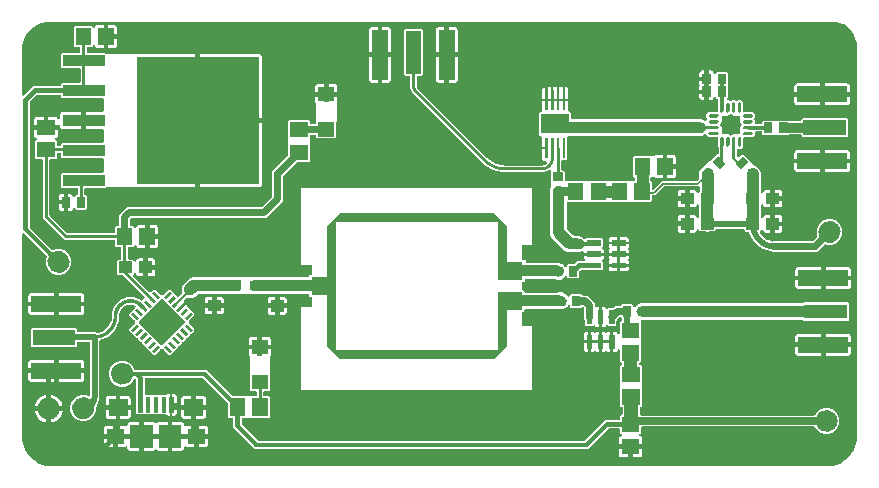
<source format=gbr>
G04 ===== Begin FILE IDENTIFICATION =====*
G04 File Format:  Gerber RS274X*
G04 ===== End FILE IDENTIFICATION =====*
%FSLAX24Y24*%
%MOMM*%
%SFA1.0000B1.0000*%
%OFA0.0B0.0*%
%ADD14R,0.406400X1.346200*%
%ADD15R,0.219200X1.711200*%
%LNcopper_top*%
%IPPOS*%
%LPD*%
G75*
G36*
G01X508Y233680D02*
G01Y124460D01*
G03X1103Y123023I2032J0D01*
G01X22555Y101571D01*
G03X37125Y89875I7925J-5051D01*
G03X25429Y104445I-6645J6645D01*
G01X4572Y125302D01*
G01Y232838D01*
G01X11383Y239649D01*
G01X34366D01*
G01Y236855D01*
G01X69418D01*
G01Y246507D01*
G01X53162D01*
G01Y262255D01*
G01X69418D01*
G01Y271907D01*
G01X52908D01*
G01Y279901D01*
G01X58138D01*
G01Y294901D01*
G01X45138D01*
G01Y279901D01*
G01X50368D01*
G01Y271907D01*
G01X34366D01*
G01Y262255D01*
G01X50622D01*
G01Y246507D01*
G01X34366D01*
G01Y243713D01*
G01X10541D01*
G03X9104Y243118I0J-2032D01*
G01X1103Y235117D01*
G03X508Y233680I1437J-1437D01*
G01X508Y233680D01*
G37*
G36*
G01X44594Y35379D02*
G01Y38989D01*
G01X8594D01*
G01Y26289D01*
G01X44594D01*
G01Y30298D01*
G01X58420Y30452D01*
G01Y-17788D01*
G01X58418Y-17973D01*
G01X58412Y-18141D01*
G01X58401Y-18308D01*
G01X58388Y-18475D01*
G01X58369Y-18642D01*
G01X58347Y-18808D01*
G01X58321Y-18972D01*
G01X58291Y-19136D01*
G01X58257Y-19300D01*
G01X58219Y-19462D01*
G01X58177Y-19623D01*
G01X58130Y-19788D01*
G01X58080Y-19950D01*
G01X58027Y-20106D01*
G01X57968Y-20268D01*
G01X57909Y-20419D01*
G03X43259Y-31824I-6423J-6861D01*
G03X60713Y-25498I8227J4544D01*
G01X60832Y-25353D01*
G03X60873Y-25303I-1962J1651D01*
G01X61014Y-25123D01*
G03X61047Y-25079I-1995J1531D01*
G01X61184Y-24896D01*
G03X61226Y-24839I-2017J1530D01*
G01X61358Y-24652D01*
G03X61390Y-24606I-2092J1490D01*
G01X61518Y-24416D01*
G03X61553Y-24362I-2105J1402D01*
G01X61676Y-24169D01*
G03X61710Y-24114I-2141J1362D01*
G01X61828Y-23918D01*
G03X61856Y-23871I-2153J1314D01*
G01X61970Y-23672D01*
G03X61999Y-23620I-2215J1269D01*
G01X62108Y-23419D01*
G03X62138Y-23362I-2225J1208D01*
G01X62242Y-23158D01*
G03X62270Y-23100I-2273J1133D01*
G01X62369Y-22893D01*
G03X62393Y-22843I-2297J1133D01*
G01X62487Y-22635D01*
G03X62512Y-22576I-2320J1018D01*
G01X62601Y-22365D01*
G03X62628Y-22300I-2343J1011D01*
G01X62711Y-22087D01*
G03X62729Y-22037I-2378J884D01*
G01X62808Y-21821D01*
G03X62829Y-21762I-2376J879D01*
G01X62902Y-21546D01*
G03X62922Y-21486I-2405J835D01*
G01X62990Y-21267D01*
G03X63006Y-21213I-2428J749D01*
G01X63069Y-20993D01*
G03X63085Y-20936I-2433J714D01*
G01X63143Y-20714D01*
G03X63159Y-20649I-2448J637D01*
G01X63211Y-20426D01*
G03X63223Y-20371I-2464J566D01*
G01X63270Y-20147D01*
G03X63283Y-20080I-2514J523D01*
G01X63324Y-19855D01*
G03X63333Y-19800I-2464J431D01*
G01X63369Y-19574D01*
G03X63379Y-19507I-2517J410D01*
G01X63409Y-19280D01*
G03X63416Y-19224I-2521J344D01*
G01X63441Y-18996D01*
G03X63447Y-18930I-2528J263D01*
G01X63466Y-18702D01*
G03X63470Y-18647I-2519J211D01*
G01X63484Y-18419D01*
G03X63487Y-18352I-2536J147D01*
G01X63495Y-18123D01*
G03X63497Y-18067I-2565J120D01*
G01X63500Y-17838D01*
G03Y-17805I-2519J16D01*
G01Y31666D01*
G01X63731Y31696D01*
G03X63767Y31702I-235J1521D01*
G01X64191Y31769D01*
G03X64226Y31775I-240J1503D01*
G01X64649Y31852D01*
G03X64688Y31859I-250J1504D01*
G01X65109Y31947D01*
G03X65145Y31955I-312J1490D01*
G01X65563Y32053D01*
G03X65598Y32062I-362J1480D01*
G01X66014Y32170D01*
G03X66046Y32179I-392J1456D01*
G01X66459Y32296D01*
G03X66498Y32307I-395J1474D01*
G01X66908Y32435D01*
G03X66943Y32447I-476J1447D01*
G01X67350Y32585D01*
G03X67382Y32596I-482J1455D01*
G01X67786Y32743D01*
G03X67825Y32758I-532J1440D01*
G01X68225Y32916D01*
G03X68254Y32927I-516J1403D01*
G01X68650Y33093D01*
G03X68688Y33110I-606J1406D01*
G01X69080Y33287D01*
G03X69113Y33302I-611J1388D01*
G01X69500Y33488D01*
G03X69531Y33504I-683J1361D01*
G01X69914Y33699D01*
G03X69947Y33716I-693J1386D01*
G01X70325Y33920D01*
G03X70357Y33938I-735J1344D01*
G01X70730Y34151D01*
G03X70763Y34170I-739J1321D01*
G01X71130Y34392D01*
G03X71162Y34412I-795J1307D01*
G01X71525Y34644D01*
G03X71553Y34663I-829J1251D01*
G01X71909Y34902D01*
G03X71942Y34924I-837J1291D01*
G01X72293Y35173D01*
G03X72321Y35193I-865J1240D01*
G01X72665Y35449D01*
G03X72694Y35471I-913J1234D01*
G01X73033Y35736D01*
G03X73064Y35761I-940J1197D01*
G01X73395Y36034D01*
G03X73422Y36057I-976J1173D01*
G01X73747Y36338D01*
G03X73775Y36363I-996J1144D01*
G01X74093Y36652D01*
G03X74119Y36676I-1025J1137D01*
G01X74431Y36973D01*
G03X74458Y36999I-1042J1109D01*
G01X74761Y37302D01*
G03X74787Y37329I-1083J1069D01*
G01X75084Y37641D01*
G03X75108Y37667I-1113J1051D01*
G01X75397Y37985D01*
G03X75422Y38013I-1119J1024D01*
G01X75703Y38338D01*
G03X75726Y38365I-1150J1003D01*
G01X75999Y38696D01*
G03X76024Y38727I-1172J971D01*
G01X76289Y39066D01*
G03X76311Y39095I-1212J942D01*
G01X76567Y39439D01*
G03X76587Y39467I-1220J893D01*
G01X76836Y39818D01*
G03X76858Y39851I-1269J870D01*
G01X77097Y40207D01*
G03X77116Y40235I-1232J857D01*
G01X77348Y40598D01*
G03X77368Y40630I-1287J827D01*
G01X77590Y40997D01*
G03X77609Y41030I-1302J772D01*
G01X77822Y41403D01*
G03X77840Y41435I-1326J767D01*
G01X78044Y41813D01*
G03X78061Y41846I-1369J726D01*
G01X78256Y42229D01*
G03X78272Y42260I-1345J714D01*
G01X78458Y42647D01*
G03X78473Y42680I-1373J644D01*
G01X78650Y43072D01*
G03X78667Y43110I-1389J644D01*
G01X78833Y43506D01*
G03X78844Y43535I-1392J545D01*
G01X79002Y43935D01*
G03X79017Y43974I-1425J571D01*
G01X79164Y44378D01*
G03X79175Y44410I-1444J514D01*
G01X79313Y44817D01*
G03X79325Y44852I-1435J511D01*
G01X79453Y45262D01*
G03X79464Y45301I-1463J434D01*
G01X79581Y45714D01*
G03X79590Y45746I-1447J424D01*
G01X79698Y46162D01*
G03X79707Y46197I-1471J397D01*
G01X79805Y46615D01*
G03X79813Y46651I-1482J348D01*
G01X79901Y47072D01*
G03X79908Y47111I-1497J289D01*
G01X79985Y47534D01*
G03X79991Y47569I-1497J275D01*
G01X80058Y47993D01*
G03X80064Y48029I-1515J271D01*
G01X80121Y48455D01*
G03X80125Y48490I-1495J189D01*
G01X80172Y48917D01*
G03X80176Y48956I-1515J175D01*
G01X80212Y49384D01*
G03X80214Y49420I-1539J104D01*
G01X80240Y49849D01*
G03X80242Y49884I-1504J104D01*
G01X80258Y50313D01*
G03X80259Y50352I-1520J58D01*
G01X80264Y50781D01*
G01X80268Y51070D01*
G01X80277Y51342D01*
G01X80293Y51611D01*
G01X80316Y51877D01*
G01X80346Y52147D01*
G01X80381Y52416D01*
G01X80423Y52680D01*
G01X80473Y52947D01*
G01X80527Y53212D01*
G01X80589Y53474D01*
G01X80657Y53737D01*
G01X80730Y53996D01*
G01X80811Y54253D01*
G01X80898Y54510D01*
G01X80990Y54762D01*
G01X81089Y55014D01*
G01X81195Y55264D01*
G01X81306Y55511D01*
G01X81421Y55753D01*
G01X81543Y55992D01*
G01X81673Y56231D01*
G01X81807Y56466D01*
G01X81947Y56697D01*
G01X82092Y56925D01*
G01X82243Y57149D01*
G01X82398Y57369D01*
G01X82560Y57585D01*
G01X82726Y57798D01*
G01X82898Y58006D01*
G01X83075Y58212D01*
G01X83256Y58410D01*
G01X83442Y58606D01*
G01X83634Y58798D01*
G01X83830Y58984D01*
G01X84028Y59165D01*
G01X84234Y59342D01*
G01X84442Y59514D01*
G01X84655Y59680D01*
G01X84871Y59842D01*
G01X85091Y59997D01*
G01X85315Y60148D01*
G01X85543Y60293D01*
G01X85774Y60433D01*
G01X86009Y60567D01*
G01X86248Y60697D01*
G01X86487Y60819D01*
G01X86729Y60934D01*
G01X86976Y61045D01*
G01X87226Y61151D01*
G01X87478Y61250D01*
G01X87730Y61342D01*
G01X87987Y61429D01*
G01X88244Y61510D01*
G01X88503Y61583D01*
G01X88766Y61651D01*
G01X89028Y61713D01*
G01X89293Y61767D01*
G01X89560Y61817D01*
G01X89824Y61859D01*
G01X90093Y61894D01*
G01X90363Y61924D01*
G01X90629Y61947D01*
G01X90898Y61963D01*
G01X91170Y61972D01*
G01X91440Y61976D01*
G01X91700Y61972D01*
G01X91960Y61964D01*
G01X92219Y61948D01*
G01X92478Y61927D01*
G01X92733Y61899D01*
G01X92994Y61864D01*
G01X93250Y61825D01*
G01X93505Y61778D01*
G01X93758Y61727D01*
G01X94012Y61668D01*
G01X94265Y61604D01*
G01X94514Y61534D01*
G01X94763Y61457D01*
G01X95010Y61375D01*
G01X95253Y61288D01*
G01X95495Y61194D01*
G01X95735Y61095D01*
G01X95973Y60989D01*
G01X96210Y60878D01*
G01X96441Y60763D01*
G01X96668Y60642D01*
G01X96896Y60514D01*
G01X97119Y60382D01*
G01X97338Y60245D01*
G01X97556Y60100D01*
G01X97772Y59951D01*
G01X97978Y59801D01*
G01X98184Y59641D01*
G01X98390Y59477D01*
G01X98585Y59312D01*
G01X98779Y59139D01*
G01X98972Y58960D01*
G01X99164Y58773D01*
G01X101380Y56556D01*
G03X102156Y56140I1078J1079D01*
G01X104074Y54222D01*
G01X105870Y56018D01*
G01X103952Y57936D01*
G03X103536Y58712I-1495J-302D01*
G01X101312Y60936D01*
G03X101296Y60951I-1053J-1107D01*
G01X101084Y61157D01*
G03X101060Y61179I-1039J-1109D01*
G01X100843Y61381D01*
G03X100819Y61404I-1078J-1101D01*
G01X100598Y61601D01*
G03X100568Y61627I-1000J-1124D01*
G01X100342Y61818D01*
G03X100311Y61844I-1001J-1161D01*
G01X100080Y62029D01*
G03X100059Y62044I-898J-1236D01*
G01X99825Y62225D01*
G03X99790Y62252I-946J-1190D01*
G01X99551Y62426D01*
G03X99522Y62447I-907J-1222D01*
G01X99278Y62616D01*
G03X99249Y62635I-861J-1283D01*
G01X99002Y62798D01*
G03X98974Y62817I-856J-1231D01*
G01X98724Y62974D01*
G03X98690Y62994I-783J-1292D01*
G01X98435Y63145D01*
G03X98405Y63163I-811J-1318D01*
G01X98147Y63308D01*
G03X98116Y63324I-722J-1360D01*
G01X97855Y63463D01*
G03X97818Y63482I-716J-1350D01*
G01X97553Y63614D01*
G03X97522Y63629I-678J-1361D01*
G01X97254Y63755D01*
G03X97223Y63769I-634J-1363D01*
G01X96952Y63889D01*
G03X96918Y63904I-632J-1386D01*
G01X96645Y64017D01*
G03X96613Y64030I-591J-1409D01*
G01X96337Y64137D01*
G03X96300Y64151I-564J-1434D01*
G01X96021Y64251D01*
G03X95987Y64262I-485J-1442D01*
G01X95707Y64355D01*
G03X95675Y64366I-506J-1421D01*
G01X95392Y64453D01*
G03X95356Y64463I-425J-1459D01*
G01X95071Y64543D01*
G03X95035Y64553I-425J-1459D01*
G01X94748Y64626D01*
G03X94716Y64634I-392J-1501D01*
G01X94427Y64701D01*
G03X94388Y64709I-322J-1472D01*
G01X94099Y64768D01*
G03X94066Y64774I-291J-1508D01*
G01X93774Y64827D01*
G03X93734Y64834I-283J-1498D01*
G01X93442Y64879D01*
G03X93410Y64884I-254J-1520D01*
G01X93116Y64923D01*
G03X93081Y64927I-188J-1489D01*
G01X92787Y64959D01*
G03X92746Y64963I-167J-1503D01*
G01X92451Y64987D01*
G03X92420Y64989I-114J-1531D01*
G01X92125Y65007D01*
G03X92083Y65009I-95J-1545D01*
G01X91787Y65019D01*
G03X91757Y65020I-64J-1480D01*
G01X91461Y65024D01*
G03X91420I-21J-1545D01*
G01X91113Y65020D01*
G03X91078Y65019I26J-1536D01*
G01X90771Y65008D01*
G03X90737Y65006I70J-1483D01*
G01X90431Y64988D01*
G03X90391Y64986I57J-1539D01*
G01X90085Y64960D01*
G03X90045Y64956I132J-1526D01*
G01X89740Y64922D01*
G03X89710Y64918I187J-1516D01*
G01X89406Y64878D01*
G03X89367Y64872I209J-1487D01*
G01X89064Y64824D01*
G03X89024Y64817I247J-1528D01*
G01X88722Y64761D01*
G03X88692Y64755I278J-1470D01*
G01X88392Y64693D01*
G03X88353Y64685I286J-1494D01*
G01X88054Y64615D01*
G03X88019Y64606I362J-1481D01*
G01X87722Y64529D01*
G03X87688Y64520I377J-1493D01*
G01X87392Y64436D01*
G03X87351Y64424I412J-1484D01*
G01X87058Y64332D01*
G03X87027Y64322I447J-1438D01*
G01X86737Y64224D01*
G03X86703Y64212I489J-1439D01*
G01X86415Y64107D01*
G03X86377Y64092I543J-1432D01*
G01X86091Y63979D01*
G03X86060Y63967I536J-1430D01*
G01X85777Y63848D01*
G03X85743Y63833I588J-1378D01*
G01X85463Y63707D01*
G03X85432Y63693I625J-1426D01*
G01X85155Y63561D01*
G03X85116Y63541I667J-1348D01*
G01X84843Y63401D01*
G03X84813Y63386I671J-1380D01*
G01X84543Y63240D01*
G03X84512Y63222I752J-1331D01*
G01X84246Y63070D01*
G03X84214Y63051I756J-1309D01*
G01X83951Y62892D01*
G03X83920Y62873I794J-1331D01*
G01X83661Y62708D01*
G03X83629Y62687I814J-1275D01*
G01X83375Y62516D01*
G03X83348Y62497I864J-1256D01*
G01X83097Y62320D01*
G03X83062Y62295I875J-1262D01*
G01X82816Y62111D01*
G03X82791Y62092I899J-1209D01*
G01X82549Y61903D01*
G03X82516Y61877I928J-1212D01*
G01X82280Y61682D01*
G03X82256Y61661I977J-1140D01*
G01X82023Y61460D01*
G03X81994Y61435I980J-1166D01*
G01X81767Y61229D01*
G03X81738Y61202I1047J-1154D01*
G01X81516Y60990D01*
G03X81491Y60966I1029J-1097D01*
G01X81274Y60749D01*
G03X81250Y60724I1073J-1054D01*
G01X81038Y60502D01*
G03X81011Y60473I1127J-1076D01*
G01X80805Y60246D01*
G03X80780Y60217I1141J-1009D01*
G01X80579Y59984D01*
G03X80558Y59960I1119J-1001D01*
G01X80363Y59724D01*
G03X80337Y59691I1186J-961D01*
G01X80148Y59449D01*
G03X80129Y59424I1190J-924D01*
G01X79945Y59178D01*
G03X79920Y59143I1237J-910D01*
G01X79743Y58892D01*
G03X79724Y58865I1237J-891D01*
G01X79553Y58611D01*
G03X79532Y58579I1254J-846D01*
G01X79367Y58320D01*
G03X79348Y58289I1312J-825D01*
G01X79189Y58026D01*
G03X79170Y57994I1290J-788D01*
G01X79018Y57728D01*
G03X79000Y57697I1313J-783D01*
G01X78854Y57427D01*
G03X78839Y57397I1365J-701D01*
G01X78699Y57124D01*
G03X78679Y57085I1328J-706D01*
G01X78547Y56808D01*
G03X78533Y56777I1412J-656D01*
G01X78407Y56497D01*
G03X78392Y56463I1363J-622D01*
G01X78273Y56180D01*
G03X78261Y56149I1418J-567D01*
G01X78148Y55863D01*
G03X78133Y55825I1417J-581D01*
G01X78028Y55537D01*
G03X78016Y55503I1427J-523D01*
G01X77918Y55213D01*
G03X77908Y55182I1428J-478D01*
G01X77816Y54889D01*
G03X77804Y54848I1472J-453D01*
G01X77720Y54552D01*
G03X77711Y54518I1484J-411D01*
G01X77634Y54221D01*
G03X77625Y54186I1472J-397D01*
G01X77555Y53887D01*
G03X77547Y53848I1486J-325D01*
G01X77485Y53548D01*
G03X77479Y53518I1464J-308D01*
G01X77423Y53216D01*
G03X77416Y53176I1521J-287D01*
G01X77368Y52873D01*
G03X77362Y52834I1481J-248D01*
G01X77322Y52530D01*
G03X77318Y52500I1512J-217D01*
G01X77284Y52195D01*
G03X77280Y52155I1522J-172D01*
G01X77254Y51849D01*
G03X77252Y51809I1537J-97D01*
G01X77234Y51503D01*
G03X77232Y51469I1481J-104D01*
G01X77221Y51162D01*
G03X77220Y51127I1535J-61D01*
G01X77216Y50820D01*
G03Y50818I1427J-1D01*
G01X77211Y50407D01*
G01X77197Y50016D01*
G01X77173Y49622D01*
G01X77140Y49231D01*
G01X77097Y48841D01*
G01X77045Y48451D01*
G01X76983Y48062D01*
G01X76913Y47676D01*
G01X76833Y47293D01*
G01X76743Y46910D01*
G01X76644Y46528D01*
G01X76537Y46151D01*
G01X76421Y45778D01*
G01X76294Y45404D01*
G01X76160Y45036D01*
G01X76015Y44670D01*
G01X75864Y44307D01*
G01X75703Y43951D01*
G01X75532Y43596D01*
G01X75353Y43245D01*
G01X75167Y42899D01*
G01X74972Y42558D01*
G01X74770Y42224D01*
G01X74557Y41891D01*
G01X74339Y41566D01*
G01X74111Y41245D01*
G01X73876Y40929D01*
G01X73635Y40620D01*
G01X73386Y40318D01*
G01X73128Y40021D01*
G01X72864Y39730D01*
G01X72592Y39444D01*
G01X72316Y39168D01*
G01X72030Y38896D01*
G01X71739Y38632D01*
G01X71442Y38374D01*
G01X71140Y38125D01*
G01X70831Y37884D01*
G01X70515Y37649D01*
G01X70194Y37421D01*
G01X69869Y37203D01*
G01X69536Y36990D01*
G01X69202Y36788D01*
G01X68861Y36593D01*
G01X68515Y36407D01*
G01X68164Y36228D01*
G01X67809Y36057D01*
G01X67453Y35896D01*
G01X67090Y35745D01*
G01X66724Y35600D01*
G01X66356Y35466D01*
G01X65982Y35339D01*
G01X65609Y35223D01*
G01X65232Y35116D01*
G01X64850Y35017D01*
G01X64467Y34927D01*
G01X64084Y34847D01*
G01X63698Y34777D01*
G01X63309Y34715D01*
G01X62919Y34663D01*
G01X62899Y34661D01*
G03X60932Y35560I-1939J-1641D01*
G01X44594Y35379D01*
G37*
G36*
G01X34366Y160655D02*
G01X48334D01*
G01Y151439D01*
G01X46104D01*
G01Y142439D01*
G01X53104D01*
G01Y151439D01*
G01X50874D01*
G01Y160655D01*
G01X69418D01*
G01Y170307D01*
G01X34366D01*
G01Y160655D01*
G37*
G36*
G01X91975Y39058D02*
G01X93771Y37262D01*
G01X98799Y42290D01*
G01X97003Y44086D01*
G01X91975Y39058D01*
G37*
G36*
G01X91975Y52178D02*
G01X97003Y47150D01*
G01X98799Y48946D01*
G01X93771Y53974D01*
G01X91975Y52178D01*
G37*
G36*
G01X95510Y35523D02*
G01X97306Y33727D01*
G01X102334Y38755D01*
G01X100538Y40551D01*
G01X95510Y35523D01*
G37*
G36*
G01X98545Y45755D02*
G01X98546Y45737D01*
G01X98541Y45720D01*
G01X98549Y45627D01*
G01X98550Y45533D01*
G01X98557Y45516D01*
G01X98559Y45498D01*
G01X98595Y45414D01*
G01X98627Y45326D01*
G01X98638Y45311D01*
G01X98645Y45295D01*
G01X98739Y45177D01*
G01X117490Y26426D01*
G01X117504Y26416D01*
G01X117516Y26402D01*
G01X117594Y26352D01*
G01X117670Y26297D01*
G01X117687Y26292D01*
G01X117702Y26282D01*
G01X117792Y26259D01*
G01X117882Y26232D01*
G01X117900Y26233D01*
G01X117917Y26228D01*
G01X118009Y26236D01*
G01X118103Y26237D01*
G01X118120Y26244D01*
G01X118137Y26246D01*
G01X118223Y26282D01*
G01X118311Y26314D01*
G01X118325Y26325D01*
G01X118341Y26332D01*
G01X118459Y26426D01*
G01X137210Y45177D01*
G01X137221Y45191D01*
G01X137234Y45203D01*
G01X137285Y45281D01*
G01X137339Y45357D01*
G01X137344Y45374D01*
G01X137354Y45389D01*
G01X137376Y45479D01*
G01X137404Y45569D01*
G01X137403Y45587D01*
G01X137408Y45604D01*
G01X137401Y45696D01*
G01X137398Y45790D01*
G01X137393Y45807D01*
G01X137391Y45824D01*
G01X137355Y45910D01*
G01X137322Y45998D01*
G01X137312Y46011D01*
G01X137304Y46028D01*
G01X137210Y46146D01*
G01X118459Y64897D01*
G01X118445Y64907D01*
G01X118433Y64921D01*
G01X118355Y64972D01*
G01X118279Y65026D01*
G01X118262Y65031D01*
G01X118247Y65041D01*
G01X118157Y65063D01*
G01X118068Y65091D01*
G01X118050Y65090D01*
G01X118033Y65095D01*
G01X117940Y65088D01*
G01X117846Y65085D01*
G01X117829Y65080D01*
G01X117811Y65078D01*
G01X117727Y65042D01*
G01X117639Y65009D01*
G01X117624Y64998D01*
G01X117608Y64991D01*
G01X117490Y64897D01*
G01X98739Y46146D01*
G01X98729Y46132D01*
G01X98715Y46120D01*
G01X98665Y46042D01*
G01X98610Y45966D01*
G01X98605Y45949D01*
G01X98595Y45934D01*
G01X98572Y45844D01*
G01X98545Y45755D01*
G37*
G36*
G01X102581Y28452D02*
G01X104377Y26656D01*
G01X109405Y31684D01*
G01X107609Y33480D01*
G01X102581Y28452D01*
G37*
G36*
G01X106117Y24916D02*
G01X107913Y23120D01*
G01X112941Y28148D01*
G01X111145Y29944D01*
G01X106117Y24916D01*
G37*
G36*
G01X109652Y21381D02*
G01X111448Y19585D01*
G01X116476Y24613D01*
G01X114680Y26409D01*
G01X109652Y21381D01*
G37*
G36*
G01X109652Y69856D02*
G01X114680Y64828D01*
G01X116476Y66624D01*
G01X111448Y71652D01*
G01X109652Y69856D01*
G37*
G36*
G01X119541Y24613D02*
G01X124569Y19585D01*
G01X126365Y21381D01*
G01X121337Y26409D01*
G01X119541Y24613D01*
G37*
G36*
G01X119541Y66624D02*
G01X121337Y64828D01*
G01X126365Y69856D01*
G01X124569Y71652D01*
G01X119541Y66624D01*
G37*
G36*
G01X123076Y28148D02*
G01X128104Y23120D01*
G01X129900Y24916D01*
G01X124872Y29944D01*
G01X123076Y28148D01*
G37*
G36*
G01X126612Y31684D02*
G01X131640Y26656D01*
G01X133436Y28452D01*
G01X128408Y33480D01*
G01X126612Y31684D01*
G37*
G36*
G01X130147Y35219D02*
G01X135175Y30191D01*
G01X136971Y31987D01*
G01X131943Y37015D01*
G01X130147Y35219D01*
G37*
G36*
G01X133683Y52482D02*
G01X135479Y50686D01*
G01X140507Y55714D01*
G01X138711Y57510D01*
G01X133683Y52482D01*
G37*
G36*
G01X137218Y48946D02*
G01X139014Y47150D01*
G01X144042Y52178D01*
G01X142246Y53974D01*
G01X137218Y48946D01*
G37*
G36*
G01X137313Y70254D02*
G01X129126Y62067D01*
G03X129119Y62060I923J-930D01*
G01X126612Y59553D01*
G01X128408Y57757D01*
G01X130915Y60264D01*
G03X130922Y60271I-923J930D01*
G01X139109Y68458D01*
G03X146087Y70254I2360J5285D01*
G01X147891Y72057D01*
G01X162230D01*
G03X163461Y72193I0J5641D01*
G01X182908D01*
G03X185176Y72669I0J5642D01*
G01Y81001D01*
G03X182908Y81477I-2268J-5166D01*
G01X162366D01*
G03X161135Y81341I0J-5641D01*
G01X145554D01*
G03X141565Y80688I-1206J-5142D01*
G01X138109Y77232D01*
G03X137313Y70254I3989J-3989D01*
G01X137313Y70254D01*
G37*
G36*
G01X462816Y84121D02*
G01X469816D01*
G01Y89247D01*
G01X472162Y91592D01*
G01X477760D01*
G01Y91224D01*
G01X489824D01*
G01Y96024D01*
G01X477760D01*
G01Y95656D01*
G01X471320D01*
G03X469883Y95061I0J-2032D01*
G01X467943Y93121D01*
G01X462816D01*
G01Y84121D01*
G37*
G36*
G01X471950Y66599D02*
G01Y68051D01*
G01X464950D01*
G01Y59051D01*
G01X471950D01*
G01Y60503D01*
G01X475166D01*
G01X476910Y58759D01*
G01Y49862D01*
G03X477558Y47983I3048J0D01*
G01Y43830D01*
G01X482358D01*
G01Y47983D01*
G03X483006Y49862I-2400J1879D01*
G01Y60022D01*
G03X482113Y62177I-3048J0D01*
G01X478584Y65706D01*
G03X476429Y66599I-2155J-2155D01*
G01X471950D01*
G37*
G36*
G01X496558Y47983D02*
G01Y43830D01*
G01X501358D01*
G01Y47951D01*
G01X504969Y51562D01*
G01X508338D01*
G01Y50110D01*
G01X509298D01*
G01Y44880D01*
G01X507180D01*
G01Y31880D01*
G01X522180D01*
G01Y44880D01*
G01X514378D01*
G01Y50110D01*
G01X515338D01*
G01Y59110D01*
G01X508338D01*
G01Y57658D01*
G01X503706D01*
G03X501551Y56765I0J-3048D01*
G01X500679Y55894D01*
G01X496558D01*
G01Y51741D01*
G03Y47983I2400J-1879D01*
G01Y47983D01*
G37*
G36*
G01X521338Y51185D02*
G01Y51110D01*
G01X521435D01*
G03X524838Y49968I3403J4500D01*
G01X661882D01*
G01Y49387D01*
G01X697882D01*
G01Y60087D01*
G01X661882D01*
G01Y59252D01*
G01X524838D01*
G03X521435Y58110I0J-5642D01*
G01X521338D01*
G01Y58035D01*
G03Y51185I2709J-3425D01*
G01Y51185D01*
G37*
G36*
G01X507180Y12880D02*
G01X509038D01*
G01Y7542D01*
G01X507714D01*
G01Y-5458D01*
G01X522714D01*
G01Y7542D01*
G01X520322D01*
G01Y12880D01*
G01X522180D01*
G01Y25880D01*
G01X507180D01*
G01Y12880D01*
G37*
G36*
G01X324485Y255888D02*
G01X329565D01*
G01Y245899D01*
G03Y245883I1280J-8D01*
G01X329567Y245723D01*
G03X329568Y245691I1269J24D01*
G01X329574Y245532D01*
G03X329576Y245500I1276J64D01*
G01X329586Y245341D01*
G03X329587Y245318I1260J43D01*
G01X329600Y245158D01*
G03X329604Y245117I1269J103D01*
G01X329622Y244959D01*
G03X329625Y244936I1231J149D01*
G01X329646Y244778D01*
G03X329652Y244739I1263J174D01*
G01X329678Y244581D01*
G03X329682Y244556I1280J192D01*
G01X329711Y244399D01*
G03X329717Y244367I1243J216D01*
G01X329750Y244211D01*
G03X329758Y244179I1241J293D01*
G01X329795Y244024D01*
G03X329802Y243994I1240J273D01*
G01X329843Y243839D01*
G03X329850Y243813I1217J314D01*
G01X329894Y243660D01*
G03X329904Y243629I1204J371D01*
G01X329952Y243477D01*
G03X329962Y243445I1247J372D01*
G01X330014Y243294D01*
G03X330025Y243264I1175J414D01*
G01X330081Y243114D01*
G03X330091Y243088I1185J441D01*
G01X330150Y242940D01*
G03X330163Y242910I1181J494D01*
G01X330226Y242763D01*
G03X330237Y242737I1174J481D01*
G01X330303Y242592D01*
G03X330318Y242560I1147J518D01*
G01X330388Y242417D01*
G03X330403Y242388I1159J581D01*
G01X330477Y242246D01*
G03X330490Y242221I1121J567D01*
G01X330567Y242081D01*
G03X330581Y242056I1117J609D01*
G01X330661Y241918D01*
G03X330679Y241888I1083J629D01*
G01X330763Y241752D01*
G03X330781Y241724I1087J679D01*
G01X330868Y241591D01*
G03X330882Y241571I1052J721D01*
G01X330972Y241439D01*
G03X330995Y241406I1066J718D01*
G01X331089Y241277D01*
G03X331106Y241254I1029J743D01*
G01X331203Y241127D01*
G03X331216Y241110I973J731D01*
G01X331315Y240985D01*
G03X331341Y240954I1003J815D01*
G01X331444Y240832D01*
G03X331462Y240810I992J793D01*
G01X331568Y240690D01*
G03X331591Y240665I955J856D01*
G01X331700Y240548D01*
G03X331719Y240528I916J852D01*
G01X331830Y240414D01*
G03X331842Y240402I905J893D01*
G01X390401Y181844D01*
G03X390454Y181789I931J844D01*
G01X390901Y181354D01*
G03X390922Y181334I890J913D01*
G01X391378Y180910D01*
G03X391402Y180889I854J952D01*
G01X391869Y180476D01*
G03X391893Y180455I850J947D01*
G01X392370Y180054D01*
G03X392393Y180035I809J956D01*
G01X392880Y179645D01*
G03X392905Y179625I802J977D01*
G01X393401Y179248D01*
G03X393425Y179231I758J1045D01*
G01X393930Y178865D01*
G03X393958Y178845I739J1005D01*
G01X394473Y178493D01*
G03X394497Y178477I731J1071D01*
G01X395019Y178137D01*
G03X395046Y178120I684J1057D01*
G01X395577Y177793D01*
G03X395603Y177777I689J1091D01*
G01X396141Y177463D01*
G03X396169Y177447I648J1101D01*
G01X396716Y177146D01*
G03X396743Y177132I589J1103D01*
G01X397296Y176845D01*
G03X397324Y176830I611J1107D01*
G01X397884Y176557D01*
G03X397912Y176545I521J1178D01*
G01X398479Y176285D01*
G03X398507Y176272I546J1140D01*
G01X399080Y176026D01*
G03X399110Y176013I517J1151D01*
G01X399689Y175782D01*
G03X399718Y175772I434J1211D01*
G01X400302Y175555D01*
G03X400330Y175544I475J1168D01*
G01X400919Y175341D01*
G03X400950Y175331I402J1194D01*
G01X401545Y175143D01*
G03X401573Y175135I364J1219D01*
G01X402171Y174961D01*
G03X402202Y174952I371J1219D01*
G01X402805Y174793D01*
G03X402836Y174785I337J1242D01*
G01X403443Y174641D01*
G03X403473Y174634I300J1220D01*
G01X404083Y174505D01*
G03X404114Y174499I260J1260D01*
G01X404727Y174385D01*
G03X404757Y174380I221J1234D01*
G01X405372Y174281D01*
G03X405403Y174277I179J1263D01*
G01X406021Y174193D01*
G03X406051Y174189I181J1244D01*
G01X406670Y174120D01*
G03X406703Y174117I132J1274D01*
G01X407324Y174064D01*
G03X407355Y174061I139J1278D01*
G01X407978Y174023D01*
G03X408008Y174022I57J1248D01*
G01X408631Y173999D01*
G03X408662Y173998I57J1288D01*
G01X409285Y173990D01*
G03X409301I8J1246D01*
G01X439420D01*
G03X439437I8J1247D01*
G01X439657Y173993D01*
G03X439686Y173994I-30J1277D01*
G01X439906Y174002D01*
G03X439935Y174003I-30J1279D01*
G01X440155Y174016D01*
G03X440190Y174019I-92J1273D01*
G01X440409Y174038D01*
G03X440432Y174040I-99J1272D01*
G01X440651Y174063D01*
G03X440691Y174068I-136J1248D01*
G01X440909Y174098D01*
G03X440933Y174101I-149J1287D01*
G01X441150Y174135D01*
G03X441183Y174141I-207J1231D01*
G01X441400Y174181D01*
G03X441430Y174187I-235J1251D01*
G01X441645Y174232D01*
G03X441673Y174238I-257J1266D01*
G01X441888Y174288D01*
G03X441918Y174295I-274J1243D01*
G01X442131Y174350D01*
G03X442160Y174358I-314J1195D01*
G01X442371Y174418D01*
G03X442403Y174428I-367J1231D01*
G01X442614Y174494D01*
G03X442640Y174502I-359J1215D01*
G01X442848Y174572D01*
G03X442881Y174584I-424J1217D01*
G01X443088Y174660D01*
G03X443112Y174669I-434J1193D01*
G01X443317Y174749D01*
G03X443352Y174763I-443J1157D01*
G01X443554Y174849D01*
G03X443576Y174859I-530J1195D01*
G01X443777Y174949D01*
G03X443805Y174962I-519J1154D01*
G01X444004Y175057D01*
G03X444034Y175072I-554J1145D01*
G01X444230Y175172D01*
G03X444260Y175187I-551J1140D01*
G01X444453Y175292D01*
G03X444475Y175305I-629J1089D01*
G01X444666Y175414D01*
G03X444693Y175430I-648J1125D01*
G01X444882Y175544D01*
G03X444909Y175560I-626J1087D01*
G01X445094Y175678D01*
G03X445119Y175695I-696J1050D01*
G01X445302Y175818D01*
G03X445326Y175834I-694J1067D01*
G01X445506Y175961D01*
G03X445536Y175983I-742J1043D01*
G01X445712Y176115D01*
G03X445735Y176133I-781J1021D01*
G01X445908Y176269D01*
G03X445930Y176287I-782J978D01*
G01X446100Y176427D01*
G03X446122Y176445I-784J980D01*
G01X446289Y176589D01*
G03X446311Y176608I-843J998D01*
G01X446474Y176755D01*
G03X446501Y176780I-847J941D01*
G01X446660Y176932D01*
G03X446680Y176952I-879J899D01*
G01X446836Y177108D01*
G03X446856Y177128I-879J899D01*
G01X447008Y177287D01*
G03X447033Y177314I-916J874D01*
G01X447180Y177477D01*
G03X447199Y177499I-979J865D01*
G01X447343Y177666D01*
G03X447361Y177688I-962J806D01*
G01X447501Y177858D01*
G03X447519Y177880I-960J804D01*
G01X447655Y178053D01*
G03X447673Y178076I-1003J804D01*
G01X447805Y178252D01*
G03X447827Y178282I-1021J772D01*
G01X447954Y178462D01*
G03X447970Y178486I-1051J718D01*
G01X448093Y178669D01*
G03X448110Y178694I-1033J721D01*
G01X448228Y178879D01*
G03X448244Y178906I-1071J653D01*
G01X448358Y179095D01*
G03X448374Y179122I-1109J675D01*
G01X448483Y179313D01*
G03X448496Y179335I-1076J651D01*
G01X448601Y179528D01*
G03X448616Y179558I-1125J581D01*
G01X448716Y179754D01*
G03X448731Y179784I-1130J584D01*
G01X448826Y179983D01*
G03X448839Y180011I-1141J547D01*
G01X448929Y180212D01*
G03X448939Y180234I-1185J552D01*
G01X449025Y180436D01*
G03X449039Y180471I-1143J478D01*
G01X449119Y180676D01*
G03X449128Y180700I-1184J458D01*
G01X449204Y180907D01*
G03X449216Y180940I-1205J457D01*
G01X449286Y181148D01*
G03X449294Y181174I-1207J385D01*
G01X449360Y181385D01*
G03X449370Y181417I-1221J399D01*
G01X449430Y181628D01*
G03X449438Y181657I-1187J343D01*
G01X449493Y181870D01*
G03X449500Y181900I-1236J304D01*
G01X449550Y182115D01*
G03X449556Y182143I-1260J285D01*
G01X449601Y182358D01*
G03X449607Y182388I-1245J265D01*
G01X449647Y182605D01*
G03X449653Y182638I-1225J240D01*
G01X449687Y182855D01*
G03X449690Y182879I-1284J173D01*
G01X449720Y183097D01*
G03X449725Y183137I-1243J176D01*
G01X449748Y183356D01*
G03X449750Y183379I-1270J122D01*
G01X449769Y183598D01*
G03X449772Y183633I-1270J127D01*
G01X449785Y183853D01*
G03X449786Y183882I-1278J59D01*
G01X449794Y184102D01*
G03X449795Y184131I-1276J59D01*
G01X449798Y184351D01*
G03Y184368I-1247J8D01*
G01Y192833D01*
G03X449624Y193475I-1271J0D01*
G01Y201389D01*
G01X447432D01*
G01Y193475D01*
G03X447258Y192833I1097J-642D01*
G01Y184377D01*
G01X447255Y184180D01*
G01X447248Y183989D01*
G01X447237Y183800D01*
G01X447221Y183610D01*
G01X447201Y183423D01*
G01X447175Y183237D01*
G01X447146Y183048D01*
G01X447112Y182863D01*
G01X447073Y182677D01*
G01X447029Y182491D01*
G01X446982Y182307D01*
G01X446931Y182127D01*
G01X446874Y181945D01*
G01X446814Y181766D01*
G01X446748Y181588D01*
G01X446680Y181413D01*
G01X446606Y181239D01*
G01X446527Y181063D01*
G01X446446Y180893D01*
G01X446361Y180727D01*
G01X446271Y180560D01*
G01X446176Y180394D01*
G01X446078Y180232D01*
G01X445976Y180073D01*
G01X445870Y179914D01*
G01X445762Y179761D01*
G01X445650Y179612D01*
G01X445531Y179461D01*
G01X445410Y179313D01*
G01X445284Y179168D01*
G01X445159Y179029D01*
G01X445030Y178894D01*
G01X444894Y178758D01*
G01X444759Y178629D01*
G01X444620Y178504D01*
G01X444475Y178378D01*
G01X444327Y178257D01*
G01X444176Y178138D01*
G01X444027Y178026D01*
G01X443874Y177918D01*
G01X443715Y177812D01*
G01X443556Y177710D01*
G01X443394Y177612D01*
G01X443228Y177517D01*
G01X443061Y177427D01*
G01X442895Y177342D01*
G01X442725Y177261D01*
G01X442549Y177182D01*
G01X442375Y177108D01*
G01X442200Y177040D01*
G01X442022Y176974D01*
G01X441843Y176914D01*
G01X441661Y176857D01*
G01X441481Y176806D01*
G01X441297Y176759D01*
G01X441111Y176715D01*
G01X440925Y176676D01*
G01X440740Y176642D01*
G01X440551Y176613D01*
G01X440365Y176587D01*
G01X440178Y176567D01*
G01X439988Y176551D01*
G01X439799Y176540D01*
G01X439608Y176533D01*
G01X439411Y176530D01*
G01X409309D01*
G01X408710Y176538D01*
G01X408117Y176560D01*
G01X407525Y176596D01*
G01X406935Y176646D01*
G01X406348Y176711D01*
G01X405760Y176791D01*
G01X405176Y176885D01*
G01X404594Y176994D01*
G01X404014Y177116D01*
G01X403438Y177253D01*
G01X402865Y177404D01*
G01X402297Y177569D01*
G01X401731Y177748D01*
G01X401172Y177941D01*
G01X400617Y178147D01*
G01X400067Y178366D01*
G01X399523Y178600D01*
G01X398984Y178847D01*
G01X398452Y179107D01*
G01X397927Y179379D01*
G01X397407Y179665D01*
G01X396896Y179963D01*
G01X396392Y180274D01*
G01X395895Y180597D01*
G01X395406Y180932D01*
G01X394927Y181279D01*
G01X394455Y181637D01*
G01X393993Y182008D01*
G01X393539Y182389D01*
G01X393096Y182781D01*
G01X392662Y183184D01*
G01X392269Y183567D01*
G03X392239Y183598I-938J-877D01*
G01X333644Y242192D01*
G01X333549Y242290D01*
G01X333461Y242384D01*
G01X333375Y242481D01*
G01X333294Y242577D01*
G01X333215Y242678D01*
G01X333133Y242784D01*
G01X333059Y242886D01*
G01X332987Y242991D01*
G01X332916Y243100D01*
G01X332850Y243207D01*
G01X332786Y243318D01*
G01X332723Y243433D01*
G01X332663Y243548D01*
G01X332608Y243660D01*
G01X332555Y243776D01*
G01X332504Y243895D01*
G01X332456Y244015D01*
G01X332410Y244137D01*
G01X332369Y244257D01*
G01X332331Y244378D01*
G01X332295Y244502D01*
G01X332262Y244629D01*
G01X332232Y244753D01*
G01X332206Y244877D01*
G01X332182Y245005D01*
G01X332161Y245132D01*
G01X332144Y245259D01*
G01X332130Y245384D01*
G01X332120Y245512D01*
G01X332111Y245644D01*
G01X332107Y245771D01*
G01X332105Y245907D01*
G01Y255888D01*
G01X337185D01*
G01Y291888D01*
G01X324485D01*
G01Y255888D01*
G37*
G36*
G01X463078Y214867D02*
G01Y222133D01*
G01X438978D01*
G01Y205333D01*
G01X463078D01*
G01Y205583D01*
G01X573024D01*
G03X578456Y208701I659J5142D01*
G01X585118D01*
G03X585387Y208725I0J1522D01*
G01X588118D01*
G03Y211725I0J1500D01*
G01X585387D01*
G03X585118Y211749I-269J-1498D01*
G01X578456D01*
G03X573024Y214867I-4773J-2024D01*
G01X463078D01*
G37*
G36*
G01X458108Y124257D02*
G01Y152019D01*
G01X461952D01*
G01Y148583D01*
G01X474952D01*
G01Y163583D01*
G01X461952D01*
G01Y160147D01*
G01X457100D01*
G03X450041Y159331I-3134J-3831D01*
G01X449966D01*
G01Y159234D01*
G03X448824Y155831I4500J-3403D01*
G01Y121920D01*
G03X450477Y117931I5642J1D01*
G01X459637Y108771D01*
G03X463626Y107118I3990J3989D01*
G01X469900D01*
G03X475163Y109728I729J5142D01*
G01X482928D01*
G03X484258Y110224I0J2032D01*
G01X489824D01*
G01Y115024D01*
G01X477760D01*
G01Y113792D01*
G01X475163D01*
G03X469900Y116402I-4534J-2532D01*
G01X465963D01*
G01X458108Y124257D01*
G37*
G36*
G01X454624Y193475D02*
G01Y201389D01*
G01X452432D01*
G01Y193508D01*
G03X452196Y192771I1033J-737D01*
G01Y172331D01*
G01X448966D01*
G01Y165331D01*
G01X457966D01*
G01Y172331D01*
G01X454736D01*
G01Y192441D01*
G03X454624Y193475I-1208J392D01*
G01X454624Y193475D01*
G37*
G36*
G01X582118Y203725D02*
G01X588118D01*
G03Y206725I0J1500D01*
G01X582118D01*
G03Y203725I0J-1500D01*
G01Y203725D01*
G37*
G36*
G01X582118Y213725D02*
G01X588118D01*
G03Y216725I0J1500D01*
G01X582118D01*
G03Y213725I0J-1500D01*
G01Y213725D01*
G37*
G36*
G01X582118Y218725D02*
G01X588118D01*
G03Y221725I0J1500D01*
G01X582118D01*
G03Y218725I0J-1500D01*
G01Y218725D01*
G37*
G36*
G01X590618Y195225D02*
G03X590848Y194427I1500J0D01*
G01Y184074D01*
G01X588775Y186147D01*
G01X583826Y181198D01*
G01X590189Y174835D01*
G01X595138Y179784D01*
G01X592855Y182067D01*
G01X593016Y182229D01*
G03X593388Y183127I-898J898D01*
G01Y194427D01*
G03X593618Y195225I-1270J798D01*
G01Y201225D01*
G03X590618I-1500J0D01*
G01Y195225D01*
G37*
G36*
G01X588648Y236165D02*
G01X590594D01*
G01Y227225D01*
G03X590618Y226956I1522J0D01*
G01Y224225D01*
G03X593618I1500J0D01*
G01Y226956D01*
G03X593642Y227225I-1498J269D01*
G01Y236165D01*
G01X595648D01*
G01Y245165D01*
G01X593672D01*
G01Y247087D01*
G01X595648D01*
G01Y256087D01*
G01X588648D01*
G01Y247087D01*
G01X590624D01*
G01Y245165D01*
G01X588648D01*
G01Y236165D01*
G37*
G36*
G01X590322Y212835D02*
G01X590325Y212751D01*
G01X590318Y212667D01*
G01X590329Y212609D01*
G01X590331Y212551D01*
G01X590357Y212471D01*
G01X590374Y212388D01*
G01X590400Y212336D01*
G01X590418Y212280D01*
G01X590458Y212224D01*
G01X590504Y212136D01*
G01X590573Y212063D01*
G01X590613Y212007D01*
G01X591181Y211440D01*
G01X591182Y211428D01*
G01X591206Y211374D01*
G01X591221Y211318D01*
G01X591264Y211245D01*
G01X591299Y211168D01*
G01X591336Y211123D01*
G01X591366Y211073D01*
G01X591428Y211015D01*
G01X591482Y210951D01*
G01X591531Y210919D01*
G01X591574Y210879D01*
G01X591649Y210840D01*
G01X591719Y210794D01*
G01X591775Y210776D01*
G01X591827Y210749D01*
G01X591895Y210738D01*
G01X591990Y210708D01*
G01X592090Y210705D01*
G01X592118Y210700D01*
G01Y205225D01*
G01X597593D01*
G01X597595Y205207D01*
G01X597593Y205149D01*
G01X597615Y205067D01*
G01X597626Y204983D01*
G01X597650Y204930D01*
G01X597665Y204874D01*
G01X597708Y204801D01*
G01X597743Y204724D01*
G01X597780Y204679D01*
G01X597810Y204629D01*
G01X597872Y204571D01*
G01X597926Y204507D01*
G01X597975Y204475D01*
G01X598018Y204435D01*
G01X598093Y204396D01*
G01X598163Y204349D01*
G01X598219Y204332D01*
G01X598271Y204305D01*
G01X598324Y204296D01*
G01X598900Y203721D01*
G01X598947Y203685D01*
G01X598987Y203643D01*
G01X599060Y203600D01*
G01X599127Y203550D01*
G01X599182Y203529D01*
G01X599232Y203499D01*
G01X599314Y203478D01*
G01X599393Y203448D01*
G01X599451Y203444D01*
G01X599508Y203429D01*
G01X599592Y203432D01*
G01X599676Y203425D01*
G01X599733Y203436D01*
G01X599792Y203438D01*
G01X599872Y203464D01*
G01X599955Y203481D01*
G01X600007Y203508D01*
G01X600062Y203526D01*
G01X600118Y203566D01*
G01X600207Y203612D01*
G01X600280Y203681D01*
G01X600336Y203721D01*
G01X600903Y204288D01*
G01X600915Y204290D01*
G01X600969Y204313D01*
G01X601025Y204328D01*
G01X601098Y204371D01*
G01X601175Y204406D01*
G01X601219Y204444D01*
G01X601270Y204473D01*
G01X601327Y204535D01*
G01X601392Y204589D01*
G01X601424Y204638D01*
G01X601464Y204681D01*
G01X601502Y204756D01*
G01X601549Y204826D01*
G01X601567Y204882D01*
G01X601593Y204934D01*
G01X601605Y205002D01*
G01X601635Y205097D01*
G01X601638Y205197D01*
G01X601643Y205225D01*
G01X607118D01*
G01Y210700D01*
G01X607136Y210702D01*
G01X607194Y210700D01*
G01X607276Y210722D01*
G01X607359Y210734D01*
G01X607413Y210758D01*
G01X607469Y210772D01*
G01X607542Y210815D01*
G01X607619Y210850D01*
G01X607663Y210888D01*
G01X607714Y210918D01*
G01X607771Y210979D01*
G01X607836Y211034D01*
G01X607868Y211082D01*
G01X607908Y211125D01*
G01X607947Y211200D01*
G01X607993Y211270D01*
G01X608011Y211326D01*
G01X608038Y211378D01*
G01X608047Y211431D01*
G01X608622Y212007D01*
G01X608657Y212054D01*
G01X608700Y212094D01*
G01X608743Y212167D01*
G01X608793Y212234D01*
G01X608814Y212289D01*
G01X608844Y212339D01*
G01X608864Y212421D01*
G01X608894Y212500D01*
G01X608899Y212558D01*
G01X608914Y212615D01*
G01X608911Y212699D01*
G01X608918Y212783D01*
G01X608906Y212841D01*
G01X608905Y212899D01*
G01X608879Y212979D01*
G01X608862Y213062D01*
G01X608835Y213114D01*
G01X608817Y213170D01*
G01X608777Y213226D01*
G01X608731Y213314D01*
G01X608662Y213387D01*
G01X608622Y213443D01*
G01X608055Y214010D01*
G01X608053Y214022D01*
G01X608029Y214076D01*
G01X608015Y214132D01*
G01X607972Y214205D01*
G01X607937Y214282D01*
G01X607899Y214326D01*
G01X607869Y214377D01*
G01X607808Y214434D01*
G01X607753Y214499D01*
G01X607705Y214531D01*
G01X607662Y214571D01*
G01X607587Y214610D01*
G01X607517Y214656D01*
G01X607461Y214674D01*
G01X607409Y214701D01*
G01X607341Y214712D01*
G01X607246Y214742D01*
G01X607146Y214745D01*
G01X607118Y214750D01*
G01Y220225D01*
G01X601643D01*
G01X601641Y220243D01*
G01X601642Y220301D01*
G01X601621Y220383D01*
G01X601609Y220467D01*
G01X601585Y220520D01*
G01X601570Y220576D01*
G01X601527Y220649D01*
G01X601493Y220726D01*
G01X601455Y220771D01*
G01X601425Y220821D01*
G01X601364Y220879D01*
G01X601309Y220943D01*
G01X601261Y220975D01*
G01X601218Y221015D01*
G01X601143Y221054D01*
G01X601073Y221101D01*
G01X601017Y221118D01*
G01X600965Y221145D01*
G01X600911Y221154D01*
G01X600336Y221729D01*
G01X600289Y221765D01*
G01X600249Y221807D01*
G01X600176Y221850D01*
G01X600109Y221900D01*
G01X600054Y221921D01*
G01X600003Y221951D01*
G01X599922Y221972D01*
G01X599843Y222002D01*
G01X599785Y222006D01*
G01X599728Y222021D01*
G01X599644Y222018D01*
G01X599560Y222025D01*
G01X599502Y222014D01*
G01X599444Y222012D01*
G01X599364Y221986D01*
G01X599281Y221969D01*
G01X599229Y221942D01*
G01X599173Y221924D01*
G01X599117Y221884D01*
G01X599029Y221838D01*
G01X598956Y221769D01*
G01X598900Y221729D01*
G01X598333Y221162D01*
G01X598320Y221160D01*
G01X598267Y221137D01*
G01X598210Y221122D01*
G01X598138Y221079D01*
G01X598061Y221044D01*
G01X598016Y221006D01*
G01X597966Y220977D01*
G01X597908Y220915D01*
G01X597844Y220861D01*
G01X597812Y220812D01*
G01X597772Y220769D01*
G01X597733Y220694D01*
G01X597686Y220624D01*
G01X597669Y220568D01*
G01X597642Y220516D01*
G01X597631Y220448D01*
G01X597601Y220353D01*
G01X597598Y220253D01*
G01X597593Y220225D01*
G01X592118D01*
G01Y214750D01*
G01X592100Y214748D01*
G01X592041Y214749D01*
G01X591960Y214728D01*
G01X591876Y214716D01*
G01X591823Y214692D01*
G01X591766Y214678D01*
G01X591694Y214635D01*
G01X591617Y214600D01*
G01X591572Y214562D01*
G01X591522Y214532D01*
G01X591464Y214471D01*
G01X591400Y214416D01*
G01X591367Y214368D01*
G01X591327Y214325D01*
G01X591289Y214250D01*
G01X591242Y214180D01*
G01X591225Y214124D01*
G01X591198Y214072D01*
G01X591189Y214019D01*
G01X590613Y213443D01*
G01X590578Y213396D01*
G01X590536Y213356D01*
G01X590493Y213283D01*
G01X590442Y213216D01*
G01X590422Y213161D01*
G01X590392Y213111D01*
G01X590371Y213029D01*
G01X590341Y212950D01*
G01X590336Y212892D01*
G01X590322Y212835D01*
G37*
G36*
G01X595618Y195225D02*
G03X598618I1500J0D01*
G01Y201225D01*
G03X595618I-1500J0D01*
G01Y195225D01*
G37*
G36*
G01X595618Y224225D02*
G03X598618I1500J0D01*
G01Y230225D01*
G03X595618I-1500J0D01*
G01Y224225D01*
G37*
G36*
G01X605618Y195225D02*
G03X608618I1500J0D01*
G01Y201225D01*
G03X605618I-1500J0D01*
G01Y195225D01*
G37*
G36*
G01X605618Y224225D02*
G03X608618I1500J0D01*
G01Y230225D01*
G03X605618I-1500J0D01*
G01Y224225D01*
G37*
G36*
G01X611118Y203725D02*
G01X617118D01*
G03Y206725I0J1500D01*
G01X611118D01*
G03Y203725I0J-1500D01*
G01Y203725D01*
G37*
G36*
G01X611118Y208725D02*
G01X613721D01*
G03X614158Y208661I437J1460D01*
G01X627718D01*
G01Y205685D01*
G01X634718D01*
G01Y214685D01*
G01X627718D01*
G01Y211709D01*
G01X617337D01*
G03X617118Y211725I-219J-1487D01*
G01X614387D01*
G03X613849I-269J-1498D01*
G01X611118D01*
G03Y208725I0J-1500D01*
G01Y208725D01*
G37*
G36*
G01X611118Y218725D02*
G01X617118D01*
G03Y221725I0J1500D01*
G01X611118D01*
G03Y218725I0J-1500D01*
G01Y218725D01*
G37*
D14*
X106408Y-24285D03*
X119408D03*
G36*
G01X241561Y211670D02*
G01Y214958D01*
G01X226561D01*
G01Y201958D01*
G01X241561D01*
G01Y205574D01*
G01X250099D01*
G01Y202622D01*
G01X264099D01*
G01Y214622D01*
G01X250099D01*
G01Y211670D01*
G01X241561D01*
G37*
G36*
G01X640718Y208120D02*
G01Y205685D01*
G01X647718D01*
G01Y206121D01*
G01X661120D01*
G01Y203835D01*
G01X697120D01*
G01Y216535D01*
G01X661120D01*
G01Y214249D01*
G01X647718D01*
G01Y214685D01*
G01X640718D01*
G01Y212250D01*
G03Y208120I3499J-2065D01*
G01Y208120D01*
G37*
G36*
G01X423060Y68142D02*
G01Y71044D01*
G01X423058Y71047D01*
G01X423060Y71049D01*
G01X423040Y71091D01*
G01X423021Y71134D01*
G01X423018Y71135D01*
G01X423017Y71137D01*
G01X422935Y71168D01*
G01X402311D01*
G01X402308Y71167D01*
G01X402305Y71168D01*
G01X402264Y71148D01*
G01X402221Y71130D01*
G01X402220Y71127D01*
G01X402217Y71126D01*
G01X402186Y71044D01*
G01Y22146D01*
G01X265783D01*
G01Y130102D01*
G01X402186D01*
G01Y81204D01*
G01X402188Y81201D01*
G01X402186Y81198D01*
G01X402206Y81157D01*
G01X402225Y81114D01*
G01X402228Y81113D01*
G01X402229Y81110D01*
G01X402311Y81080D01*
G01X422935D01*
G01X422938Y81081D01*
G01X422941Y81080D01*
G01X422982Y81100D01*
G01X423025Y81118D01*
G01X423026Y81121D01*
G01X423029Y81122D01*
G01X423060Y81204D01*
G01Y84258D01*
G01X451564D01*
G03X456719Y85121I1752J5363D01*
G01X456816D01*
G01Y85196D01*
G03X457305Y92610I-3055J3925D01*
G01X457026Y91889D01*
G03X456816Y92089I-3991J-3980D01*
G01Y92121D01*
G01X456781D01*
G03X453037Y93542I-3744J-4221D01*
G01X423060D01*
G01Y96291D01*
G01X423058Y96294D01*
G01X423060Y96297D01*
G01X423040Y96338D01*
G01X423021Y96381D01*
G01X423018Y96382D01*
G01X423017Y96385D01*
G01X422935Y96416D01*
G01X410360D01*
G01Y127203D01*
G01X410358Y127207D01*
G01X410359Y127212D01*
G01X410323Y127291D01*
G01X399376Y138238D01*
G01X399372Y138240D01*
G01X399370Y138244D01*
G01X399288Y138275D01*
G01X268681D01*
G01X268677Y138273D01*
G01X268673Y138275D01*
G01X268593Y138238D01*
G01X257646Y127291D01*
G01X257644Y127287D01*
G01X257640Y127285D01*
G01X257610Y127203D01*
G01Y83792D01*
G01X245034D01*
G01X245031Y83791D01*
G01X245028Y83792D01*
G01X244987Y83772D01*
G01X244944Y83753D01*
G01X244943Y83751D01*
G01X244940Y83749D01*
G01X244910Y83668D01*
G01Y81087D01*
G01X197969D01*
G03X192882Y80597I-2061J-5251D01*
G01Y72955D01*
G03X196298Y71803I3416J4490D01*
G01X214170D01*
G03X217460I1645J5398D01*
G01X244910D01*
G01Y68580D01*
G01X244911Y68577D01*
G01X244910Y68574D01*
G01X244930Y68533D01*
G01X244948Y68490D01*
G01X244951Y68489D01*
G01X244952Y68486D01*
G01X245034Y68456D01*
G01X257610D01*
G01Y25044D01*
G01X257611Y25040D01*
G01X257610Y25036D01*
G01X257646Y24957D01*
G01X268593Y14009D01*
G01X268598Y14008D01*
G01X268599Y14003D01*
G01X268681Y13973D01*
G01X399288D01*
G01X399292Y13975D01*
G01X399296Y13973D01*
G01X399376Y14009D01*
G01X410323Y24957D01*
G01X410325Y24961D01*
G01X410329Y24963D01*
G01X410360Y25044D01*
G01Y55832D01*
G01X422935D01*
G01X422938Y55833D01*
G01X422941Y55832D01*
G01X422982Y55852D01*
G01X423025Y55870D01*
G01X423026Y55873D01*
G01X423029Y55874D01*
G01X423060Y55956D01*
G01Y58858D01*
G01X455399D01*
G03X458869Y59051I1454J5142D01*
G01X458950D01*
G01Y59116D01*
G03X459388Y59511I-3553J4380D01*
G01X459439Y59562D01*
G03X458950Y66976I-3544J3489D01*
G01Y67051D01*
G01X458853D01*
G03X454693Y68142I-3403J-4500D01*
G01X423060D01*
G37*
G36*
G01X574720Y171920D02*
G01X574674Y172046D01*
G01X574634Y172006D01*
G01X574720Y171920D01*
G37*
G36*
G01X531036Y155956D02*
G01Y163583D01*
G01X530047D01*
G01Y169843D01*
G01X531467D01*
G01Y184843D01*
G01X518467D01*
G01Y169843D01*
G01X519887D01*
G01Y163583D01*
G01X518036D01*
G01Y148583D01*
G01X531036D01*
G01Y154432D01*
G01X534924D01*
G03X535463Y154655I0J762D01*
G01X542860Y162052D01*
G01X571805D01*
G03X572344Y162275I0J762D01*
G01X575210Y165141D01*
G01Y155241D01*
G01X574170D01*
G01Y145241D01*
G01X574590D01*
G01Y133905D01*
G01X574170D01*
G01Y123905D01*
G01X578772D01*
G03X580568I898J5000D01*
G01X585170D01*
G01Y126365D01*
G01X612796D01*
G01Y123651D01*
G01X616341D01*
G01X616379Y123486D01*
G03X616395Y123422I2453J579D01*
G01X616512Y122973D01*
G03X616527Y122917I2496J639D01*
G01X616654Y122471D01*
G03X616672Y122410I2428J683D01*
G01X616810Y121968D01*
G03X616828Y121914I2405J772D01*
G01X616976Y121475D01*
G03X616997Y121414I2425J801D01*
G01X617156Y120979D01*
G03X617178Y120921I2381J870D01*
G01X617348Y120489D01*
G03X617371Y120432I2383J928D01*
G01X617551Y120005D01*
G03X617576Y119949I2335J1009D01*
G01X617766Y119527D01*
G03X617791Y119474I2295J1050D01*
G01X617991Y119056D01*
G03X618020Y118996I2318J1083D01*
G01X618231Y118583D01*
G03X618257Y118533I2265J1146D01*
G01X618477Y118125D01*
G03X618508Y118070I2202J1205D01*
G01X618738Y117668D01*
G03X618769Y117615I2218J1262D01*
G01X619009Y117218D01*
G03X619042Y117165I2182J1322D01*
G01X619291Y116775D01*
G03X619325Y116724I2145J1393D01*
G01X619584Y116339D01*
G03X619616Y116292I2078J1381D01*
G01X619883Y115914D01*
G03X619921Y115862I2093J1489D01*
G01X620198Y115490D01*
G03X620238Y115438I2026J1517D01*
G01X620524Y115074D01*
G03X620561Y115028I1997J1568D01*
G01X620856Y114670D01*
G03X620893Y114625I1982J1592D01*
G01X621196Y114274D01*
G03X621237Y114228I1908J1659D01*
G01X621548Y113885D01*
G03X621593Y113837I1869J1707D01*
G01X621913Y113502D01*
G03X621954Y113460I1855J1770D01*
G01X622282Y113132D01*
G03X622324Y113091I1812J1814D01*
G01X622659Y112771D01*
G03X622707Y112726I1755J1824D01*
G01X623050Y112415D01*
G03X623096Y112374I1705J1867D01*
G01X623447Y112071D01*
G03X623492Y112034I1637J1945D01*
G01X623850Y111739D01*
G03X623896Y111702I1614J1960D01*
G01X624260Y111416D01*
G03X624312Y111376I1569J1986D01*
G01X624684Y111099D01*
G03X624736Y111061I1541J2055D01*
G01X625114Y110794D01*
G03X625161Y110762I1428J2046D01*
G01X625546Y110503D01*
G03X625597Y110469I1444J2111D01*
G01X625987Y110220D01*
G03X626040Y110187I1375J2149D01*
G01X626437Y109947D01*
G03X626490Y109916I1315J2187D01*
G01X626892Y109686D01*
G03X626947Y109655I1260J2171D01*
G01X627355Y109435D01*
G03X627405Y109409I1196J2239D01*
G01X627818Y109198D01*
G03X627878Y109169I1143J2289D01*
G01X628296Y108969D01*
G03X628349Y108944I1103J2270D01*
G01X628771Y108754D01*
G03X628827Y108729I1065J2310D01*
G01X629254Y108549D01*
G03X629311Y108526I985J2360D01*
G01X629743Y108356D01*
G03X629801Y108334I928J2359D01*
G01X630236Y108175D01*
G03X630297Y108154I862J2404D01*
G01X630736Y108006D01*
G03X630790Y107988I826J2387D01*
G01X631232Y107850D01*
G03X631293Y107832I744J2410D01*
G01X631739Y107705D01*
G03X631795Y107690I695J2481D01*
G01X632244Y107573D01*
G03X632308Y107557I643J2437D01*
G01X632759Y107452D01*
G03X632815Y107440I562J2487D01*
G01X633269Y107345D01*
G03X633333Y107332I535J2470D01*
G01X633788Y107249D01*
G03X633844Y107240I430J2498D01*
G01X634302Y107167D01*
G03X634367Y107157I418J2501D01*
G01X634826Y107096D01*
G03X634887Y107089I321J2529D01*
G01X635348Y107039D01*
G03X635403Y107033I304J2535D01*
G01X635680Y107010D01*
G03X637473Y106426I1794J2463D01*
G01X670814D01*
G03X672969Y107319I0J3048D01*
G01X679129Y113479D01*
G03X689905Y128565I4131J8441D01*
G03X674819Y117789I-6645J-6645D01*
G01X669551Y112522D01*
G01X637473D01*
G03X635907Y112089I0J-3048D01*
G01X635869Y112092D01*
G01X635465Y112136D01*
G01X635069Y112189D01*
G01X634672Y112252D01*
G01X634277Y112324D01*
G01X633883Y112406D01*
G01X633492Y112497D01*
G01X633103Y112599D01*
G01X632715Y112709D01*
G01X632331Y112829D01*
G01X631950Y112958D01*
G01X631574Y113095D01*
G01X631200Y113242D01*
G01X630829Y113399D01*
G01X630462Y113564D01*
G01X630100Y113737D01*
G01X629742Y113920D01*
G01X629387Y114112D01*
G01X629039Y114310D01*
G01X628695Y114519D01*
G01X628357Y114734D01*
G01X628021Y114960D01*
G01X627692Y115192D01*
G01X627372Y115431D01*
G01X627057Y115678D01*
G01X626745Y115936D01*
G01X626439Y116199D01*
G01X626144Y116468D01*
G01X625853Y116745D01*
G01X625567Y117031D01*
G01X625290Y117322D01*
G01X625021Y117617D01*
G01X624758Y117923D01*
G01X624500Y118235D01*
G01X624253Y118550D01*
G01X624014Y118870D01*
G01X623782Y119199D01*
G01X623556Y119535D01*
G01X623341Y119873D01*
G01X623132Y120217D01*
G01X622934Y120565D01*
G01X622742Y120920D01*
G01X622559Y121278D01*
G01X622386Y121640D01*
G01X622221Y122007D01*
G01X622064Y122378D01*
G01X621917Y122752D01*
G01X621780Y123128D01*
G01X621651Y123509D01*
G01X621607Y123651D01*
G01X623796D01*
G01Y133651D01*
G01X623376D01*
G01Y145241D01*
G01X623796D01*
G01Y155241D01*
G01X623376D01*
G01Y171187D01*
G03X623364Y171530I-5075J-6D01*
G01Y172482D01*
G01X623145Y172701D01*
G03X621888Y174779I-4849J-1514D01*
G01X621776Y174891D01*
G03X619698Y176148I-3592J-3592D01*
G01X618218D01*
G01Y176379D01*
G03X613104Y171321I-34J-5080D01*
G01X613216D01*
G01Y155241D01*
G01X612796D01*
G01Y145241D01*
G01X613216D01*
G01Y133651D01*
G01X612796D01*
G01Y131445D01*
G01X585170D01*
G01Y133905D01*
G01X584750D01*
G01Y145241D01*
G01X585170D01*
G01Y149334D01*
G03X585370Y150745I-4879J1411D01*
G01Y171299D01*
G03X580161Y176377I-5080J0D01*
G01X578776Y176148D01*
G03X575441Y172813I1514J-4849D01*
G01X575212Y171428D01*
G03X575210Y171299I5064J-143D01*
G01Y167297D01*
G01X571489Y163576D01*
G01X542544D01*
G03X542005Y163353I0J-762D01*
G01X534608Y155956D01*
G01X531036D01*
G37*
G36*
G01X611118Y213725D02*
G01X617118D01*
G03Y216725I0J1500D01*
G01X611118D01*
G03Y213725I0J-1500D01*
G01Y213725D01*
G37*
G36*
G01X522282Y-35052D02*
G01Y-34368D01*
G01X520856D01*
G01Y-24458D01*
G01X522714D01*
G01Y-11458D01*
G01X507714D01*
G01Y-24458D01*
G01X509572D01*
G01Y-34368D01*
G01X507282D01*
G01Y-38836D01*
G01X495072D01*
G03X493635Y-39431I0J-2032D01*
G01X476678Y-56388D01*
G01X198962D01*
G01X184175Y-41601D01*
G01Y-33738D01*
G01X188643D01*
G01Y-18738D01*
G01X177517D01*
G01X155640Y3139D01*
G03X154203Y3734I-1437J-1437D01*
G01X93556D01*
G03X74934Y2216I-9228J-1778D01*
G03X93444Y-330I9394J-260D01*
G01X95678D01*
G01X97876Y-2528D01*
G01Y-31016D01*
G01X101940D01*
G01Y-1686D01*
G03X101421Y-330I-2032J0D01*
G01X153361D01*
G01X175643Y-22612D01*
G01Y-33738D01*
G01X180111D01*
G01Y-42443D01*
G03X180706Y-43880I2032J0D01*
G01X196683Y-59857D01*
G03X198120Y-60452I1437J1437D01*
G01X477520D01*
G03X478957Y-59857I0J2032D01*
G01X495914Y-42900D01*
G01X507282D01*
G01Y-47368D01*
G01X522282D01*
G01Y-41148D01*
G01X671830D01*
G03X690118Y-38100I8890J3048D01*
G03X671830Y-35052I-9398J0D01*
G01X522282D01*
G37*
D14*
X112908Y-24285D03*
G36*
G01X193863Y-11424D02*
G01X199873D01*
G01Y-18738D01*
G01X194643D01*
G01Y-33738D01*
G01X207643D01*
G01Y-18738D01*
G01X202413D01*
G01Y-11424D01*
G01X207863D01*
G01Y576D01*
G01X193863D01*
G01Y-11424D01*
G37*
G36*
G01X493952Y161163D02*
G01Y163583D01*
G01X480952D01*
G01Y148583D01*
G01X493952D01*
G01Y151003D01*
G01X499036D01*
G01Y148583D01*
G01X512036D01*
G01Y163583D01*
G01X499036D01*
G01Y161163D01*
G01X493952D01*
G37*
G36*
G01X102581Y62785D02*
G01X107609Y57757D01*
G01X109405Y59553D01*
G01X104377Y64581D01*
G01X102581Y62785D01*
G37*
G36*
G01X137218Y42290D02*
G01X142246Y37262D01*
G01X144042Y39058D01*
G01X139014Y44086D01*
G01X137218Y42290D01*
G37*
G36*
G01X99046Y31987D02*
G01X100842Y30191D01*
G01X105870Y35219D01*
G01X104074Y37015D01*
G01X99046Y31987D01*
G37*
G36*
G01X133683Y38755D02*
G01X138711Y33727D01*
G01X140507Y35523D01*
G01X135479Y40551D01*
G01X133683Y38755D01*
G37*
G36*
G01X95510Y55714D02*
G01X100538Y50686D01*
G01X102334Y52482D01*
G01X97306Y57510D01*
G01X95510Y55714D01*
G37*
G36*
G01X190005Y81087D02*
G01X189797Y80975D01*
G01X189852Y80993D01*
G01X189909Y81034D01*
G01X189997Y81080D01*
G01X190005Y81087D01*
G37*
D15*
X458528Y192833D03*
G36*
G01X600618Y224225D02*
G03X603618I1500J0D01*
G01Y230225D01*
G03X600618I-1500J0D01*
G01Y224225D01*
G37*
G36*
G01X21209Y135527D02*
G01Y184990D01*
G01X27439D01*
G01Y190220D01*
G01X34366D01*
G01Y186055D01*
G01X69418D01*
G01Y195707D01*
G01X34366D01*
G01Y192760D01*
G01X27439D01*
G01Y197990D01*
G01X12439D01*
G01Y184990D01*
G01X18669D01*
G01Y135001D01*
G03X19041Y134103I1270J0D01*
G01X35983Y117161D01*
G03X36881Y116789I898J898D01*
G01X80012D01*
G01Y110559D01*
G01X85242D01*
G01Y96999D01*
G01X81834D01*
G01Y86999D01*
G01X86064D01*
G01Y86899D01*
G03X86436Y86001I1270J0D01*
G01X108631Y63807D01*
G03X108638Y63800I933J926D01*
G01X111145Y61293D01*
G01X112941Y63089D01*
G01X110434Y65596D01*
G03X110427Y65603I-928J-921D01*
G01X107913Y68117D01*
G01X89030Y86999D01*
G01X92834D01*
G01Y96999D01*
G01X87782D01*
G01Y110559D01*
G01X93012D01*
G01Y125559D01*
G01X89560D01*
G01Y133509D01*
G01X91433Y135382D01*
G01X204470D01*
G03X206625Y136275I0J3048D01*
G01X218055Y147705D01*
G03X218948Y149860I-2155J2155D01*
G01Y170034D01*
G01X231872Y182958D01*
G01X241561D01*
G01Y195958D01*
G01X226561D01*
G01Y186269D01*
G01X213745Y173452D01*
G03X212852Y171297I2155J-2155D01*
G01Y151123D01*
G01X203207Y141478D01*
G01X90170D01*
G03X88015Y140585I0J-3048D01*
G01X84357Y136927D01*
G03X83464Y134772I2155J-2155D01*
G01Y125559D01*
G01X80012D01*
G01Y119329D01*
G01X37407D01*
G01X21209Y135527D01*
G37*
G36*
G01X123076Y63089D02*
G01X124872Y61293D01*
G01X129900Y66321D01*
G01X128104Y68117D01*
G01X123076Y63089D01*
G37*
G36*
G01X456261Y174871D02*
G01X456269Y174813D01*
G01X456268Y174755D01*
G01X456289Y174673D01*
G01X456301Y174590D01*
G01X456325Y174536D01*
G01X456339Y174480D01*
G01X456383Y174408D01*
G01X456417Y174330D01*
G01X456455Y174286D01*
G01X456485Y174236D01*
G01X456546Y174178D01*
G01X456601Y174113D01*
G01X456649Y174081D01*
G01X456692Y174041D01*
G01X456767Y174003D01*
G01X456837Y173956D01*
G01X456893Y173938D01*
G01X456945Y173912D01*
G01X457013Y173900D01*
G01X457108Y173870D01*
G01X457208Y173868D01*
G01X457276Y173856D01*
G01X458598D01*
G01X459491Y172963D01*
G01Y165729D01*
G01X459495Y165700D01*
G01X459493Y165671D01*
G01X459515Y165560D01*
G01X459531Y165448D01*
G01X459543Y165421D01*
G01X459549Y165392D01*
G01X459601Y165292D01*
G01X459647Y165189D01*
G01X459666Y165166D01*
G01X459680Y165140D01*
G01X459710Y165108D01*
G01X517404D01*
G01X517412Y165116D01*
G01X517463Y165114D01*
G01X517545Y165136D01*
G01X517628Y165148D01*
G01X517682Y165171D01*
G01X517738Y165186D01*
G01X517811Y165229D01*
G01X517888Y165264D01*
G01X517932Y165302D01*
G01X517983Y165331D01*
G01X518040Y165393D01*
G01X518105Y165447D01*
G01X518137Y165496D01*
G01X518177Y165539D01*
G01X518216Y165614D01*
G01X518262Y165684D01*
G01X518280Y165740D01*
G01X518307Y165792D01*
G01X518318Y165860D01*
G01X518348Y165955D01*
G01X518351Y166055D01*
G01X518362Y166123D01*
G01Y167371D01*
G01X518350Y167457D01*
G01X518347Y167545D01*
G01X518330Y167597D01*
G01X518322Y167652D01*
G01X518286Y167732D01*
G01X518260Y167815D01*
G01X518232Y167854D01*
G01X518206Y167912D01*
G01X518110Y168025D01*
G01X518065Y168089D01*
G01X516942Y169211D01*
G01Y185474D01*
G01X517835Y186368D01*
G01X535414D01*
G01X535434Y186403D01*
G01X535907Y186876D01*
G01X536486Y187210D01*
G01X537132Y187384D01*
G01X541936D01*
G01Y184843D01*
G01X537467D01*
G01Y169843D01*
G01X541936D01*
G01Y167302D01*
G01X537132D01*
G01X536486Y167475D01*
G01X535907Y167810D01*
G01X535434Y168283D01*
G01X535140Y168792D01*
G01X532572D01*
G01X531869Y168089D01*
G01X531816Y168019D01*
G01X531756Y167955D01*
G01X531731Y167905D01*
G01X531698Y167861D01*
G01X531667Y167780D01*
G01X531627Y167702D01*
G01X531619Y167654D01*
G01X531597Y167596D01*
G01X531585Y167448D01*
G01X531572Y167371D01*
G01Y165624D01*
G01X531584Y165537D01*
G01X531587Y165450D01*
G01X531604Y165397D01*
G01X531611Y165343D01*
G01X531647Y165263D01*
G01X531674Y165180D01*
G01X531702Y165140D01*
G01X531728Y165083D01*
G01X531824Y164970D01*
G01X531869Y164906D01*
G01X532561Y164215D01*
G01Y158515D01*
G01X532565Y158486D01*
G01X532562Y158457D01*
G01X532584Y158346D01*
G01X532600Y158234D01*
G01X532612Y158207D01*
G01X532618Y158178D01*
G01X532670Y158078D01*
G01X532717Y157975D01*
G01X532736Y157952D01*
G01X532749Y157926D01*
G01X532827Y157844D01*
G01X532900Y157758D01*
G01X532925Y157741D01*
G01X532945Y157720D01*
G01X533043Y157663D01*
G01X533137Y157600D01*
G01X533165Y157591D01*
G01X533190Y157576D01*
G01X533300Y157548D01*
G01X533408Y157514D01*
G01X533437Y157513D01*
G01X533466Y157506D01*
G01X533579Y157510D01*
G01X533692Y157507D01*
G01X533721Y157514D01*
G01X533750Y157515D01*
G01X533858Y157550D01*
G01X533967Y157579D01*
G01X533992Y157594D01*
G01X534020Y157603D01*
G01X534084Y157648D01*
G01X534212Y157724D01*
G01X534254Y157770D01*
G01X534294Y157798D01*
G01X541597Y165101D01*
G01X570437D01*
G01X570524Y165113D01*
G01X570611Y165116D01*
G01X570664Y165133D01*
G01X570719Y165141D01*
G01X570798Y165176D01*
G01X570882Y165203D01*
G01X570921Y165231D01*
G01X570978Y165257D01*
G01X571091Y165353D01*
G01X571155Y165398D01*
G01X572722Y166966D01*
G01Y168017D01*
G01X572694D01*
G01Y173898D01*
G01X582300Y181830D01*
G01X588143Y187673D01*
G01X588308D01*
G01X588366Y187681D01*
G01X588424Y187679D01*
G01X588506Y187701D01*
G01X588589Y187713D01*
G01X588643Y187737D01*
G01X588699Y187751D01*
G01X588772Y187794D01*
G01X588849Y187829D01*
G01X588893Y187867D01*
G01X588944Y187897D01*
G01X589001Y187958D01*
G01X589066Y188013D01*
G01X589098Y188061D01*
G01X589138Y188104D01*
G01X589177Y188179D01*
G01X589223Y188249D01*
G01X589241Y188305D01*
G01X589268Y188357D01*
G01X589279Y188425D01*
G01X589309Y188520D01*
G01X589312Y188620D01*
G01X589323Y188688D01*
G01Y193322D01*
G01X589311Y193408D01*
G01X589308Y193496D01*
G01X589291Y193548D01*
G01X589283Y193603D01*
G01X589247Y193683D01*
G01X589221Y193766D01*
G01X589193Y193805D01*
G01X589167Y193862D01*
G01X589093Y193950D01*
G01Y201185D01*
G01X589085Y201243D01*
G01X589086Y201301D01*
G01X589065Y201383D01*
G01X589053Y201467D01*
G01X589029Y201520D01*
G01X589015Y201576D01*
G01X588972Y201649D01*
G01X588937Y201726D01*
G01X588899Y201771D01*
G01X588869Y201821D01*
G01X588808Y201879D01*
G01X588753Y201943D01*
G01X588705Y201975D01*
G01X588662Y202015D01*
G01X588587Y202054D01*
G01X588517Y202101D01*
G01X588461Y202118D01*
G01X588409Y202145D01*
G01X588341Y202156D01*
G01X588246Y202186D01*
G01X588146Y202189D01*
G01X588078Y202200D01*
G01X580865D01*
G01X579039Y204026D01*
G01X579035Y204045D01*
G01X578983Y204145D01*
G01X578937Y204249D01*
G01X578918Y204271D01*
G01X578905Y204297D01*
G01X578826Y204379D01*
G01X578753Y204466D01*
G01X578729Y204482D01*
G01X578709Y204503D01*
G01X578611Y204560D01*
G01X578517Y204623D01*
G01X578489Y204632D01*
G01X578463Y204647D01*
G01X578354Y204675D01*
G01X578246Y204709D01*
G01X578216Y204710D01*
G01X578188Y204717D01*
G01X578075Y204713D01*
G01X577961Y204716D01*
G01X577933Y204709D01*
G01X577904Y204708D01*
G01X577796Y204673D01*
G01X577686Y204644D01*
G01X577661Y204629D01*
G01X577633Y204620D01*
G01X577569Y204575D01*
G01X577442Y204499D01*
G01X577399Y204453D01*
G01X577360Y204425D01*
G01X577084Y204149D01*
G01X574450Y203058D01*
G01X545998D01*
G01Y187384D01*
G01X550801D01*
G01X551448Y187210D01*
G01X552027Y186876D01*
G01X552500Y186403D01*
G01X552834Y185824D01*
G01X553008Y185177D01*
G01Y179374D01*
G01X550467D01*
G01Y175312D01*
G01X553008D01*
G01Y169508D01*
G01X552834Y168862D01*
G01X552500Y168283D01*
G01X552027Y167810D01*
G01X551448Y167475D01*
G01X550801Y167302D01*
G01X545998D01*
G01Y169843D01*
G01X550467D01*
G01Y175312D01*
G01Y179374D01*
G01Y184843D01*
G01X545998D01*
G01Y187384D01*
G01Y203058D01*
G01X464380D01*
G01X464293Y203046D01*
G01X464206Y203043D01*
G01X464153Y203026D01*
G01X464098Y203018D01*
G01X464018Y202983D01*
G01X463935Y202956D01*
G01X463896Y202928D01*
G01X463839Y202902D01*
G01X463728Y202808D01*
G01X462164D01*
G01X462106Y202800D01*
G01X462047Y202802D01*
G01X461966Y202780D01*
G01X461882Y202768D01*
G01X461829Y202745D01*
G01X461772Y202730D01*
G01X461700Y202687D01*
G01X461623Y202652D01*
G01X461578Y202614D01*
G01X461528Y202585D01*
G01X461470Y202523D01*
G01X461406Y202469D01*
G01X461373Y202420D01*
G01X461333Y202377D01*
G01X461295Y202302D01*
G01X461248Y202232D01*
G01X461231Y202176D01*
G01X461204Y202124D01*
G01X461193Y202056D01*
G01X461163Y201961D01*
G01X461160Y201861D01*
G01X461149Y201793D01*
G01Y183645D01*
G01X460255Y182752D01*
G01X457276D01*
G01X457218Y182744D01*
G01X457160Y182746D01*
G01X457078Y182724D01*
G01X456995Y182712D01*
G01X456941Y182689D01*
G01X456885Y182674D01*
G01X456812Y182631D01*
G01X456735Y182596D01*
G01X456691Y182558D01*
G01X456640Y182529D01*
G01X456583Y182467D01*
G01X456518Y182413D01*
G01X456486Y182364D01*
G01X456446Y182321D01*
G01X456407Y182246D01*
G01X456361Y182176D01*
G01X456343Y182120D01*
G01X456316Y182068D01*
G01X456305Y182000D01*
G01X456275Y181905D01*
G01X456272Y181805D01*
G01X456261Y181737D01*
G01Y174871D01*
G37*
G36*
G01X600618Y195225D02*
G03X600848Y194427I1500J0D01*
G01Y184150D01*
G03X601220Y183252I1270J0D01*
G01X604012Y180460D01*
G01X603336Y179784D01*
G01X608285Y174835D01*
G01X614648Y181198D01*
G01X609699Y186147D01*
G01X605808Y182256D01*
G01X603388Y184676D01*
G01Y194427D01*
G03X603618Y195225I-1270J798D01*
G01Y201225D01*
G03X600618I-1500J0D01*
G01Y195225D01*
G37*
G36*
G01X38353Y139898D02*
G01Y142439D01*
G01X40104D01*
G01Y151439D01*
G01X38353D01*
G01Y153980D01*
G01X40438D01*
G01X41085Y153807D01*
G01X41664Y153472D01*
G01X42137Y152999D01*
G01X42471Y152420D01*
G01X42583Y152002D01*
G01X42587Y151993D01*
G01X42588Y151984D01*
G01X42642Y151863D01*
G01X42694Y151741D01*
G01X42701Y151733D01*
G01X42705Y151724D01*
G01X42790Y151623D01*
G01X42874Y151520D01*
G01X42882Y151515D01*
G01X42888Y151507D01*
G01X42999Y151434D01*
G01X43107Y151358D01*
G01X43117Y151355D01*
G01X43125Y151350D01*
G01X43252Y151310D01*
G01X43377Y151267D01*
G01X43387D01*
G01X43396Y151264D01*
G01X43529Y151261D01*
G01X43661Y151255D01*
G01X43670Y151257D01*
G01X43680D01*
G01X43808Y151290D01*
G01X43937Y151321D01*
G01X43946Y151326D01*
G01X43955Y151328D01*
G01X44069Y151396D01*
G01X44184Y151462D01*
G01X44191Y151469D01*
G01X44200Y151474D01*
G01X44291Y151571D01*
G01X44383Y151665D01*
G01X44387Y151674D01*
G01X44394Y151681D01*
G01X44455Y151800D01*
G01X44517Y151916D01*
G01X44519Y151925D01*
G01X44524Y151934D01*
G01X44533Y151990D01*
G01X44542Y152034D01*
G01X45472Y152964D01*
G01X45794D01*
G01X45852Y152972D01*
G01X45910Y152970D01*
G01X45992Y152992D01*
G01X46075Y153004D01*
G01X46129Y153027D01*
G01X46185Y153042D01*
G01X46258Y153085D01*
G01X46335Y153120D01*
G01X46379Y153158D01*
G01X46430Y153187D01*
G01X46487Y153249D01*
G01X46552Y153303D01*
G01X46584Y153352D01*
G01X46624Y153395D01*
G01X46663Y153470D01*
G01X46709Y153540D01*
G01X46727Y153596D01*
G01X46754Y153648D01*
G01X46765Y153716D01*
G01X46795Y153811D01*
G01X46798Y153911D01*
G01X46809Y153979D01*
G01Y158115D01*
G01X46802Y158166D01*
G01Y158186D01*
G01X46801Y158190D01*
G01X46802Y158231D01*
G01X46781Y158313D01*
G01X46769Y158397D01*
G01X46745Y158450D01*
G01X46731Y158506D01*
G01X46688Y158579D01*
G01X46653Y158656D01*
G01X46615Y158701D01*
G01X46585Y158751D01*
G01X46524Y158809D01*
G01X46469Y158873D01*
G01X46421Y158905D01*
G01X46378Y158945D01*
G01X46303Y158984D01*
G01X46233Y159031D01*
G01X46177Y159048D01*
G01X46125Y159075D01*
G01X46057Y159086D01*
G01X45962Y159116D01*
G01X45862Y159119D01*
G01X45794Y159130D01*
G01X33735D01*
G01X32841Y160023D01*
G01Y170939D01*
G01X33735Y171832D01*
G01X67640D01*
G01X67698Y171840D01*
G01X67757Y171838D01*
G01X67838Y171860D01*
G01X67922Y171872D01*
G01X67975Y171895D01*
G01X68032Y171910D01*
G01X68104Y171953D01*
G01X68181Y171988D01*
G01X68226Y172026D01*
G01X68276Y172055D01*
G01X68334Y172117D01*
G01X68398Y172171D01*
G01X68431Y172220D01*
G01X68471Y172263D01*
G01X68509Y172338D01*
G01X68556Y172408D01*
G01X68573Y172464D01*
G01X68600Y172516D01*
G01X68611Y172584D01*
G01X68641Y172679D01*
G01X68644Y172779D01*
G01X68655Y172847D01*
G01Y183515D01*
G01X68649Y183563D01*
G01Y183567D01*
G01X68647Y183573D01*
G01X68649Y183631D01*
G01X68627Y183713D01*
G01X68616Y183797D01*
G01X68592Y183850D01*
G01X68577Y183906D01*
G01X68534Y183979D01*
G01X68499Y184056D01*
G01X68462Y184101D01*
G01X68432Y184151D01*
G01X68370Y184209D01*
G01X68316Y184273D01*
G01X68267Y184305D01*
G01X68224Y184345D01*
G01X68149Y184384D01*
G01X68079Y184431D01*
G01X68023Y184448D01*
G01X67971Y184475D01*
G01X67903Y184486D01*
G01X67808Y184516D01*
G01X67708Y184519D01*
G01X67640Y184530D01*
G01X33735D01*
G01X32841Y185423D01*
G01Y187680D01*
G01X32833Y187738D01*
G01X32835Y187797D01*
G01X32813Y187878D01*
G01X32802Y187962D01*
G01X32778Y188015D01*
G01X32769Y188049D01*
G01Y153980D01*
G01X34855D01*
G01Y151439D01*
G01X33104D01*
G01Y148688D01*
G01X30563D01*
G01Y145190D01*
G01X33104D01*
G01Y142439D01*
G01X34855D01*
G01Y139898D01*
G01X32769D01*
G01X32123Y140071D01*
G01X31544Y140406D01*
G01X31071Y140879D01*
G01X30736Y141458D01*
G01X30563Y142105D01*
G01Y145190D01*
G01Y148688D01*
G01Y151773D01*
G01X30736Y152420D01*
G01X31071Y152999D01*
G01X31544Y153472D01*
G01X32123Y153807D01*
G01X32769Y153980D01*
G01Y188049D01*
G01X32763Y188072D01*
G01X32720Y188144D01*
G01X32685Y188221D01*
G01X32648Y188266D01*
G01X32618Y188316D01*
G01X32556Y188374D01*
G01X32502Y188438D01*
G01X32453Y188471D01*
G01X32410Y188511D01*
G01X32335Y188549D01*
G01X32265Y188596D01*
G01X32209Y188613D01*
G01X32157Y188640D01*
G01X32089Y188651D01*
G01X31994Y188681D01*
G01X31894Y188684D01*
G01X31826Y188695D01*
G01X29979D01*
G01X29921Y188687D01*
G01X29863Y188689D01*
G01X29781Y188667D01*
G01X29697Y188656D01*
G01X29644Y188632D01*
G01X29588Y188617D01*
G01X29515Y188574D01*
G01X29438Y188539D01*
G01X29393Y188502D01*
G01X29343Y188472D01*
G01X29285Y188410D01*
G01X29221Y188356D01*
G01X29189Y188307D01*
G01X29149Y188264D01*
G01X29110Y188189D01*
G01X29063Y188119D01*
G01X29046Y188063D01*
G01X29019Y188011D01*
G01X29008Y187943D01*
G01X28978Y187848D01*
G01X28975Y187748D01*
G01X28964Y187680D01*
G01Y184359D01*
G01X28071Y183465D01*
G01X23749D01*
G01X23691Y183457D01*
G01X23633Y183459D01*
G01X23551Y183437D01*
G01X23467Y183426D01*
G01X23414Y183402D01*
G01X23358Y183387D01*
G01X23285Y183344D01*
G01X23208Y183309D01*
G01X23163Y183272D01*
G01X23113Y183242D01*
G01X23055Y183180D01*
G01X22991Y183126D01*
G01X22959Y183077D01*
G01X22919Y183034D01*
G01X22880Y182959D01*
G01X22833Y182889D01*
G01X22816Y182833D01*
G01X22789Y182781D01*
G01X22778Y182713D01*
G01X22748Y182618D01*
G01X22745Y182518D01*
G01X22734Y182450D01*
G01Y136579D01*
G01X22746Y136493D01*
G01X22749Y136405D01*
G01X22766Y136352D01*
G01X22774Y136298D01*
G01X22809Y136218D01*
G01X22836Y136135D01*
G01X22864Y136095D01*
G01X22890Y136038D01*
G01X22986Y135925D01*
G01X23031Y135861D01*
G01X37741Y121151D01*
G01X37811Y121099D01*
G01X37875Y121039D01*
G01X37924Y121014D01*
G01X37968Y120980D01*
G01X38050Y120949D01*
G01X38128Y120909D01*
G01X38175Y120901D01*
G01X38234Y120879D01*
G01X38382Y120867D01*
G01X38459Y120854D01*
G01X77472D01*
G01X77530Y120862D01*
G01X77588Y120861D01*
G01X77670Y120882D01*
G01X77754Y120894D01*
G01X77807Y120918D01*
G01X77863Y120932D01*
G01X77936Y120975D01*
G01X78013Y121010D01*
G01X78058Y121048D01*
G01X78108Y121078D01*
G01X78166Y121139D01*
G01X78230Y121194D01*
G01X78262Y121242D01*
G01X78302Y121285D01*
G01X78341Y121360D01*
G01X78388Y121430D01*
G01X78405Y121486D01*
G01X78432Y121538D01*
G01X78443Y121606D01*
G01X78473Y121701D01*
G01X78476Y121801D01*
G01X78487Y121869D01*
G01Y126191D01*
G01X79380Y127084D01*
G01X80924D01*
G01X80982Y127092D01*
G01X81040Y127091D01*
G01X81122Y127112D01*
G01X81206Y127124D01*
G01X81259Y127148D01*
G01X81315Y127162D01*
G01X81388Y127205D01*
G01X81465Y127240D01*
G01X81510Y127278D01*
G01X81560Y127308D01*
G01X81618Y127369D01*
G01X81682Y127424D01*
G01X81714Y127472D01*
G01X81754Y127515D01*
G01X81793Y127590D01*
G01X81840Y127660D01*
G01X81857Y127716D01*
G01X81884Y127768D01*
G01X81895Y127836D01*
G01X81925Y127931D01*
G01X81928Y128031D01*
G01X81939Y128099D01*
G01Y136666D01*
G01X88276Y143003D01*
G01X202155D01*
G01X202242Y143015D01*
G01X202329Y143018D01*
G01X202382Y143035D01*
G01X202437Y143043D01*
G01X202517Y143078D01*
G01X202600Y143105D01*
G01X202639Y143133D01*
G01X202696Y143159D01*
G01X202810Y143255D01*
G01X202873Y143300D01*
G01X211030Y151457D01*
G01X211082Y151527D01*
G01X211142Y151590D01*
G01X211168Y151640D01*
G01X211201Y151684D01*
G01X211232Y151766D01*
G01X211272Y151844D01*
G01X211280Y151891D01*
G01X211302Y151950D01*
G01X211314Y152097D01*
G01X211327Y152175D01*
G01Y173191D01*
G01X224739Y186603D01*
G01X224791Y186673D01*
G01X224851Y186737D01*
G01X224877Y186786D01*
G01X224910Y186830D01*
G01X224941Y186912D01*
G01X224981Y186990D01*
G01X224989Y187037D01*
G01X225011Y187096D01*
G01X225023Y187243D01*
G01X225036Y187321D01*
G01Y215590D01*
G01X225929Y216483D01*
G01X242193D01*
G01X243086Y215590D01*
G01Y214210D01*
G01X243094Y214152D01*
G01X243092Y214093D01*
G01X243114Y214012D01*
G01X243126Y213928D01*
G01X243149Y213875D01*
G01X243164Y213818D01*
G01X243207Y213746D01*
G01X243242Y213669D01*
G01X243280Y213624D01*
G01X243309Y213574D01*
G01X243371Y213516D01*
G01X243425Y213452D01*
G01X243474Y213419D01*
G01X243517Y213379D01*
G01X243592Y213341D01*
G01X243662Y213294D01*
G01X243718Y213276D01*
G01X243770Y213250D01*
G01X243838Y213238D01*
G01X243933Y213208D01*
G01X244033Y213206D01*
G01X244101Y213194D01*
G01X247559D01*
G01X247617Y213203D01*
G01X247675Y213201D01*
G01X247757Y213222D01*
G01X247840Y213234D01*
G01X247894Y213258D01*
G01X247950Y213273D01*
G01X248023Y213316D01*
G01X248100Y213350D01*
G01X248144Y213388D01*
G01X248195Y213418D01*
G01X248252Y213480D01*
G01X248317Y213534D01*
G01X248349Y213583D01*
G01X248389Y213625D01*
G01X248428Y213700D01*
G01X248474Y213771D01*
G01X248492Y213827D01*
G01X248519Y213879D01*
G01X248530Y213947D01*
G01X248560Y214042D01*
G01X248563Y214142D01*
G01X248574Y214210D01*
G01Y230569D01*
G01X248539Y230589D01*
G01X248066Y231062D01*
G01X247731Y231641D01*
G01X247558Y232287D01*
G01Y236590D01*
G01X250099D01*
G01Y232622D01*
G01X255068D01*
G01Y232287D01*
G01X259130D01*
G01Y232622D01*
G01X264099D01*
G01Y236590D01*
G01X266640D01*
G01Y215253D01*
G01X265624D01*
G01Y201990D01*
G01X264730Y201097D01*
G01X249467D01*
G01X248574Y201990D01*
G01Y203034D01*
G01X248566Y203091D01*
G01X248567Y203150D01*
G01X248546Y203232D01*
G01X248534Y203315D01*
G01X248510Y203368D01*
G01X248496Y203425D01*
G01X248453Y203497D01*
G01X248418Y203575D01*
G01X248380Y203619D01*
G01X248350Y203669D01*
G01X248289Y203727D01*
G01X248234Y203792D01*
G01X248186Y203824D01*
G01X248143Y203864D01*
G01X248068Y203902D01*
G01X247998Y203949D01*
G01X247942Y203967D01*
G01X247890Y203993D01*
G01X247822Y204005D01*
G01X247727Y204035D01*
G01X247627Y204037D01*
G01X247559Y204049D01*
G01X244101D01*
G01X244043Y204041D01*
G01X243985Y204042D01*
G01X243903Y204021D01*
G01X243819Y204009D01*
G01X243766Y203985D01*
G01X243710Y203970D01*
G01X243637Y203927D01*
G01X243560Y203893D01*
G01X243515Y203855D01*
G01X243465Y203825D01*
G01X243407Y203764D01*
G01X243343Y203709D01*
G01X243311Y203660D01*
G01X243271Y203618D01*
G01X243232Y203543D01*
G01X243185Y203472D01*
G01X243168Y203417D01*
G01X243141Y203365D01*
G01X243130Y203297D01*
G01X243100Y203201D01*
G01X243097Y203102D01*
G01X243086Y203034D01*
G01Y182327D01*
G01X242193Y181433D01*
G01X232924D01*
G01X232837Y181421D01*
G01X232750Y181418D01*
G01X232697Y181401D01*
G01X232642Y181394D01*
G01X232562Y181358D01*
G01X232479Y181331D01*
G01X232440Y181303D01*
G01X232383Y181277D01*
G01X232269Y181181D01*
G01X232206Y181136D01*
G01X220770Y169700D01*
G01X220718Y169631D01*
G01X220658Y169567D01*
G01X220632Y169517D01*
G01X220599Y169473D01*
G01X220568Y169392D01*
G01X220528Y169314D01*
G01X220520Y169266D01*
G01X220498Y169208D01*
G01X220486Y169060D01*
G01X220473Y168983D01*
G01Y147966D01*
G01X206364Y133857D01*
G01X107543D01*
G01Y128100D01*
G01X112346D01*
G01X112993Y127927D01*
G01X113572Y127592D01*
G01X114045Y127119D01*
G01X114380Y126540D01*
G01X114553Y125894D01*
G01Y120090D01*
G01X112012D01*
G01Y116028D01*
G01X114553D01*
G01Y110225D01*
G01X114380Y109578D01*
G01X114045Y108999D01*
G01X113572Y108526D01*
G01X112993Y108192D01*
G01X112346Y108018D01*
G01X107543D01*
G01Y110559D01*
G01X112012D01*
G01Y116028D01*
G01Y120090D01*
G01Y125559D01*
G01X107543D01*
G01Y128100D01*
G01Y133857D01*
G01X106365D01*
G01Y99540D01*
G01X110169D01*
G01X110815Y99366D01*
G01X111394Y99032D01*
G01X111867Y98559D01*
G01X112202Y97979D01*
G01X112375Y97333D01*
G01Y94030D01*
G01X109834D01*
G01Y89968D01*
G01X112375D01*
G01Y86664D01*
G01X112202Y86018D01*
G01X111867Y85439D01*
G01X111394Y84966D01*
G01X110815Y84631D01*
G01X110169Y84458D01*
G01X106365D01*
G01Y86999D01*
G01X109834D01*
G01Y89968D01*
G01Y94030D01*
G01Y96999D01*
G01X106365D01*
G01Y99540D01*
G01Y133857D01*
G01X92485D01*
G01X92398Y133845D01*
G01X92311Y133842D01*
G01X92258Y133825D01*
G01X92203Y133817D01*
G01X92123Y133782D01*
G01X92040Y133755D01*
G01X92001Y133727D01*
G01X91944Y133701D01*
G01X91830Y133605D01*
G01X91767Y133560D01*
G01X91382Y133175D01*
G01X91330Y133105D01*
G01X91270Y133042D01*
G01X91244Y132992D01*
G01X91211Y132948D01*
G01X91180Y132866D01*
G01X91140Y132788D01*
G01X91132Y132741D01*
G01X91110Y132682D01*
G01X91098Y132535D01*
G01X91085Y132457D01*
G01Y128099D01*
G01X91093Y128041D01*
G01X91091Y127983D01*
G01X91113Y127901D01*
G01X91125Y127818D01*
G01X91148Y127764D01*
G01X91163Y127708D01*
G01X91206Y127635D01*
G01X91241Y127558D01*
G01X91279Y127514D01*
G01X91308Y127463D01*
G01X91370Y127406D01*
G01X91424Y127341D01*
G01X91473Y127309D01*
G01X91516Y127269D01*
G01X91591Y127230D01*
G01X91661Y127184D01*
G01X91717Y127166D01*
G01X91769Y127139D01*
G01X91837Y127128D01*
G01X91932Y127098D01*
G01X92032Y127095D01*
G01X92100Y127084D01*
G01X93644D01*
G01X94569Y126159D01*
G01X94577Y126104D01*
G01X94581Y126095D01*
G01X94582Y126085D01*
G01X94638Y125966D01*
G01X94693Y125845D01*
G01X94699Y125837D01*
G01X94703Y125828D01*
G01X94791Y125729D01*
G01X94876Y125628D01*
G01X94885Y125622D01*
G01X94891Y125615D01*
G01X95003Y125543D01*
G01X95113Y125470D01*
G01X95123Y125467D01*
G01X95131Y125462D01*
G01X95257Y125424D01*
G01X95384Y125384D01*
G01X95394D01*
G01X95403Y125381D01*
G01X95536Y125380D01*
G01X95668Y125377D01*
G01X95678Y125379D01*
G01X95688D01*
G01X95816Y125415D01*
G01X95943Y125449D01*
G01X95952Y125454D01*
G01X95961Y125456D01*
G01X96074Y125526D01*
G01X96188Y125594D01*
G01X96195Y125601D01*
G01X96203Y125606D01*
G01X96292Y125705D01*
G01X96382Y125801D01*
G01X96387Y125810D01*
G01X96393Y125817D01*
G01X96417Y125869D01*
G01X96512Y126054D01*
G01X96518Y126090D01*
G01X96533Y126123D01*
G01X96644Y126540D01*
G01X96979Y127119D01*
G01X97452Y127592D01*
G01X98031Y127927D01*
G01X98678Y128100D01*
G01X103481D01*
G01Y125559D01*
G01X99012D01*
G01Y110559D01*
G01X103481D01*
G01Y108018D01*
G01X98678D01*
G01X98031Y108192D01*
G01X97452Y108526D01*
G01X96979Y108999D01*
G01X96644Y109578D01*
G01X96533Y109996D01*
G01X96529Y110005D01*
G01X96527Y110014D01*
G01X96473Y110135D01*
G01X96421Y110257D01*
G01X96415Y110265D01*
G01X96411Y110274D01*
G01X96326Y110374D01*
G01X96242Y110478D01*
G01X96234Y110483D01*
G01X96227Y110491D01*
G01X96117Y110564D01*
G01X96008Y110640D01*
G01X95999Y110643D01*
G01X95991Y110648D01*
G01X95864Y110689D01*
G01X95739Y110731D01*
G01X95729D01*
G01X95720Y110734D01*
G01X95587Y110738D01*
G01X95455Y110744D01*
G01X95445Y110741D01*
G01X95436D01*
G01X95308Y110708D01*
G01X95179Y110677D01*
G01X95170Y110672D01*
G01X95161Y110670D01*
G01X95047Y110602D01*
G01X94931Y110536D01*
G01X94925Y110529D01*
G01X94916Y110524D01*
G01X94826Y110428D01*
G01X94733Y110333D01*
G01X94728Y110324D01*
G01X94722Y110317D01*
G01X94661Y110199D01*
G01X94599Y110082D01*
G01X94597Y110073D01*
G01X94592Y110064D01*
G01X94583Y110008D01*
G01X94574Y109964D01*
G01X93644Y109034D01*
G01X90322D01*
G01X90264Y109026D01*
G01X90206Y109028D01*
G01X90124Y109006D01*
G01X90040Y108995D01*
G01X89987Y108971D01*
G01X89931Y108956D01*
G01X89858Y108913D01*
G01X89781Y108878D01*
G01X89736Y108841D01*
G01X89686Y108811D01*
G01X89628Y108749D01*
G01X89564Y108695D01*
G01X89532Y108646D01*
G01X89492Y108603D01*
G01X89453Y108528D01*
G01X89406Y108458D01*
G01X89389Y108402D01*
G01X89362Y108350D01*
G01X89351Y108282D01*
G01X89321Y108187D01*
G01X89318Y108087D01*
G01X89307Y108019D01*
G01Y99539D01*
G01X89315Y99481D01*
G01X89313Y99422D01*
G01X89335Y99341D01*
G01X89347Y99257D01*
G01X89370Y99204D01*
G01X89385Y99147D01*
G01X89428Y99075D01*
G01X89463Y98998D01*
G01X89501Y98953D01*
G01X89530Y98903D01*
G01X89592Y98845D01*
G01X89646Y98781D01*
G01X89695Y98748D01*
G01X89738Y98708D01*
G01X89813Y98670D01*
G01X89883Y98623D01*
G01X89939Y98606D01*
G01X89991Y98579D01*
G01X90059Y98568D01*
G01X90154Y98537D01*
G01X90254Y98535D01*
G01X90322Y98524D01*
G01X93466D01*
G01X94391Y97598D01*
G01X94399Y97544D01*
G01X94403Y97535D01*
G01X94404Y97525D01*
G01X94461Y97405D01*
G01X94515Y97284D01*
G01X94521Y97277D01*
G01X94526Y97268D01*
G01X94613Y97168D01*
G01X94699Y97067D01*
G01X94707Y97062D01*
G01X94713Y97054D01*
G01X94825Y96983D01*
G01X94935Y96910D01*
G01X94945Y96907D01*
G01X94953Y96901D01*
G01X95079Y96864D01*
G01X95206Y96824D01*
G01X95216D01*
G01X95226Y96821D01*
G01X95358Y96820D01*
G01X95491Y96816D01*
G01X95500Y96819D01*
G01X95510D01*
G01X95638Y96855D01*
G01X95766Y96888D01*
G01X95774Y96893D01*
G01X95783Y96896D01*
G01X95896Y96966D01*
G01X96010Y97034D01*
G01X96017Y97041D01*
G01X96025Y97046D01*
G01X96114Y97144D01*
G01X96205Y97241D01*
G01X96209Y97250D01*
G01X96216Y97257D01*
G01X96239Y97308D01*
G01X96334Y97494D01*
G01X96340Y97530D01*
G01X96355Y97562D01*
G01X96467Y97979D01*
G01X96801Y98559D01*
G01X97274Y99032D01*
G01X97853Y99366D01*
G01X98500Y99540D01*
G01X102303D01*
G01Y96999D01*
G01X98834D01*
G01Y86999D01*
G01X102303D01*
G01Y84458D01*
G01X98500D01*
G01X97853Y84631D01*
G01X97274Y84966D01*
G01X96801Y85439D01*
G01X96467Y86018D01*
G01X96355Y86435D01*
G01X96351Y86444D01*
G01X96350Y86454D01*
G01X96296Y86575D01*
G01X96244Y86697D01*
G01X96237Y86705D01*
G01X96233Y86713D01*
G01X96148Y86814D01*
G01X96064Y86917D01*
G01X96056Y86923D01*
G01X96050Y86930D01*
G01X95940Y87004D01*
G01X95831Y87079D01*
G01X95821Y87083D01*
G01X95813Y87088D01*
G01X95686Y87128D01*
G01X95561Y87170D01*
G01X95551Y87171D01*
G01X95542Y87174D01*
G01X95409Y87177D01*
G01X95277Y87183D01*
G01X95268Y87181D01*
G01X95258D01*
G01X95130Y87148D01*
G01X95001Y87117D01*
G01X94992Y87112D01*
G01X94983Y87109D01*
G01X94869Y87042D01*
G01X94754Y86976D01*
G01X94747Y86969D01*
G01X94738Y86964D01*
G01X94648Y86868D01*
G01X94555Y86773D01*
G01X94551Y86764D01*
G01X94544Y86757D01*
G01X94483Y86638D01*
G01X94421Y86522D01*
G01X94419Y86512D01*
G01X94414Y86504D01*
G01X94405Y86448D01*
G01X94396Y86404D01*
G01X93807Y85815D01*
G01X93772Y85768D01*
G01X93729Y85728D01*
G01X93686Y85655D01*
G01X93636Y85588D01*
G01X93615Y85533D01*
G01X93585Y85483D01*
G01X93565Y85401D01*
G01X93535Y85322D01*
G01X93530Y85264D01*
G01X93515Y85207D01*
G01X93518Y85123D01*
G01X93511Y85039D01*
G01X93522Y84981D01*
G01X93524Y84923D01*
G01X93550Y84843D01*
G01X93567Y84760D01*
G01X93594Y84708D01*
G01X93612Y84652D01*
G01X93652Y84596D01*
G01X93698Y84508D01*
G01X93767Y84435D01*
G01X93807Y84379D01*
G01X107195Y70991D01*
G01X107241Y70956D01*
G01X107282Y70914D01*
G01X107354Y70871D01*
G01X107422Y70820D01*
G01X107476Y70800D01*
G01X107527Y70770D01*
G01X107608Y70749D01*
G01X107687Y70719D01*
G01X107746Y70714D01*
G01X107802Y70700D01*
G01X107887Y70703D01*
G01X107971Y70696D01*
G01X108028Y70707D01*
G01X108086Y70709D01*
G01X108167Y70735D01*
G01X108249Y70751D01*
G01X108301Y70778D01*
G01X108357Y70796D01*
G01X108413Y70837D01*
G01X108502Y70882D01*
G01X108574Y70951D01*
G01X108630Y70991D01*
G01X110816Y73177D01*
G01X112080D01*
G01X116220Y69037D01*
G01X116290Y68984D01*
G01X116354Y68924D01*
G01X116403Y68899D01*
G01X116447Y68866D01*
G01X116529Y68835D01*
G01X116607Y68795D01*
G01X116655Y68787D01*
G01X116713Y68765D01*
G01X116861Y68752D01*
G01X116938Y68739D01*
G01X119079D01*
G01X119165Y68752D01*
G01X119253Y68754D01*
G01X119305Y68771D01*
G01X119360Y68779D01*
G01X119440Y68815D01*
G01X119523Y68842D01*
G01X119563Y68870D01*
G01X119620Y68895D01*
G01X119733Y68991D01*
G01X119797Y69037D01*
G01X123937Y73177D01*
G01X125201D01*
G01X127917Y70461D01*
G01X127918Y70459D01*
G01X127930Y70376D01*
G01X127953Y70322D01*
G01X127968Y70266D01*
G01X128011Y70193D01*
G01X128046Y70116D01*
G01X128084Y70072D01*
G01X128113Y70021D01*
G01X128175Y69964D01*
G01X128229Y69899D01*
G01X128278Y69867D01*
G01X128321Y69827D01*
G01X128396Y69788D01*
G01X128466Y69742D01*
G01X128522Y69724D01*
G01X128574Y69697D01*
G01X128642Y69686D01*
G01X128715Y69663D01*
G01X130922Y67456D01*
G01X130969Y67421D01*
G01X131009Y67378D01*
G01X131082Y67336D01*
G01X131149Y67285D01*
G01X131204Y67264D01*
G01X131254Y67234D01*
G01X131336Y67214D01*
G01X131415Y67184D01*
G01X131473Y67179D01*
G01X131530Y67164D01*
G01X131614Y67167D01*
G01X131698Y67160D01*
G01X131756Y67172D01*
G01X131814Y67173D01*
G01X131894Y67199D01*
G01X131977Y67216D01*
G01X132029Y67243D01*
G01X132085Y67261D01*
G01X132141Y67301D01*
G01X132229Y67347D01*
G01X132302Y67416D01*
G01X132358Y67456D01*
G01X134976Y70074D01*
G01X134978Y70075D01*
G01X135061Y70186D01*
G01X135146Y70300D01*
G01X135147Y70302D01*
G01X135148Y70303D01*
G01X135197Y70435D01*
G01X135247Y70566D01*
G01X135248Y70568D01*
G01Y70569D01*
G01X135259Y70707D01*
G01X135271Y70849D01*
G01Y70852D01*
G01X135267Y70867D01*
G01X135215Y71128D01*
G01X135201Y71155D01*
G01X135195Y71180D01*
G01X134931Y71818D01*
G01Y74669D01*
G01X136022Y77303D01*
G01X141494Y82775D01*
G01X144128Y83866D01*
G01X160410D01*
G01X160440Y83870D01*
G01X160471Y83868D01*
G01X160548Y83885D01*
G01X160691Y83906D01*
G01X160750Y83932D01*
G01X160798Y83943D01*
G01X160940Y84002D01*
G01X197969D01*
G01Y83738D01*
G01X198088Y83689D01*
G01X198118Y83681D01*
G01X198146Y83667D01*
G01X198223Y83654D01*
G01X198364Y83618D01*
G01X198428Y83620D01*
G01X198477Y83612D01*
G01X242369D01*
G01X242427Y83620D01*
G01X242485Y83619D01*
G01X242567Y83640D01*
G01X242650Y83652D01*
G01Y85317D01*
G01X245034D01*
G01Y94000D01*
G01X236000D01*
G01Y158750D01*
G01X431258D01*
G01Y110857D01*
G01X423060D01*
G01Y97941D01*
G01X426463D01*
G01Y96067D01*
G01X454462D01*
G01X457097Y94976D01*
G01X457130Y94943D01*
G01X457199Y94890D01*
G01X457257Y94836D01*
G01X458579Y93514D01*
G01X458593Y93498D01*
G01X458594Y93496D01*
G01X458608Y93473D01*
G01X458616Y93465D01*
G01X458638Y93434D01*
G01X459430Y92643D01*
G01X459454Y92614D01*
G01X459483Y92565D01*
G01X459545Y92506D01*
G01X459601Y92441D01*
G01X459648Y92409D01*
G01X459689Y92370D01*
G01X459766Y92331D01*
G01X459837Y92283D01*
G01X459891Y92266D01*
G01X459942Y92240D01*
G01X460026Y92223D01*
G01X460108Y92197D01*
G01X460165Y92196D01*
G01X460221Y92185D01*
G01X460306Y92192D01*
G01X460393Y92190D01*
G01X460447Y92204D01*
G01X460504Y92209D01*
G01X460585Y92240D01*
G01X460668Y92262D01*
G01X460716Y92291D01*
G01X460769Y92311D01*
G01X460838Y92363D01*
G01X460912Y92407D01*
G01X460951Y92448D01*
G01X460996Y92483D01*
G01X461048Y92552D01*
G01X461107Y92614D01*
G01X461132Y92665D01*
G01X461166Y92710D01*
G01X461197Y92791D01*
G01X461236Y92867D01*
G01X461244Y92916D01*
G01X461267Y92976D01*
G01X461279Y93121D01*
G01X461291Y93198D01*
G01Y93752D01*
G01X462185Y94645D01*
G01X466890D01*
G01X466977Y94658D01*
G01X467064Y94660D01*
G01X467117Y94677D01*
G01X467172Y94685D01*
G01X467252Y94721D01*
G01X467335Y94748D01*
G01X467374Y94776D01*
G01X467431Y94801D01*
G01X467545Y94897D01*
G01X467608Y94943D01*
G01X469846Y97181D01*
G01X475259D01*
G01X475288Y97185D01*
G01X475317Y97182D01*
G01X475428Y97205D01*
G01X475541Y97221D01*
G01X475567Y97233D01*
G01X475596Y97238D01*
G01X475697Y97290D01*
G01X475800Y97337D01*
G01X475822Y97356D01*
G01X475849Y97369D01*
G01X475931Y97447D01*
G01X476017Y97520D01*
G01X476033Y97545D01*
G01X476055Y97565D01*
G01X476112Y97663D01*
G01X476175Y97757D01*
G01X476184Y97785D01*
G01X476198Y97810D01*
G01X476226Y97920D01*
G01X476260Y98028D01*
G01X476261Y98057D01*
G01X476268Y98086D01*
G01X476265Y98199D01*
G01X476268Y98312D01*
G01X476260Y98341D01*
G01X476259Y98370D01*
G01X476224Y98478D01*
G01X476196Y98587D01*
G01X476181Y98613D01*
G01X476172Y98641D01*
G01X476126Y98704D01*
G01X476051Y98832D01*
G01X476005Y98875D01*
G01X475977Y98914D01*
G01X475727Y99164D01*
G01X475392Y99743D01*
G01X475219Y100390D01*
G01Y101925D01*
G01X477760D01*
G01Y100724D01*
G01X489824D01*
G01Y101925D01*
G01X492365D01*
G01Y100390D01*
G01X492192Y99743D01*
G01X491857Y99164D01*
G01X491384Y98691D01*
G01X491217Y98595D01*
G01X491179Y98565D01*
G01X491135Y98542D01*
G01X491067Y98477D01*
G01X490993Y98419D01*
G01X490965Y98380D01*
G01X490929Y98346D01*
G01X490882Y98265D01*
G01X490827Y98189D01*
G01X490810Y98143D01*
G01X490786Y98101D01*
G01X490762Y98010D01*
G01X490731Y97921D01*
G01X490728Y97873D01*
G01X490715Y97825D01*
G01X490718Y97732D01*
G01X490712Y97638D01*
G01X490723Y97590D01*
G01X490725Y97541D01*
G01X490753Y97452D01*
G01X490774Y97360D01*
G01X490797Y97317D01*
G01X490812Y97271D01*
G01X490855Y97210D01*
G01X490909Y97110D01*
G01X490970Y97049D01*
G01X491007Y96997D01*
G01X491349Y96656D01*
G01Y90592D01*
G01X490456Y89699D01*
G01X477128D01*
G01X477058Y89770D01*
G01X476988Y89823D01*
G01X476924Y89882D01*
G01X476875Y89908D01*
G01X476831Y89941D01*
G01X476749Y89972D01*
G01X476671Y90012D01*
G01X476624Y90020D01*
G01X476565Y90042D01*
G01X476417Y90054D01*
G01X476340Y90067D01*
G01X473213D01*
G01X473127Y90055D01*
G01X473039Y90052D01*
G01X472987Y90035D01*
G01X472932Y90027D01*
G01X472852Y89992D01*
G01X472769Y89965D01*
G01X472730Y89937D01*
G01X472672Y89911D01*
G01X472559Y89815D01*
G01X472496Y89770D01*
G01X471638Y88913D01*
G01X471586Y88843D01*
G01X471526Y88779D01*
G01X471501Y88730D01*
G01X471467Y88686D01*
G01X471436Y88604D01*
G01X471396Y88526D01*
G01X471388Y88478D01*
G01X471366Y88420D01*
G01X471354Y88272D01*
G01X471341Y88195D01*
G01Y83489D01*
G01X470448Y82596D01*
G01X462185D01*
G01X461291Y83489D01*
G01Y84043D01*
G01X461279Y84128D01*
G01X461277Y84214D01*
G01X461260Y84268D01*
G01X461252Y84324D01*
G01X461216Y84403D01*
G01X461190Y84485D01*
G01X461159Y84532D01*
G01X461135Y84584D01*
G01X461080Y84649D01*
G01X461032Y84721D01*
G01X460988Y84757D01*
G01X460952Y84801D01*
G01X460880Y84848D01*
G01X460814Y84904D01*
G01X460762Y84927D01*
G01X460715Y84958D01*
G01X460633Y84984D01*
G01X460554Y85019D01*
G01X460498Y85027D01*
G01X460444Y85044D01*
G01X460358Y85046D01*
G01X460273Y85058D01*
G01X460217Y85050D01*
G01X460160Y85051D01*
G01X460077Y85030D01*
G01X459991Y85017D01*
G01X459940Y84994D01*
G01X459885Y84980D01*
G01X459811Y84936D01*
G01X459732Y84900D01*
G01X459689Y84863D01*
G01X459640Y84834D01*
G01X459582Y84771D01*
G01X459516Y84716D01*
G01X459490Y84674D01*
G01X459446Y84627D01*
G01X459433Y84602D01*
G01X458638Y83807D01*
G01X458586Y83737D01*
G01X458532Y83680D01*
G01X457399Y82547D01*
G01X457361Y82530D01*
G01X457313Y82519D01*
G01X454742Y81454D01*
G01X451891D01*
G01X451403Y81656D01*
G01X451373Y81664D01*
G01X451345Y81678D01*
G01X451268Y81691D01*
G01X451127Y81727D01*
G01X451063Y81725D01*
G01X451014Y81733D01*
G01X425600D01*
G01X425543Y81725D01*
G01X425484Y81726D01*
G01X425402Y81705D01*
G01Y79554D01*
G01X423060D01*
G01Y72694D01*
G01X423619D01*
G01X424585Y71727D01*
G01Y71682D01*
G01X424593Y71624D01*
G01X424592Y71566D01*
G01X424613Y71484D01*
G01X424625Y71401D01*
G01X424649Y71347D01*
G01X424664Y71291D01*
G01X424707Y71218D01*
G01X424741Y71141D01*
G01X424779Y71097D01*
G01X424809Y71046D01*
G01X424870Y70989D01*
G01X424925Y70924D01*
G01X424974Y70892D01*
G01X425016Y70852D01*
G01X425091Y70813D01*
G01X425162Y70767D01*
G01X425217Y70749D01*
G01X425269Y70722D01*
G01X425337Y70711D01*
G01X425433Y70681D01*
G01X425532Y70678D01*
G01X425600Y70667D01*
G01X453700D01*
G01X453730Y70671D01*
G01X453761Y70669D01*
G01X453837Y70686D01*
G01X453981Y70707D01*
G01X454006Y70718D01*
G01X456875D01*
G01X459446Y69653D01*
G01X459476Y69645D01*
G01X459504Y69631D01*
G01X459530Y69627D01*
G01X460712Y68445D01*
G01X460727Y68428D01*
G01X460772Y68364D01*
G01X461563Y67573D01*
G01X461587Y67544D01*
G01X461616Y67496D01*
G01X461679Y67436D01*
G01X461734Y67371D01*
G01X461782Y67339D01*
G01X461823Y67300D01*
G01X461899Y67261D01*
G01X461971Y67213D01*
G01X462025Y67196D01*
G01X462075Y67170D01*
G01X462160Y67153D01*
G01X462242Y67127D01*
G01X462299Y67126D01*
G01X462354Y67115D01*
G01X462440Y67122D01*
G01X462526Y67120D01*
G01X462581Y67134D01*
G01X462638Y67139D01*
G01X462718Y67170D01*
G01X462801Y67192D01*
G01X462850Y67221D01*
G01X462903Y67241D01*
G01X462972Y67293D01*
G01X463046Y67337D01*
G01X463084Y67379D01*
G01X463130Y67413D01*
G01X463181Y67482D01*
G01X463240Y67544D01*
G01X463266Y67595D01*
G01X463300Y67640D01*
G01X463330Y67721D01*
G01X463370Y67798D01*
G01X463378Y67846D01*
G01X463400Y67906D01*
G01X463412Y68051D01*
G01X463425Y68129D01*
G01Y68682D01*
G01X464318Y69576D01*
G01X472581D01*
G01X473736Y68421D01*
G01X473806Y68368D01*
G01X473870Y68308D01*
G01X473919Y68283D01*
G01X473963Y68250D01*
G01X474045Y68219D01*
G01X474123Y68179D01*
G01X474170Y68171D01*
G01X474229Y68149D01*
G01X474377Y68137D01*
G01X474454Y68124D01*
G01X478323D01*
G01X484531Y61916D01*
G01Y59127D01*
G01X484536Y59088D01*
G01X484534Y59049D01*
G01X484556Y58948D01*
G01X484571Y58846D01*
G01X484587Y58810D01*
G01X484595Y58772D01*
G01X484644Y58681D01*
G01X484687Y58586D01*
G01X484712Y58556D01*
G01X484731Y58522D01*
G01X484804Y58448D01*
G01X484870Y58369D01*
G01X484903Y58348D01*
G01X484931Y58320D01*
G01X485021Y58269D01*
G01X485107Y58212D01*
G01X485144Y58200D01*
G01X485179Y58181D01*
G01X485279Y58157D01*
G01X485378Y58126D01*
G01X485417Y58125D01*
G01X485455Y58116D01*
G01X485559Y58121D01*
G01X485662Y58119D01*
G01X485700Y58128D01*
G01X485739Y58130D01*
G01X485812Y58158D01*
G01X485937Y58190D01*
G01X486001Y58228D01*
G01X486054Y58248D01*
G01X486077Y58262D01*
G01X486724Y58435D01*
G01X488259D01*
G01Y55894D01*
G01X487058D01*
G01Y43830D01*
G01X488259D01*
G01Y41289D01*
G01X486724D01*
G01X486077Y41462D01*
G01X485498Y41797D01*
G01X485025Y42270D01*
G01X484929Y42437D01*
G01X484898Y42475D01*
G01X484876Y42519D01*
G01X484811Y42587D01*
G01X484753Y42661D01*
G01X484714Y42689D01*
G01X484680Y42725D01*
G01X484599Y42772D01*
G01X484523Y42827D01*
G01X484477Y42844D01*
G01X484435Y42868D01*
G01X484344Y42892D01*
G01X484255Y42923D01*
G01X484207Y42926D01*
G01X484159Y42938D01*
G01X484066Y42936D01*
G01X483972Y42942D01*
G01X483924Y42931D01*
G01X483875Y42929D01*
G01X483786Y42901D01*
G01X483694Y42880D01*
G01X483651Y42857D01*
G01X483605Y42842D01*
G01X483544Y42799D01*
G01X483444Y42745D01*
G01X483382Y42683D01*
G01X483331Y42647D01*
G01X482990Y42305D01*
G01X481157D01*
G01Y37451D01*
G01X482692D01*
G01X483339Y37278D01*
G01X483918Y36943D01*
G01X483990Y36871D01*
G01X484037Y36836D01*
G01X484077Y36793D01*
G01X484150Y36751D01*
G01X484217Y36700D01*
G01X484272Y36679D01*
G01X484322Y36650D01*
G01X484404Y36629D01*
G01X484483Y36599D01*
G01X484541Y36594D01*
G01X484598Y36580D01*
G01X484682Y36582D01*
G01X484766Y36575D01*
G01X484824Y36587D01*
G01X484882Y36589D01*
G01X484962Y36615D01*
G01X485045Y36631D01*
G01X485097Y36658D01*
G01X485153Y36676D01*
G01X485209Y36716D01*
G01X485297Y36762D01*
G01X485370Y36831D01*
G01X485426Y36871D01*
G01X485498Y36943D01*
G01X486077Y37278D01*
G01X486724Y37451D01*
G01X488259D01*
G01Y34910D01*
G01X487058D01*
G01Y30077D01*
G01X482358D01*
G01Y27679D01*
G01X487058D01*
G01Y22846D01*
G01X488259D01*
G01Y20305D01*
G01X486724D01*
G01X486077Y20478D01*
G01X485498Y20813D01*
G01X485426Y20885D01*
G01X485379Y20920D01*
G01X485339Y20963D01*
G01X485266Y21005D01*
G01X485199Y21056D01*
G01X485144Y21077D01*
G01X485094Y21106D01*
G01X485012Y21127D01*
G01X484933Y21157D01*
G01X484875Y21162D01*
G01X484818Y21176D01*
G01X484734Y21174D01*
G01X484650Y21181D01*
G01X484592Y21169D01*
G01X484534Y21167D01*
G01X484454Y21141D01*
G01X484371Y21125D01*
G01X484319Y21098D01*
G01X484263Y21080D01*
G01X484207Y21040D01*
G01X484119Y20994D01*
G01X484046Y20925D01*
G01X483990Y20885D01*
G01X483918Y20813D01*
G01X483339Y20478D01*
G01X482692Y20305D01*
G01X481157D01*
G01Y22846D01*
G01X482358D01*
G01Y27679D01*
G01Y30077D01*
G01Y34910D01*
G01X481157D01*
G01Y37451D01*
G01Y42305D01*
G01X477224D01*
G01Y37451D01*
G01X478759D01*
G01Y34910D01*
G01X477558D01*
G01Y30077D01*
G01X475017D01*
G01Y27679D01*
G01X477558D01*
G01Y22846D01*
G01X478759D01*
G01Y20305D01*
G01X477224D01*
G01X476577Y20478D01*
G01X475998Y20813D01*
G01X475525Y21286D01*
G01X475190Y21865D01*
G01X475017Y22512D01*
G01Y27679D01*
G01Y30077D01*
G01Y35244D01*
G01X475190Y35891D01*
G01X475525Y36470D01*
G01X475998Y36943D01*
G01X476577Y37278D01*
G01X477224Y37451D01*
G01Y42305D01*
G01X476926D01*
G01X476033Y43198D01*
G01Y46899D01*
G01X476021Y46986D01*
G01X476018Y47073D01*
G01X476001Y47126D01*
G01X475993Y47181D01*
G01X475958Y47261D01*
G01X475931Y47344D01*
G01X475903Y47383D01*
G01X475877Y47440D01*
G01X475781Y47554D01*
G01X475736Y47617D01*
G01X475385Y47968D01*
G01Y57707D01*
G01X475373Y57794D01*
G01X475370Y57881D01*
G01X475353Y57934D01*
G01X475345Y57989D01*
G01X475310Y58069D01*
G01X475283Y58152D01*
G01X475255Y58191D01*
G01X475229Y58248D01*
G01X475134Y58361D01*
G01X475088Y58425D01*
G01X475002Y58511D01*
G01X474955Y58546D01*
G01X474915Y58589D01*
G01X474842Y58631D01*
G01X474775Y58682D01*
G01X474720Y58703D01*
G01X474670Y58732D01*
G01X474588Y58753D01*
G01X474509Y58783D01*
G01X474451Y58788D01*
G01X474394Y58802D01*
G01X474310Y58800D01*
G01X474226Y58807D01*
G01X474169Y58795D01*
G01X474110Y58793D01*
G01X474030Y58767D01*
G01X473947Y58751D01*
G01X473895Y58724D01*
G01X473840Y58706D01*
G01X473784Y58666D01*
G01X473695Y58620D01*
G01X473623Y58551D01*
G01X473566Y58511D01*
G01X472581Y57526D01*
G01X464318D01*
G01X463425Y58419D01*
G01Y58973D01*
G01X463413Y59058D01*
G01X463411Y59144D01*
G01X463393Y59198D01*
G01X463385Y59254D01*
G01X463350Y59333D01*
G01X463324Y59415D01*
G01X463292Y59462D01*
G01X463269Y59514D01*
G01X463213Y59580D01*
G01X463165Y59651D01*
G01X463122Y59688D01*
G01X463085Y59731D01*
G01X463014Y59779D01*
G01X462948Y59834D01*
G01X462896Y59857D01*
G01X462849Y59888D01*
G01X462767Y59914D01*
G01X462688Y59949D01*
G01X462632Y59957D01*
G01X462578Y59974D01*
G01X462492Y59976D01*
G01X462406Y59988D01*
G01X462350Y59980D01*
G01X462293Y59982D01*
G01X462210Y59960D01*
G01X462125Y59947D01*
G01X462073Y59924D01*
G01X462018Y59910D01*
G01X461945Y59866D01*
G01X461866Y59830D01*
G01X461823Y59793D01*
G01X461774Y59764D01*
G01X461715Y59702D01*
G01X461650Y59646D01*
G01X461623Y59604D01*
G01X461579Y59557D01*
G01X461567Y59532D01*
G01X460772Y58737D01*
G01X460719Y58668D01*
G01X460665Y58610D01*
G01X459494Y57439D01*
G01X456825Y56333D01*
G01X425600D01*
G01X425543Y56325D01*
G01X425484Y56326D01*
G01X425402Y56305D01*
G01X425319Y56293D01*
G01X425266Y56269D01*
G01X425209Y56255D01*
G01X425137Y56212D01*
G01X425059Y56177D01*
G01X425015Y56139D01*
G01X424965Y56109D01*
G01X424907Y56048D01*
G01X424842Y55993D01*
G01X424810Y55945D01*
G01X424770Y55902D01*
G01X424732Y55827D01*
G01X424685Y55757D01*
G01X424667Y55701D01*
G01X424641Y55649D01*
G01X424629Y55581D01*
G01X424599Y55486D01*
G01X424597Y55386D01*
G01X424585Y55318D01*
G01Y55273D01*
G01X423619Y54306D01*
G01X423025D01*
G01Y42370D01*
G01X431195D01*
G01Y-12000D01*
G01X236000D01*
G01Y58000D01*
G01X245034D01*
G01Y66930D01*
G01X242700D01*
G01Y69223D01*
G01X242632Y69234D01*
G01X242537Y69264D01*
G01X242437Y69267D01*
G01X242369Y69278D01*
G01X218034D01*
G01X218003Y69274D01*
G01X217972Y69276D01*
G01X217896Y69259D01*
G01X217752Y69238D01*
G01X217694Y69212D01*
G01X217645Y69201D01*
G01X217601Y69183D01*
G01Y66986D01*
G01X221404D01*
G01X222051Y66813D01*
G01X222630Y66478D01*
G01X223103Y66005D01*
G01X223437Y65426D01*
G01X223611Y64779D01*
G01Y61476D01*
G01X221070D01*
G01Y57414D01*
G01X223611D01*
G01Y54111D01*
G01X223437Y53464D01*
G01X223103Y52885D01*
G01X222630Y52412D01*
G01X222051Y52077D01*
G01X221404Y51904D01*
G01X217601D01*
G01Y54445D01*
G01X221070D01*
G01Y57414D01*
G01Y61476D01*
G01Y64445D01*
G01X217601D01*
G01Y66986D01*
G01Y69183D01*
G01X217240Y69033D01*
G01X214389D01*
G01X213984Y69201D01*
G01X213954Y69209D01*
G01X213927Y69223D01*
G01X213849Y69236D01*
G01X213709Y69272D01*
G01X213645Y69270D01*
G01X213596Y69278D01*
G01X209735D01*
G01Y66986D01*
G01X213539D01*
G01Y64445D01*
G01X210070D01*
G01Y61476D01*
G01X207529D01*
G01Y57414D01*
G01X210070D01*
G01Y54445D01*
G01X213539D01*
G01Y51904D01*
G01X209735D01*
G01X209089Y52077D01*
G01X208510Y52412D01*
G01X208037Y52885D01*
G01X207702Y53464D01*
G01X207529Y54111D01*
G01Y57414D01*
G01Y61476D01*
G01Y64779D01*
G01X207702Y65426D01*
G01X208037Y66005D01*
G01X208510Y66478D01*
G01X209089Y66813D01*
G01X209735Y66986D01*
G01Y69278D01*
G01X202894D01*
G01Y33117D01*
G01X208198D01*
G01X208844Y32943D01*
G01X209423Y32609D01*
G01X209896Y32136D01*
G01X210231Y31557D01*
G01X210404Y30910D01*
G01Y26607D01*
G01X207863D01*
G01Y30576D01*
G01X202894D01*
G01Y33117D01*
G01Y69278D01*
G01X194872D01*
G01X193930Y69668D01*
G01X193529D01*
G01Y33117D01*
G01X198832D01*
G01Y30576D01*
G01X193863D01*
G01Y26607D01*
G01X191322D01*
G01Y30910D01*
G01X191496Y31557D01*
G01X191830Y32136D01*
G01X192303Y32609D01*
G01X192882Y32943D01*
G01X193529Y33117D01*
G01Y69668D01*
G01X164261D01*
G01Y67240D01*
G01X168064D01*
G01X168711Y67067D01*
G01X169290Y66732D01*
G01X169763Y66259D01*
G01X170097Y65680D01*
G01X170271Y65033D01*
G01Y61730D01*
G01X167730D01*
G01Y57668D01*
G01X170271D01*
G01Y54365D01*
G01X170097Y53718D01*
G01X169763Y53139D01*
G01X169290Y52666D01*
G01X168711Y52331D01*
G01X168064Y52158D01*
G01X164261D01*
G01Y54699D01*
G01X167730D01*
G01Y57668D01*
G01Y61730D01*
G01Y64699D01*
G01X164261D01*
G01Y67240D01*
G01Y69668D01*
G01X164186D01*
G01X164155Y69664D01*
G01X164124Y69666D01*
G01X164048Y69649D01*
G01X163904Y69628D01*
G01X163845Y69602D01*
G01X163797Y69591D01*
G01X163655Y69532D01*
G01X156395D01*
G01Y67240D01*
G01X160199D01*
G01Y64699D01*
G01X156730D01*
G01Y61730D01*
G01X154189D01*
G01Y57668D01*
G01X156730D01*
G01Y54699D01*
G01X160199D01*
G01Y52158D01*
G01X156395D01*
G01X155749Y52331D01*
G01X155170Y52666D01*
G01X154697Y53139D01*
G01X154362Y53718D01*
G01X154189Y54365D01*
G01Y57668D01*
G01Y61730D01*
G01Y65033D01*
G01X154362Y65680D01*
G01X154697Y66259D01*
G01X155170Y66732D01*
G01X155749Y67067D01*
G01X156395Y67240D01*
G01Y69532D01*
G01X148943D01*
G01X148856Y69520D01*
G01X148769Y69517D01*
G01X148716Y69500D01*
G01X148661Y69492D01*
G01X148581Y69457D01*
G01X148498Y69430D01*
G01X148459Y69402D01*
G01X148402Y69376D01*
G01X148289Y69280D01*
G01X148225Y69235D01*
G01X146158Y67168D01*
G01X143523Y66076D01*
G01X140672D01*
G01X140034Y66341D01*
G01X140032D01*
G01X140031Y66342D01*
G01X139898Y66376D01*
G01X139759Y66412D01*
G01X139756D01*
G01X139615Y66408D01*
G01X139475Y66404D01*
G01X139473Y66403D01*
G01X139471D01*
G01X139337Y66360D01*
G01X139204Y66317D01*
G01X139203Y66316D01*
G01X139201D01*
G01X139189Y66307D01*
G01X138968Y66159D01*
G01X138948Y66135D01*
G01X138928Y66121D01*
G01X137029Y64222D01*
G01X136994Y64175D01*
G01X136951Y64135D01*
G01X136908Y64062D01*
G01X136858Y63995D01*
G01X136837Y63940D01*
G01X136807Y63890D01*
G01X136787Y63808D01*
G01X136757Y63729D01*
G01X136752Y63671D01*
G01X136737Y63614D01*
G01X136740Y63530D01*
G01X136733Y63446D01*
G01X136744Y63388D01*
G01X136746Y63330D01*
G01X136772Y63250D01*
G01X136789Y63167D01*
G01X136816Y63115D01*
G01X136834Y63059D01*
G01X136874Y63003D01*
G01X136920Y62915D01*
G01X136989Y62842D01*
G01X137029Y62786D01*
G01X137152Y62663D01*
G01X135355Y60866D01*
G01X135175Y61046D01*
G01X130147Y56018D01*
G01X131943Y54222D01*
G01X136971Y59250D01*
G01X136791Y59430D01*
G01X138588Y61227D01*
G01X139005Y60810D01*
G01X139339Y60231D01*
G01X139512Y59584D01*
G01Y59286D01*
G01X139525Y59199D01*
G01X139527Y59112D01*
G01X139544Y59059D01*
G01X139552Y59005D01*
G01X139588Y58925D01*
G01X139615Y58842D01*
G01X139643Y58802D01*
G01X139668Y58745D01*
G01X139764Y58632D01*
G01X139810Y58568D01*
G01X142059Y56318D01*
G01X142060Y56317D01*
G01X142072Y56233D01*
G01X142096Y56180D01*
G01X142110Y56124D01*
G01X142153Y56051D01*
G01X142188Y55974D01*
G01X142226Y55929D01*
G01X142256Y55879D01*
G01X142317Y55821D01*
G01X142372Y55757D01*
G01X142420Y55725D01*
G01X142463Y55685D01*
G01X142538Y55646D01*
G01X142608Y55599D01*
G01X142664Y55582D01*
G01X142716Y55555D01*
G01X142784Y55544D01*
G01X142857Y55521D01*
G01X145567Y52811D01*
G01Y51547D01*
G01X141427Y47407D01*
G01X141374Y47337D01*
G01X141314Y47273D01*
G01X141289Y47224D01*
G01X141256Y47179D01*
G01X141225Y47098D01*
G01X141185Y47020D01*
G01X141177Y46972D01*
G01X141155Y46914D01*
G01X141142Y46766D01*
G01X141129Y46689D01*
G01Y44548D01*
G01X141142Y44461D01*
G01X141144Y44374D01*
G01X141161Y44321D01*
G01X141169Y44267D01*
G01X141205Y44187D01*
G01X141232Y44103D01*
G01X141260Y44064D01*
G01X141285Y44007D01*
G01X141381Y43894D01*
G01X141427Y43830D01*
G01X145567Y39689D01*
G01Y38426D01*
G01X142851Y35709D01*
G01X142849D01*
G01X142766Y35697D01*
G01X142712Y35673D01*
G01X142656Y35659D01*
G01X142583Y35616D01*
G01X142506Y35581D01*
G01X142462Y35543D01*
G01X142411Y35513D01*
G01X142354Y35452D01*
G01X142289Y35397D01*
G01X142257Y35349D01*
G01X142217Y35306D01*
G01X142178Y35231D01*
G01X142132Y35161D01*
G01X142114Y35105D01*
G01X142087Y35053D01*
G01X142076Y34985D01*
G01X142053Y34912D01*
G01X139315Y32174D01*
G01X139314D01*
G01X139230Y32162D01*
G01X139177Y32138D01*
G01X139120Y32123D01*
G01X139048Y32080D01*
G01X138971Y32045D01*
G01X138926Y32008D01*
G01X138876Y31978D01*
G01X138818Y31916D01*
G01X138754Y31862D01*
G01X138721Y31813D01*
G01X138681Y31771D01*
G01X138643Y31695D01*
G01X138596Y31625D01*
G01X138578Y31569D01*
G01X138552Y31517D01*
G01X138540Y31449D01*
G01X138517Y31376D01*
G01X135780Y28638D01*
G01X135778D01*
G01X135695Y28626D01*
G01X135641Y28602D01*
G01X135585Y28588D01*
G01X135512Y28544D01*
G01X135435Y28510D01*
G01X135390Y28472D01*
G01X135340Y28442D01*
G01X135282Y28381D01*
G01X135218Y28326D01*
G01X135186Y28278D01*
G01X135146Y28235D01*
G01X135107Y28160D01*
G01X135061Y28090D01*
G01X135043Y28034D01*
G01X135016Y27982D01*
G01X135005Y27914D01*
G01X134982Y27841D01*
G01X132243Y25102D01*
G01X132159Y25091D01*
G01X132106Y25067D01*
G01X132049Y25052D01*
G01X131977Y25009D01*
G01X131900Y24974D01*
G01X131855Y24937D01*
G01X131805Y24907D01*
G01X131747Y24845D01*
G01X131683Y24791D01*
G01X131650Y24742D01*
G01X131610Y24699D01*
G01X131572Y24624D01*
G01X131525Y24554D01*
G01X131507Y24498D01*
G01X131481Y24446D01*
G01X131469Y24378D01*
G01X131446Y24305D01*
G01X128708Y21567D01*
G01X128707D01*
G01X128623Y21555D01*
G01X128570Y21531D01*
G01X128514Y21516D01*
G01X128441Y21473D01*
G01X128364Y21439D01*
G01X128319Y21401D01*
G01X128269Y21371D01*
G01X128211Y21310D01*
G01X128147Y21255D01*
G01X128115Y21207D01*
G01X128075Y21164D01*
G01X128036Y21089D01*
G01X127989Y21019D01*
G01X127972Y20963D01*
G01X127945Y20911D01*
G01X127934Y20843D01*
G01X127911Y20769D01*
G01X125201Y18059D01*
G01X123937D01*
G01X119797Y22200D01*
G01X119727Y22253D01*
G01X119663Y22313D01*
G01X119614Y22338D01*
G01X119569Y22371D01*
G01X119488Y22402D01*
G01X119410Y22442D01*
G01X119362Y22450D01*
G01X119304Y22472D01*
G01X119156Y22484D01*
G01X119079Y22497D01*
G01X116938D01*
G01X116851Y22485D01*
G01X116764Y22482D01*
G01X116711Y22465D01*
G01X116657Y22458D01*
G01X116577Y22422D01*
G01X116494Y22395D01*
G01X116454Y22367D01*
G01X116397Y22341D01*
G01X116284Y22245D01*
G01X116220Y22200D01*
G01X112080Y18059D01*
G01X110816D01*
G01X108100Y20776D01*
G01X108099Y20778D01*
G01X108087Y20861D01*
G01X108063Y20915D01*
G01X108049Y20971D01*
G01X108006Y21044D01*
G01X107971Y21121D01*
G01X107933Y21165D01*
G01X107903Y21216D01*
G01X107842Y21273D01*
G01X107787Y21338D01*
G01X107739Y21370D01*
G01X107696Y21410D01*
G01X107621Y21448D01*
G01X107551Y21495D01*
G01X107495Y21513D01*
G01X107443Y21539D01*
G01X107375Y21551D01*
G01X107302Y21574D01*
G01X104564Y24312D01*
G01Y24313D01*
G01X104552Y24397D01*
G01X104528Y24450D01*
G01X104513Y24507D01*
G01X104470Y24579D01*
G01X104436Y24656D01*
G01X104398Y24701D01*
G01X104368Y24751D01*
G01X104306Y24809D01*
G01X104252Y24873D01*
G01X104203Y24906D01*
G01X104161Y24946D01*
G01X104085Y24984D01*
G01X104015Y25031D01*
G01X103959Y25048D01*
G01X103907Y25075D01*
G01X103839Y25086D01*
G01X103766Y25110D01*
G01X101028Y27847D01*
G01Y27849D01*
G01X101016Y27932D01*
G01X100992Y27986D01*
G01X100978Y28042D01*
G01X100934Y28115D01*
G01X100900Y28192D01*
G01X100862Y28236D01*
G01X100832Y28287D01*
G01X100771Y28344D01*
G01X100716Y28409D01*
G01X100668Y28441D01*
G01X100625Y28481D01*
G01X100550Y28520D01*
G01X100480Y28566D01*
G01X100424Y28584D01*
G01X100372Y28611D01*
G01X100304Y28622D01*
G01X100231Y28645D01*
G01X97493Y31383D01*
G01Y31384D01*
G01X97481Y31468D01*
G01X97457Y31521D01*
G01X97442Y31578D01*
G01X97399Y31650D01*
G01X97364Y31727D01*
G01X97327Y31772D01*
G01X97297Y31822D01*
G01X97235Y31880D01*
G01X97181Y31944D01*
G01X97132Y31977D01*
G01X97089Y32017D01*
G01X97014Y32055D01*
G01X96944Y32102D01*
G01X96888Y32119D01*
G01X96836Y32146D01*
G01X96768Y32157D01*
G01X96695Y32181D01*
G01X93957Y34918D01*
G01Y34920D01*
G01X93945Y35003D01*
G01X93921Y35057D01*
G01X93906Y35113D01*
G01X93863Y35186D01*
G01X93829Y35263D01*
G01X93791Y35307D01*
G01X93761Y35358D01*
G01X93700Y35415D01*
G01X93645Y35480D01*
G01X93597Y35512D01*
G01X93554Y35552D01*
G01X93479Y35591D01*
G01X93409Y35637D01*
G01X93353Y35655D01*
G01X93301Y35682D01*
G01X93233Y35693D01*
G01X93160Y35716D01*
G01X90449Y38426D01*
G01Y39689D01*
G01X94590Y43830D01*
G01X94643Y43900D01*
G01X94703Y43964D01*
G01X94728Y44013D01*
G01X94761Y44057D01*
G01X94792Y44139D01*
G01X94832Y44217D01*
G01X94840Y44265D01*
G01X94862Y44323D01*
G01X94875Y44471D01*
G01X94887Y44548D01*
G01Y46689D01*
G01X94875Y46775D01*
G01X94872Y46863D01*
G01X94855Y46915D01*
G01X94848Y46970D01*
G01X94812Y47050D01*
G01X94785Y47133D01*
G01X94757Y47173D01*
G01X94731Y47230D01*
G01X94636Y47343D01*
G01X94590Y47407D01*
G01X90449Y51547D01*
G01Y52811D01*
G01X93166Y55527D01*
G01X93168Y55528D01*
G01X93251Y55539D01*
G01X93305Y55563D01*
G01X93361Y55578D01*
G01X93434Y55621D01*
G01X93511Y55656D01*
G01X93555Y55694D01*
G01X93606Y55723D01*
G01X93663Y55785D01*
G01X93728Y55839D01*
G01X93760Y55888D01*
G01X93800Y55931D01*
G01X93838Y56006D01*
G01X93885Y56076D01*
G01X93903Y56132D01*
G01X93929Y56184D01*
G01X93941Y56252D01*
G01X93964Y56325D01*
G01X95492Y57853D01*
G01X95561Y57945D01*
G01X95635Y58032D01*
G01X95646Y58058D01*
G01X95663Y58080D01*
G01X95704Y58187D01*
G01X95750Y58292D01*
G01X95754Y58320D01*
G01X95764Y58346D01*
G01X95773Y58460D01*
G01X95789Y58574D01*
G01X95785Y58601D01*
G01X95788Y58629D01*
G01X95765Y58741D01*
G01X95749Y58855D01*
G01X95737Y58880D01*
G01X95732Y58908D01*
G01X95679Y59010D01*
G01X95631Y59114D01*
G01X95613Y59135D01*
G01X95601Y59160D01*
G01X95560Y59203D01*
G01X95555Y59211D01*
G01X95530Y59234D01*
G01X95522Y59243D01*
G01X95447Y59331D01*
G01X95426Y59344D01*
G01X95405Y59366D01*
G01X95364Y59390D01*
G01X95348Y59405D01*
G01X95271Y59445D01*
G01X95175Y59501D01*
G01X95162Y59509D01*
G01X93462Y60213D01*
G01X93187Y60284D01*
G01X93179D01*
G01X93173Y60286D01*
G01X91540Y60446D01*
G01X91417Y60441D01*
G01X91341Y60446D01*
G01X89656Y60280D01*
G01X89379Y60213D01*
G01X89373Y60209D01*
G01X89367Y60208D01*
G01X86254Y58919D01*
G01X86227Y58903D01*
G01X86198Y58893D01*
G01X86134Y58848D01*
G01X86009Y58774D01*
G01X85964Y58727D01*
G01X85924Y58698D01*
G01X83542Y56316D01*
G01X83523Y56291D01*
G01X83499Y56271D01*
G01X83458Y56204D01*
G01X83371Y56089D01*
G01X83348Y56028D01*
G01X83321Y55986D01*
G01X82032Y52873D01*
G01X82002Y52758D01*
G01X81968Y52651D01*
G01Y52624D01*
G01X81961Y52598D01*
G01Y52591D01*
G01X81960Y52584D01*
G01X81794Y50900D01*
G01X81796Y50843D01*
G01X81789Y50800D01*
G01Y46657D01*
G01X78618Y39001D01*
G01X72759Y33142D01*
G01X72572Y33065D01*
G01Y-17029D01*
G01X78877D01*
G01Y-19570D01*
G01X72907D01*
G01Y-24524D01*
G01X70366D01*
G01Y-28586D01*
G01X72907D01*
G01Y-33540D01*
G01X78876D01*
G01Y-36081D01*
G01X72572D01*
G01X71926Y-35908D01*
G01X71347Y-35573D01*
G01X71084Y-35310D01*
G01Y-42037D01*
G01X76627D01*
G01Y-44578D01*
G01X75055D01*
G01Y-57532D01*
G01X76627D01*
G01Y-60073D01*
G01X72514D01*
G01X75055Y-57532D01*
G01Y-44578D01*
G01X71419D01*
G01Y-49024D01*
G01X68878D01*
G01Y-53086D01*
G01X71419D01*
G01Y-55420D01*
G01X68898Y-57941D01*
G01X68878Y-57867D01*
G01Y-53086D01*
G01Y-49024D01*
G01Y-44244D01*
G01X69051Y-43597D01*
G01X69386Y-43018D01*
G01X69859Y-42545D01*
G01X70438Y-42211D01*
G01X71084Y-42037D01*
G01Y-35310D01*
G01X70874Y-35100D01*
G01X70539Y-34521D01*
G01X70366Y-33875D01*
G01Y-28586D01*
G01Y-24524D01*
G01Y-19236D01*
G01X70539Y-18589D01*
G01X70874Y-18010D01*
G01X71347Y-17537D01*
G01X71926Y-17203D01*
G01X72572Y-17029D01*
G01Y33065D01*
G01X65651Y30198D01*
G01X65650D01*
G01X65649Y30197D01*
G01X65530Y30127D01*
G01X65407Y30054D01*
G01X65406Y30053D01*
G01X65404Y30052D01*
G01X65307Y29948D01*
G01X65211Y29847D01*
G01Y29846D01*
G01X65210Y29845D01*
G01X65145Y29719D01*
G01X65081Y29595D01*
G01Y29593D01*
G01X65080Y29592D01*
G01X65078Y29577D01*
G01X65026Y29316D01*
G01X65029Y29285D01*
G01X65025Y29260D01*
G01Y-20498D01*
G01X62964Y-25475D01*
G01X62706Y-25732D01*
G01X62653Y-25802D01*
G01X62593Y-25866D01*
G01X62568Y-25915D01*
G01X62535Y-25959D01*
G01X62504Y-26041D01*
G01X62464Y-26119D01*
G01X62456Y-26167D01*
G01X62434Y-26225D01*
G01X62421Y-26373D01*
G01X62409Y-26450D01*
G01Y-29452D01*
G01X60746Y-33467D01*
G01X57673Y-36539D01*
G01X53658Y-38202D01*
G01X49313D01*
G01X45298Y-36539D01*
G01X42226Y-33467D01*
G01X40563Y-29452D01*
G01Y-25107D01*
G01X42226Y-21092D01*
G01X45298Y-18020D01*
G01X49313Y-16357D01*
G01X53658D01*
G01X55491Y-17116D01*
G01X55603Y-17145D01*
G01X55712Y-17179D01*
G01X55740Y-17180D01*
G01X55767Y-17187D01*
G01X55881Y-17184D01*
G01X55996Y-17187D01*
G01X56023Y-17180D01*
G01X56051Y-17179D01*
G01X56160Y-17144D01*
G01X56271Y-17115D01*
G01X56295Y-17101D01*
G01X56322Y-17092D01*
G01X56417Y-17028D01*
G01X56516Y-16970D01*
G01X56535Y-16949D01*
G01X56558Y-16934D01*
G01X56632Y-16846D01*
G01X56710Y-16762D01*
G01X56723Y-16738D01*
G01X56741Y-16716D01*
G01X56787Y-16612D01*
G01X56840Y-16509D01*
G01X56844Y-16485D01*
G01X56856Y-16457D01*
G01X56893Y-16194D01*
G01X56895Y-16178D01*
G01Y27883D01*
G01X56886Y27947D01*
G01X56887Y28011D01*
G01X56866Y28087D01*
G01X56855Y28165D01*
G01X56829Y28223D01*
G01X56812Y28285D01*
G01X56771Y28352D01*
G01X56739Y28424D01*
G01X56698Y28473D01*
G01X56664Y28528D01*
G01X56606Y28581D01*
G01X56556Y28641D01*
G01X56502Y28677D01*
G01X56455Y28720D01*
G01X56384Y28755D01*
G01X56319Y28799D01*
G01X56258Y28818D01*
G01X56200Y28847D01*
G01X56136Y28857D01*
G01X56048Y28885D01*
G01X55940Y28887D01*
G01X55869Y28899D01*
G01X47123Y28802D01*
G01X47070Y28794D01*
G01X47017Y28795D01*
G01X46931Y28772D01*
G01X46842Y28759D01*
G01X46793Y28736D01*
G01X46742Y28723D01*
G01X46665Y28677D01*
G01X46583Y28640D01*
G01X46543Y28605D01*
G01X46498Y28578D01*
G01X46436Y28512D01*
G01X46368Y28453D01*
G01X46340Y28409D01*
G01X46303Y28371D01*
G01X46262Y28290D01*
G01X46214Y28215D01*
G01X46198Y28165D01*
G01X46174Y28117D01*
G01X46162Y28046D01*
G01X46131Y27943D01*
G01X46129Y27851D01*
G01X46119Y27786D01*
G01Y25657D01*
G01X45225Y24764D01*
G01X30625D01*
G01Y13680D01*
G01X49928D01*
G01X50575Y13507D01*
G01X51154Y13172D01*
G01X51627Y12699D01*
G01X51961Y12120D01*
G01X52135Y11473D01*
G01Y6420D01*
G01X49594D01*
G01Y2358D01*
G01X52135D01*
G01Y-2695D01*
G01X51961Y-3342D01*
G01X51627Y-3921D01*
G01X51154Y-4394D01*
G01X50575Y-4729D01*
G01X49928Y-4902D01*
G01X30625D01*
G01Y-2361D01*
G01X49594D01*
G01Y2358D01*
G01Y6420D01*
G01Y11139D01*
G01X30625D01*
G01Y13680D01*
G01Y24764D01*
G01X7962D01*
G01X7259Y25467D01*
G01Y13680D01*
G01X26563D01*
G01Y11139D01*
G01X24717D01*
G01Y-2361D01*
G01X26563D01*
G01Y-4902D01*
G01X24155D01*
G01Y-15895D01*
G01X24919Y-16016D01*
G01X26706Y-16597D01*
G01X28381Y-17450D01*
G01X29901Y-18554D01*
G01X31230Y-19883D01*
G01X32334Y-21403D01*
G01X33187Y-23078D01*
G01X33768Y-24865D01*
G01X33889Y-25629D01*
G01X31299D01*
G01Y-29692D01*
G01X33889D01*
G01X33768Y-30456D01*
G01X33187Y-32244D01*
G01X32334Y-33918D01*
G01X31230Y-35438D01*
G01X29901Y-36767D01*
G01X28381Y-37872D01*
G01X26706Y-38725D01*
G01X24919Y-39305D01*
G01X24155Y-39426D01*
G01Y-36837D01*
G01X24315Y-36800D01*
G01X24474Y-36760D01*
G01X24633Y-36718D01*
G01X24790Y-36673D01*
G01X24947Y-36625D01*
G01X25103Y-36574D01*
G01X25259Y-36521D01*
G01X25413Y-36465D01*
G01X25566Y-36406D01*
G01X25718Y-36344D01*
G01X25869Y-36280D01*
G01X26019Y-36214D01*
G01X26168Y-36144D01*
G01X26316Y-36072D01*
G01X26462Y-35998D01*
G01X26607Y-35921D01*
G01X26750Y-35841D01*
G01X26892Y-35759D01*
G01X27033Y-35675D01*
G01X27172Y-35588D01*
G01X27310Y-35498D01*
G01X27446Y-35407D01*
G01X27580Y-35312D01*
G01X27713Y-35216D01*
G01X27844Y-35117D01*
G01X27973Y-35016D01*
G01X28101Y-34913D01*
G01X28227Y-34807D01*
G01X28351Y-34700D01*
G01X28473Y-34590D01*
G01X28593Y-34478D01*
G01X28711Y-34364D01*
G01X28827Y-34248D01*
G01X28941Y-34130D01*
G01X29053Y-34010D01*
G01X29162Y-33888D01*
G01X29270Y-33764D01*
G01X29375Y-33638D01*
G01X29479Y-33511D01*
G01X29580Y-33381D01*
G01X29678Y-33250D01*
G01X29775Y-33118D01*
G01X29869Y-32983D01*
G01X29961Y-32847D01*
G01X30050Y-32709D01*
G01X30137Y-32570D01*
G01X30222Y-32429D01*
G01X30304Y-32287D01*
G01X30383Y-32144D01*
G01X30460Y-31999D01*
G01X30535Y-31853D01*
G01X30607Y-31705D01*
G01X30676Y-31556D01*
G01X30743Y-31406D01*
G01X30807Y-31255D01*
G01X30868Y-31103D01*
G01X30927Y-30950D01*
G01X30983Y-30796D01*
G01X31036Y-30641D01*
G01X31087Y-30484D01*
G01X31135Y-30327D01*
G01X31180Y-30170D01*
G01X31222Y-30011D01*
G01X31262Y-29852D01*
G01X31299Y-29692D01*
G01Y-25629D01*
G01X31262Y-25469D01*
G01X31222Y-25310D01*
G01X31180Y-25151D01*
G01X31135Y-24994D01*
G01X31087Y-24837D01*
G01X31036Y-24681D01*
G01X30983Y-24525D01*
G01X30927Y-24371D01*
G01X30868Y-24218D01*
G01X30806Y-24066D01*
G01X30742Y-23915D01*
G01X30676Y-23765D01*
G01X30606Y-23616D01*
G01X30534Y-23469D01*
G01X30460Y-23322D01*
G01X30383Y-23178D01*
G01X30303Y-23034D01*
G01X30221Y-22892D01*
G01X30137Y-22751D01*
G01X30050Y-22612D01*
G01X29961Y-22474D01*
G01X29869Y-22338D01*
G01X29775Y-22204D01*
G01X29678Y-22071D01*
G01X29579Y-21940D01*
G01X29478Y-21811D01*
G01X29375Y-21683D01*
G01X29270Y-21558D01*
G01X29162Y-21434D01*
G01X29052Y-21312D01*
G01X28940Y-21192D01*
G01X28826Y-21074D01*
G01X28710Y-20958D01*
G01X28592Y-20844D01*
G01X28472Y-20732D01*
G01X28350Y-20622D01*
G01X28226Y-20514D01*
G01X28101Y-20409D01*
G01X27973Y-20306D01*
G01X27844Y-20205D01*
G01X27713Y-20106D01*
G01X27580Y-20009D01*
G01X27446Y-19915D01*
G01X27310Y-19823D01*
G01X27172Y-19734D01*
G01X27033Y-19647D01*
G01X26892Y-19563D01*
G01X26750Y-19481D01*
G01X26606Y-19401D01*
G01X26462Y-19324D01*
G01X26315Y-19250D01*
G01X26168Y-19178D01*
G01X26019Y-19108D01*
G01X25869Y-19042D01*
G01X25718Y-18978D01*
G01X25566Y-18916D01*
G01X25413Y-18857D01*
G01X25259Y-18801D01*
G01X25103Y-18748D01*
G01X24947Y-18697D01*
G01X24790Y-18649D01*
G01X24633Y-18604D01*
G01X24474Y-18562D01*
G01X24315Y-18522D01*
G01X24155Y-18485D01*
G01Y-15895D01*
G01Y-4902D01*
G01Y-2923D01*
G01X24717Y-2361D01*
G01Y11139D01*
G01X7594D01*
G01Y6420D01*
G01X5053D01*
G01Y2358D01*
G01X7594D01*
G01Y-2361D01*
G01X20091D01*
G01Y-4902D01*
G01Y-15895D01*
G01Y-18485D01*
G01X19931Y-18522D01*
G01X19772Y-18562D01*
G01X19613Y-18604D01*
G01X19456Y-18649D01*
G01X19299Y-18697D01*
G01X19143Y-18748D01*
G01X18987Y-18801D01*
G01X18833Y-18857D01*
G01X18680Y-18916D01*
G01X18528Y-18978D01*
G01X18377Y-19042D01*
G01X18227Y-19108D01*
G01X18078Y-19178D01*
G01X17931Y-19250D01*
G01X17784Y-19324D01*
G01X17640Y-19401D01*
G01X17496Y-19481D01*
G01X17354Y-19563D01*
G01X17213Y-19647D01*
G01X17074Y-19734D01*
G01X16936Y-19823D01*
G01X16800Y-19915D01*
G01X16666Y-20009D01*
G01X16533Y-20106D01*
G01X16402Y-20205D01*
G01X16273Y-20306D01*
G01X16145Y-20409D01*
G01X16020Y-20514D01*
G01X15896Y-20622D01*
G01X15774Y-20732D01*
G01X15654Y-20844D01*
G01X15536Y-20958D01*
G01X15420Y-21074D01*
G01X15306Y-21192D01*
G01X15194Y-21312D01*
G01X15084Y-21434D01*
G01X14976Y-21558D01*
G01X14871Y-21683D01*
G01X14768Y-21811D01*
G01X14667Y-21940D01*
G01X14568Y-22071D01*
G01X14471Y-22204D01*
G01X14377Y-22338D01*
G01X14285Y-22474D01*
G01X14196Y-22612D01*
G01X14109Y-22751D01*
G01X14025Y-22892D01*
G01X13943Y-23034D01*
G01X13863Y-23178D01*
G01X13786Y-23322D01*
G01X13712Y-23469D01*
G01X13640Y-23616D01*
G01X13570Y-23765D01*
G01X13504Y-23915D01*
G01X13440Y-24066D01*
G01X13378Y-24218D01*
G01X13319Y-24371D01*
G01X13263Y-24525D01*
G01X13210Y-24681D01*
G01X13159Y-24837D01*
G01X13111Y-24994D01*
G01X13066Y-25151D01*
G01X13024Y-25310D01*
G01X12984Y-25469D01*
G01X12947Y-25629D01*
G01X10358D01*
G01Y-29692D01*
G01X12947D01*
G01X12984Y-29852D01*
G01X13024Y-30011D01*
G01X13066Y-30170D01*
G01X13111Y-30327D01*
G01X13159Y-30484D01*
G01X13210Y-30641D01*
G01X13263Y-30796D01*
G01X13319Y-30950D01*
G01X13378Y-31103D01*
G01X13439Y-31255D01*
G01X13503Y-31406D01*
G01X13570Y-31556D01*
G01X13639Y-31705D01*
G01X13711Y-31853D01*
G01X13786Y-31999D01*
G01X13863Y-32144D01*
G01X13942Y-32287D01*
G01X14024Y-32429D01*
G01X14109Y-32570D01*
G01X14196Y-32709D01*
G01X14285Y-32847D01*
G01X14377Y-32983D01*
G01X14471Y-33118D01*
G01X14568Y-33250D01*
G01X14666Y-33381D01*
G01X14767Y-33511D01*
G01X14871Y-33638D01*
G01X14976Y-33764D01*
G01X15084Y-33888D01*
G01X15193Y-34010D01*
G01X15305Y-34130D01*
G01X15419Y-34248D01*
G01X15535Y-34364D01*
G01X15653Y-34478D01*
G01X15773Y-34590D01*
G01X15895Y-34700D01*
G01X16019Y-34807D01*
G01X16145Y-34913D01*
G01X16273Y-35016D01*
G01X16402Y-35117D01*
G01X16533Y-35216D01*
G01X16666Y-35312D01*
G01X16800Y-35407D01*
G01X16936Y-35498D01*
G01X17074Y-35588D01*
G01X17213Y-35675D01*
G01X17354Y-35759D01*
G01X17496Y-35841D01*
G01X17639Y-35921D01*
G01X17784Y-35998D01*
G01X17930Y-36072D01*
G01X18078Y-36144D01*
G01X18227Y-36214D01*
G01X18377Y-36280D01*
G01X18528Y-36344D01*
G01X18680Y-36406D01*
G01X18833Y-36465D01*
G01X18987Y-36521D01*
G01X19143Y-36574D01*
G01X19299Y-36625D01*
G01X19456Y-36673D01*
G01X19613Y-36718D01*
G01X19772Y-36760D01*
G01X19931Y-36800D01*
G01X20091Y-36837D01*
G01Y-39426D01*
G01X19328Y-39305D01*
G01X17540Y-38725D01*
G01X15866Y-37872D01*
G01X14346Y-36767D01*
G01X13017Y-35438D01*
G01X11912Y-33918D01*
G01X11059Y-32244D01*
G01X10479Y-30456D01*
G01X10358Y-29692D01*
G01Y-25629D01*
G01X10479Y-24865D01*
G01X11059Y-23078D01*
G01X11912Y-21403D01*
G01X13017Y-19883D01*
G01X14346Y-18554D01*
G01X15866Y-17450D01*
G01X17540Y-16597D01*
G01X19328Y-16016D01*
G01X20091Y-15895D01*
G01Y-4902D01*
G01X7259D01*
G01X6613Y-4729D01*
G01X6034Y-4394D01*
G01X5561Y-3921D01*
G01X5226Y-3342D01*
G01X5053Y-2695D01*
G01Y2358D01*
G01Y6420D01*
G01Y11473D01*
G01X5226Y12120D01*
G01X5561Y12699D01*
G01X6034Y13172D01*
G01X6613Y13507D01*
G01X7259Y13680D01*
G01Y25467D01*
G01X7069Y25657D01*
G01Y39621D01*
G01X7962Y40514D01*
G01X45225D01*
G01X46119Y39621D01*
G01Y37947D01*
G01X46128Y37884D01*
G01X46127Y37819D01*
G01X46147Y37743D01*
G01X46158Y37666D01*
G01X46185Y37607D01*
G01X46201Y37545D01*
G01X46242Y37478D01*
G01X46275Y37406D01*
G01X46316Y37357D01*
G01X46349Y37302D01*
G01X46407Y37249D01*
G01X46458Y37189D01*
G01X46512Y37154D01*
G01X46559Y37110D01*
G01X46629Y37075D01*
G01X46695Y37032D01*
G01X46756Y37012D01*
G01X46813Y36984D01*
G01X46878Y36974D01*
G01X46966Y36946D01*
G01X47074Y36943D01*
G01X47145Y36932D01*
G01X58844Y37062D01*
G01X58925Y37074D01*
G01X59007Y37077D01*
G01X59032Y37085D01*
G01X60932D01*
G01X60938Y37086D01*
G01X60943Y37085D01*
G01X62625Y37103D01*
G01X63046Y36683D01*
G01X63047Y36682D01*
G01X63048Y36680D01*
G01X63158Y36598D01*
G01X63273Y36512D01*
G01X63274Y36511D01*
G01X63276Y36510D01*
G01X63406Y36461D01*
G01X63539Y36410D01*
G01X63542D01*
G01X63685Y36398D01*
G01X63822Y36387D01*
G01X63825D01*
G01X63841Y36391D01*
G01X64101Y36443D01*
G01X64128Y36457D01*
G01X64152Y36463D01*
G01X68969Y38458D01*
G01X68995Y38473D01*
G01X69025Y38483D01*
G01X69089Y38528D01*
G01X69214Y38602D01*
G01X69258Y38649D01*
G01X69298Y38678D01*
G01X73082Y42462D01*
G01X73101Y42487D01*
G01X73124Y42507D01*
G01X73166Y42573D01*
G01X73253Y42689D01*
G01X73276Y42749D01*
G01X73302Y42791D01*
G01X75350Y47736D01*
G01X75421Y48011D01*
G01Y48018D01*
G01X75423Y48025D01*
G01X75686Y50700D01*
G01X75684Y50757D01*
G01X75691Y50800D01*
G01Y53933D01*
G01X78089Y59721D01*
G01X82519Y64151D01*
G01X88307Y66549D01*
G01X94520D01*
G01X100212Y64191D01*
G01X100303Y64100D01*
G01X100350Y64065D01*
G01X100390Y64022D01*
G01X100463Y63980D01*
G01X100530Y63929D01*
G01X100585Y63908D01*
G01X100635Y63879D01*
G01X100717Y63858D01*
G01X100796Y63828D01*
G01X100854Y63823D01*
G01X100911Y63808D01*
G01X100995Y63811D01*
G01X101079Y63804D01*
G01X101136Y63816D01*
G01X101195Y63818D01*
G01X101275Y63843D01*
G01X101358Y63860D01*
G01X101410Y63887D01*
G01X101465Y63905D01*
G01X101522Y63945D01*
G01X101610Y63991D01*
G01X101683Y64060D01*
G01X101739Y64100D01*
G01X103242Y65603D01*
G01X103277Y65650D01*
G01X103320Y65690D01*
G01X103362Y65763D01*
G01X103413Y65830D01*
G01X103434Y65885D01*
G01X103463Y65935D01*
G01X103484Y66017D01*
G01X103514Y66096D01*
G01X103519Y66154D01*
G01X103533Y66211D01*
G01X103531Y66295D01*
G01X103538Y66379D01*
G01X103526Y66437D01*
G01X103524Y66495D01*
G01X103499Y66575D01*
G01X103482Y66658D01*
G01X103455Y66710D01*
G01X103437Y66766D01*
G01X103397Y66822D01*
G01X103351Y66910D01*
G01X103282Y66983D01*
G01X103242Y67039D01*
G01X85104Y85177D01*
G01X85035Y85229D01*
G01X84971Y85289D01*
G01X84921Y85314D01*
G01X84877Y85348D01*
G01X84795Y85379D01*
G01X84718Y85419D01*
G01X84670Y85427D01*
G01X84612Y85449D01*
G01X84464Y85461D01*
G01X84386Y85474D01*
G01X81203D01*
G01X80309Y86367D01*
G01Y97630D01*
G01X81203Y98524D01*
G01X82702D01*
G01X82760Y98532D01*
G01X82818Y98530D01*
G01X82900Y98552D01*
G01X82984Y98563D01*
G01X83037Y98587D01*
G01X83093Y98602D01*
G01X83166Y98645D01*
G01X83243Y98680D01*
G01X83288Y98717D01*
G01X83338Y98747D01*
G01X83396Y98809D01*
G01X83460Y98863D01*
G01X83492Y98912D01*
G01X83532Y98955D01*
G01X83571Y99030D01*
G01X83618Y99100D01*
G01X83635Y99156D01*
G01X83662Y99208D01*
G01X83673Y99276D01*
G01X83703Y99371D01*
G01X83706Y99471D01*
G01X83717Y99539D01*
G01Y108019D01*
G01X83709Y108077D01*
G01X83711Y108136D01*
G01X83689Y108217D01*
G01X83677Y108301D01*
G01X83654Y108354D01*
G01X83639Y108411D01*
G01X83596Y108483D01*
G01X83561Y108560D01*
G01X83523Y108605D01*
G01X83494Y108655D01*
G01X83432Y108713D01*
G01X83378Y108777D01*
G01X83329Y108810D01*
G01X83286Y108850D01*
G01X83211Y108888D01*
G01X83141Y108935D01*
G01X83085Y108952D01*
G01X83033Y108979D01*
G01X82965Y108990D01*
G01X82870Y109020D01*
G01X82770Y109023D01*
G01X82702Y109034D01*
G01X79380D01*
G01X78487Y109928D01*
G01Y114249D01*
G01X78479Y114307D01*
G01X78481Y114366D01*
G01X78459Y114447D01*
G01X78447Y114531D01*
G01X78424Y114584D01*
G01X78409Y114641D01*
G01X78366Y114713D01*
G01X78331Y114790D01*
G01X78293Y114835D01*
G01X78264Y114885D01*
G01X78202Y114943D01*
G01X78148Y115007D01*
G01X78099Y115040D01*
G01X78056Y115080D01*
G01X77981Y115118D01*
G01X77911Y115165D01*
G01X77855Y115182D01*
G01X77803Y115209D01*
G01X77735Y115220D01*
G01X77640Y115250D01*
G01X77540Y115253D01*
G01X77472Y115264D01*
G01X35723D01*
G01X17144Y133843D01*
G01Y182450D01*
G01X17136Y182506D01*
G01X17138Y182552D01*
G01X17137Y182553D01*
G01X17138Y182567D01*
G01X17116Y182648D01*
G01X17104Y182732D01*
G01X17081Y182785D01*
G01X17066Y182842D01*
G01X17023Y182914D01*
G01X16988Y182991D01*
G01X16950Y183036D01*
G01X16921Y183086D01*
G01X16859Y183144D01*
G01X16805Y183208D01*
G01X16756Y183241D01*
G01X16713Y183281D01*
G01X16638Y183319D01*
G01X16568Y183366D01*
G01X16512Y183383D01*
G01X16460Y183410D01*
G01X16392Y183421D01*
G01X16297Y183451D01*
G01X16197Y183454D01*
G01X16129Y183465D01*
G01X11807D01*
G01X10914Y184359D01*
G01Y198622D01*
G01X11839Y199547D01*
G01X11894Y199555D01*
G01X11903Y199559D01*
G01X11913Y199560D01*
G01X12033Y199617D01*
G01X12154Y199671D01*
G01X12161Y199677D01*
G01X12170Y199682D01*
G01X12270Y199769D01*
G01X12371Y199855D01*
G01X12376Y199863D01*
G01X12384Y199869D01*
G01X12455Y199981D01*
G01X12528Y200091D01*
G01X12531Y200101D01*
G01X12537Y200109D01*
G01X12574Y200236D01*
G01X12614Y200362D01*
G01Y200372D01*
G01X12617Y200382D01*
G01X12618Y200514D01*
G01X12621Y200647D01*
G01X12619Y200656D01*
G01Y200666D01*
G01X12583Y200794D01*
G01X12550Y200922D01*
G01X12545Y200930D01*
G01X12542Y200939D01*
G01X12472Y201052D01*
G01X12404Y201166D01*
G01X12397Y201173D01*
G01X12392Y201181D01*
G01X12294Y201270D01*
G01X12197Y201361D01*
G01X12188Y201365D01*
G01X12181Y201372D01*
G01X12130Y201395D01*
G01X11944Y201490D01*
G01X11908Y201496D01*
G01X11876Y201511D01*
G01X11458Y201623D01*
G01X10879Y201957D01*
G01X10406Y202430D01*
G01X10071Y203009D01*
G01X9898Y203656D01*
G01Y208459D01*
G01X12439D01*
G01Y203990D01*
G01X27439D01*
G01Y208459D01*
G01X29980D01*
G01Y203656D01*
G01X29807Y203009D01*
G01X29472Y202430D01*
G01X28999Y201957D01*
G01X28420Y201623D01*
G01X28002Y201511D01*
G01X27993Y201507D01*
G01X27984Y201506D01*
G01X27863Y201451D01*
G01X27741Y201400D01*
G01X27733Y201393D01*
G01X27724Y201389D01*
G01X27623Y201304D01*
G01X27520Y201220D01*
G01X27515Y201212D01*
G01X27507Y201206D01*
G01X27434Y201096D01*
G01X27358Y200987D01*
G01X27355Y200977D01*
G01X27350Y200969D01*
G01X27310Y200843D01*
G01X27267Y200717D01*
G01Y200707D01*
G01X27264Y200698D01*
G01X27261Y200565D01*
G01X27255Y200433D01*
G01X27257Y200424D01*
G01Y200414D01*
G01X27290Y200285D01*
G01X27321Y200157D01*
G01X27326Y200148D01*
G01X27328Y200139D01*
G01X27396Y200025D01*
G01X27462Y199910D01*
G01X27469Y199903D01*
G01X27474Y199894D01*
G01X27570Y199804D01*
G01X27665Y199711D01*
G01X27674Y199707D01*
G01X27681Y199700D01*
G01X27799Y199640D01*
G01X27916Y199577D01*
G01X27925Y199575D01*
G01X27934Y199570D01*
G01X27990Y199561D01*
G01X28034Y199552D01*
G01X28964Y198622D01*
G01Y195300D01*
G01X28972Y195242D01*
G01X28970Y195184D01*
G01X28992Y195102D01*
G01X29004Y195019D01*
G01X29027Y194965D01*
G01X29042Y194909D01*
G01X29085Y194836D01*
G01X29120Y194759D01*
G01X29158Y194715D01*
G01X29187Y194664D01*
G01X29249Y194607D01*
G01X29303Y194542D01*
G01X29352Y194510D01*
G01X29395Y194470D01*
G01X29470Y194431D01*
G01X29540Y194385D01*
G01X29596Y194367D01*
G01X29648Y194340D01*
G01X29716Y194329D01*
G01X29811Y194299D01*
G01X29911Y194296D01*
G01X29979Y194285D01*
G01X31826D01*
G01X31884Y194293D01*
G01X31943Y194292D01*
G01X32024Y194313D01*
G01X32108Y194325D01*
G01X32161Y194349D01*
G01X32218Y194363D01*
G01X32290Y194406D01*
G01X32367Y194441D01*
G01X32412Y194479D01*
G01X32462Y194509D01*
G01X32520Y194570D01*
G01X32584Y194625D01*
G01X32617Y194673D01*
G01X32657Y194716D01*
G01X32695Y194791D01*
G01X32742Y194861D01*
G01X32759Y194917D01*
G01X32786Y194969D01*
G01X32797Y195037D01*
G01X32827Y195132D01*
G01X32830Y195232D01*
G01X32841Y195300D01*
G01Y196339D01*
G01X33735Y197232D01*
G01X67640D01*
G01X67698Y197240D01*
G01X67757Y197238D01*
G01X67838Y197260D01*
G01X67922Y197272D01*
G01X67975Y197295D01*
G01X68032Y197310D01*
G01X68104Y197353D01*
G01X68181Y197388D01*
G01X68226Y197426D01*
G01X68276Y197455D01*
G01X68334Y197517D01*
G01X68398Y197571D01*
G01X68431Y197620D01*
G01X68471Y197663D01*
G01X68509Y197738D01*
G01X68556Y197808D01*
G01X68573Y197864D01*
G01X68600Y197916D01*
G01X68611Y197984D01*
G01X68641Y198079D01*
G01X68644Y198179D01*
G01X68655Y198247D01*
G01Y207899D01*
G01X68647Y207957D01*
G01X68649Y208015D01*
G01X68627Y208097D01*
G01X68616Y208181D01*
G01X68592Y208234D01*
G01X68577Y208290D01*
G01X68534Y208363D01*
G01X68499Y208440D01*
G01X68462Y208485D01*
G01X68432Y208535D01*
G01X68370Y208593D01*
G01X68316Y208657D01*
G01X68267Y208689D01*
G01X68224Y208729D01*
G01X68149Y208768D01*
G01X68079Y208815D01*
G01X68023Y208832D01*
G01X67971Y208859D01*
G01X67903Y208870D01*
G01X67808Y208900D01*
G01X67708Y208903D01*
G01X67640Y208914D01*
G01X53923D01*
G01Y211455D01*
G01X69418D01*
G01Y221107D01*
G01X53923D01*
G01Y223648D01*
G01X67640D01*
G01X67698Y223656D01*
G01X67757Y223654D01*
G01X67838Y223676D01*
G01X67922Y223688D01*
G01X67975Y223711D01*
G01X68032Y223726D01*
G01X68104Y223769D01*
G01X68181Y223804D01*
G01X68226Y223842D01*
G01X68276Y223871D01*
G01X68334Y223933D01*
G01X68398Y223987D01*
G01X68431Y224036D01*
G01X68471Y224079D01*
G01X68509Y224154D01*
G01X68556Y224224D01*
G01X68573Y224280D01*
G01X68600Y224332D01*
G01X68611Y224400D01*
G01X68641Y224495D01*
G01X68644Y224595D01*
G01X68655Y224663D01*
G01Y234315D01*
G01X68647Y234373D01*
G01X68649Y234431D01*
G01X68627Y234513D01*
G01X68616Y234597D01*
G01X68592Y234650D01*
G01X68577Y234706D01*
G01X68534Y234779D01*
G01X68499Y234856D01*
G01X68462Y234901D01*
G01X68432Y234951D01*
G01X68370Y235009D01*
G01X68316Y235073D01*
G01X68267Y235105D01*
G01X68224Y235145D01*
G01X68149Y235184D01*
G01X68079Y235231D01*
G01X68023Y235248D01*
G01X67971Y235275D01*
G01X67903Y235286D01*
G01X67808Y235316D01*
G01X67708Y235319D01*
G01X67640Y235330D01*
G01X34032D01*
G01Y223648D01*
G01X49861D01*
G01Y221107D01*
G01X34366D01*
G01Y211455D01*
G01X49861D01*
G01Y208914D01*
G01X34032D01*
G01X33385Y209087D01*
G01X32806Y209422D01*
G01X32333Y209895D01*
G01X31999Y210474D01*
G01X31825Y211121D01*
G01Y211506D01*
G01X31817Y211564D01*
G01X31819Y211622D01*
G01X31797Y211704D01*
G01X31786Y211788D01*
G01X31762Y211841D01*
G01X31747Y211898D01*
G01X31704Y211970D01*
G01X31669Y212047D01*
G01X31632Y212092D01*
G01X31602Y212142D01*
G01X31540Y212200D01*
G01X31486Y212264D01*
G01X31437Y212296D01*
G01X31394Y212336D01*
G01X31319Y212375D01*
G01X31249Y212422D01*
G01X31193Y212439D01*
G01X31141Y212466D01*
G01X31073Y212477D01*
G01X30978Y212507D01*
G01X30878Y212510D01*
G01X30810Y212521D01*
G01X27439D01*
G01Y216990D01*
G01X21970D01*
G01Y219531D01*
G01X27773D01*
G01X28420Y219358D01*
G01X28999Y219023D01*
G01X29472Y218550D01*
G01X29807Y217971D01*
G01X29830Y217885D01*
G01X29833Y217876D01*
G01X29835Y217866D01*
G01X29889Y217746D01*
G01X29941Y217624D01*
G01X29947Y217616D01*
G01X29951Y217607D01*
G01X30037Y217506D01*
G01X30120Y217403D01*
G01X30128Y217397D01*
G01X30135Y217390D01*
G01X30246Y217316D01*
G01X30354Y217241D01*
G01X30363Y217238D01*
G01X30371Y217232D01*
G01X30499Y217192D01*
G01X30623Y217150D01*
G01X30633D01*
G01X30642Y217147D01*
G01X30775Y217143D01*
G01X30907Y217137D01*
G01X30917Y217140D01*
G01X30927Y217139D01*
G01X31054Y217173D01*
G01X31183Y217204D01*
G01X31192Y217209D01*
G01X31202Y217211D01*
G01X31315Y217278D01*
G01X31431Y217344D01*
G01X31438Y217351D01*
G01X31446Y217356D01*
G01X31537Y217453D01*
G01X31629Y217548D01*
G01X31634Y217556D01*
G01X31641Y217564D01*
G01X31701Y217682D01*
G01X31763Y217798D01*
G01X31765Y217808D01*
G01X31770Y217817D01*
G01X31779Y217873D01*
G01X31823Y218076D01*
G01X31819Y218112D01*
G01X31825Y218148D01*
G01Y221441D01*
G01X31999Y222088D01*
G01X32333Y222667D01*
G01X32806Y223140D01*
G01X33385Y223475D01*
G01X34032Y223648D01*
G01Y235330D01*
G01X33735D01*
G01X32841Y236223D01*
G01Y237109D01*
G01X32833Y237167D01*
G01X32835Y237225D01*
G01X32813Y237307D01*
G01X32802Y237391D01*
G01X32778Y237444D01*
G01X32763Y237500D01*
G01X32720Y237573D01*
G01X32685Y237650D01*
G01X32648Y237695D01*
G01X32618Y237745D01*
G01X32556Y237803D01*
G01X32502Y237867D01*
G01X32453Y237899D01*
G01X32410Y237939D01*
G01X32335Y237978D01*
G01X32265Y238025D01*
G01X32209Y238042D01*
G01X32157Y238069D01*
G01X32089Y238080D01*
G01X31994Y238110D01*
G01X31894Y238113D01*
G01X31826Y238124D01*
G01X12435D01*
G01X12348Y238112D01*
G01X12261Y238109D01*
G01X12208Y238092D01*
G01X12153Y238084D01*
G01X12105Y238063D01*
G01Y219531D01*
G01X17908D01*
G01Y216990D01*
G01X12439D01*
G01Y212521D01*
G01X9898D01*
G01Y217325D01*
G01X10071Y217971D01*
G01X10406Y218550D01*
G01X10879Y219023D01*
G01X11458Y219358D01*
G01X12105Y219531D01*
G01Y238063D01*
G01X12073Y238049D01*
G01X11990Y238022D01*
G01X11951Y237994D01*
G01X11894Y237968D01*
G01X11781Y237872D01*
G01X11717Y237827D01*
G01X6394Y232504D01*
G01X6342Y232434D01*
G01X6282Y232370D01*
G01X6256Y232321D01*
G01X6223Y232277D01*
G01X6192Y232195D01*
G01X6152Y232117D01*
G01X6144Y232070D01*
G01X6122Y232011D01*
G01X6110Y231864D01*
G01X6097Y231786D01*
G01Y126354D01*
G01X6109Y126267D01*
G01X6112Y126180D01*
G01X6129Y126127D01*
G01X6137Y126072D01*
G01X6172Y125992D01*
G01X6199Y125909D01*
G01X6227Y125870D01*
G01X6253Y125813D01*
G01X6349Y125700D01*
G01X6394Y125636D01*
G01X25199Y106831D01*
G01X25313Y106746D01*
G01X25424Y106662D01*
G01X25426Y106661D01*
G01X25427Y106660D01*
G01X25559Y106611D01*
G01X25690Y106561D01*
G01X25692D01*
G01X25693Y106560D01*
G01X25838Y106548D01*
G01X25973Y106537D01*
G01X25976D01*
G01X25992Y106541D01*
G01X26252Y106593D01*
G01X26279Y106607D01*
G01X26304Y106613D01*
G01X28307Y107443D01*
G01X32653D01*
G01X36667Y105780D01*
G01X39740Y102707D01*
G01X41403Y98693D01*
G01Y94347D01*
G01X39740Y90333D01*
G01X36667Y87260D01*
G01X32653Y85597D01*
G01X30625D01*
G01Y70180D01*
G01X49928D01*
G01X50575Y70007D01*
G01X51154Y69672D01*
G01X51627Y69199D01*
G01X51961Y68620D01*
G01X52135Y67973D01*
G01Y62920D01*
G01X49594D01*
G01Y58858D01*
G01X52135D01*
G01Y53805D01*
G01X51961Y53158D01*
G01X51627Y52579D01*
G01X51154Y52106D01*
G01X50575Y51771D01*
G01X49928Y51598D01*
G01X30625D01*
G01Y54139D01*
G01X49594D01*
G01Y58858D01*
G01Y62920D01*
G01Y67639D01*
G01X30625D01*
G01Y70180D01*
G01Y85597D01*
G01X28307D01*
G01X24293Y87260D01*
G01X21220Y90333D01*
G01X19557Y94347D01*
G01Y98693D01*
G01X20387Y100696D01*
G01X20388Y100698D01*
G01Y100699D01*
G01X20422Y100832D01*
G01X20458Y100972D01*
G01Y100973D01*
G01X20459Y100975D01*
G01X20454Y101116D01*
G01X20450Y101256D01*
G01Y101259D01*
G01X20407Y101392D01*
G01X20363Y101527D01*
G01Y101528D01*
G01X20362Y101529D01*
G01X20353Y101542D01*
G01X20205Y101763D01*
G01X20182Y101783D01*
G01X20167Y101803D01*
G01X7259Y114711D01*
G01Y70180D01*
G01X26563D01*
G01Y67639D01*
G01X7594D01*
G01Y62920D01*
G01X5053D01*
G01Y58858D01*
G01X7594D01*
G01Y54139D01*
G01X26563D01*
G01Y51598D01*
G01X7259D01*
G01X6613Y51771D01*
G01X6034Y52106D01*
G01X5561Y52579D01*
G01X5226Y53158D01*
G01X5053Y53805D01*
G01Y58858D01*
G01Y62920D01*
G01Y67973D01*
G01X5226Y68620D01*
G01X5561Y69199D01*
G01X6034Y69672D01*
G01X6613Y70007D01*
G01X7259Y70180D01*
G01Y114711D01*
G01X1480Y120490D01*
G01X1456Y120508D01*
G01X1437Y120530D01*
G01X1343Y120593D01*
G01X1253Y120661D01*
G01X1225Y120671D01*
G01X1201Y120688D01*
G01X1093Y120722D01*
G01X987Y120762D01*
G01X958Y120765D01*
G01X930Y120774D01*
G01X816Y120776D01*
G01X704Y120786D01*
G01X675Y120780D01*
G01X646Y120781D01*
G01X536Y120752D01*
G01X425Y120730D01*
G01X399Y120716D01*
G01X371Y120709D01*
G01X273Y120651D01*
G01X173Y120599D01*
G01X151Y120579D01*
G01X126Y120564D01*
G01X49Y120481D01*
G01X-33Y120403D01*
G01X-48Y120378D01*
G01X-68Y120356D01*
G01X-120Y120256D01*
G01X-177Y120158D01*
G01X-184Y120129D01*
G01X-198Y120103D01*
G01X-211Y120026D01*
G01X-247Y119882D01*
G01X-245Y119820D01*
G01X-253Y119772D01*
G01Y-48528D01*
G01X-244Y-48593D01*
G01X-245Y-48658D01*
G01X-224Y-48733D01*
G01X-213Y-48809D01*
G01X-187Y-48869D01*
G01X-169Y-48932D01*
G01X-168Y-48935D01*
G01X-252Y-50883D01*
G01X-250Y-50907D01*
G01X-253Y-50927D01*
G01Y-51210D01*
G01X-251Y-51230D01*
G01X-253Y-51246D01*
G01X-129Y-54758D01*
G01X-101Y-54918D01*
G01X-93Y-54994D01*
G01X1864Y-62047D01*
G01X1978Y-62308D01*
G01X1990Y-62322D01*
G01X1996Y-62336D01*
G01X6037Y-68439D01*
G01X6226Y-68652D01*
G01X6242Y-68662D01*
G01X6252Y-68674D01*
G01X11981Y-73229D01*
G01X12226Y-73373D01*
G01X12244Y-73378D01*
G01X12258Y-73386D01*
G01X19114Y-75948D01*
G01X19273Y-75983D01*
G01X19346Y-76005D01*
G01X22945Y-76446D01*
G01X23016Y-76444D01*
G01X23069Y-76453D01*
G01X683051D01*
G01X683121Y-76443D01*
G01X683175Y-76446D01*
G01X686774Y-76005D01*
G01X686931Y-75962D01*
G01X687006Y-75948D01*
G01X693862Y-73386D01*
G01X694112Y-73250D01*
G01X694125Y-73237D01*
G01X694139Y-73229D01*
G01X699868Y-68674D01*
G01X700064Y-68467D01*
G01X700072Y-68451D01*
G01X700083Y-68439D01*
G01X704124Y-62336D01*
G01X704246Y-62080D01*
G01X704249Y-62061D01*
G01X704256Y-62047D01*
G01X706213Y-54994D01*
G01X706234Y-54833D01*
G01X706249Y-54758D01*
G01X706373Y-51246D01*
G01X706371Y-51227D01*
G01X706373Y-51211D01*
G01Y-50927D01*
G01X706370Y-50903D01*
G01X706372Y-50883D01*
G01X706287Y-48920D01*
G01X706288Y-48917D01*
G01X706318Y-48859D01*
G01X706328Y-48795D01*
G01X706357Y-48710D01*
G01X706361Y-48600D01*
G01X706373Y-48528D01*
G01Y279400D01*
G01X706367Y279444D01*
G01X706370Y279480D01*
G01X706129Y282539D01*
G01X706094Y282698D01*
G01X706083Y282773D01*
G01X704192Y288593D01*
G01X704067Y288848D01*
G01X704055Y288862D01*
G01X704048Y288876D01*
G01X700451Y293826D01*
G01X700253Y294031D01*
G01X700237Y294040D01*
G01X700226Y294051D01*
G01X695276Y297648D01*
G01X695025Y297781D01*
G01X695007Y297785D01*
G01X694993Y297792D01*
G01X689173Y299683D01*
G01X689013Y299711D01*
G01X688939Y299729D01*
G01X685880Y299970D01*
G01X685835Y299967D01*
G01X685800Y299973D01*
G01X679151D01*
G01Y247726D01*
G01X698454D01*
G01X699101Y247553D01*
G01X699680Y247218D01*
G01X700153Y246745D01*
G01X700487Y246166D01*
G01X700661Y245519D01*
G01Y240466D01*
G01X698120D01*
G01Y236404D01*
G01X700661D01*
G01Y231351D01*
G01X700487Y230704D01*
G01X700153Y230125D01*
G01X699680Y229652D01*
G01X699101Y229317D01*
G01X698454Y229144D01*
G01X679151D01*
G01Y231685D01*
G01X698120D01*
G01Y236404D01*
G01Y240466D01*
G01Y245185D01*
G01X679151D01*
G01Y247726D01*
G01Y299973D01*
G01X655785D01*
G01Y247726D01*
G01X675089D01*
G01Y245185D01*
G01X656120D01*
G01Y240466D01*
G01X653579D01*
G01Y236404D01*
G01X656120D01*
G01Y231685D01*
G01X675089D01*
G01Y229144D01*
G01X655785D01*
G01X655139Y229317D01*
G01X654560Y229652D01*
G01X654087Y230125D01*
G01X653752Y230704D01*
G01X653579Y231351D01*
G01Y236404D01*
G01Y240466D01*
G01Y245519D01*
G01X653752Y246166D01*
G01X654087Y246745D01*
G01X654560Y247218D01*
G01X655139Y247553D01*
G01X655785Y247726D01*
G01Y299973D01*
G01X575313D01*
G01Y258628D01*
G01X577116D01*
G01Y256087D01*
G01X575648D01*
G01Y253336D01*
G01X573107D01*
G01Y249838D01*
G01X575648D01*
G01Y247087D01*
G01X577116D01*
G01Y245165D01*
G01X575648D01*
G01Y242414D01*
G01X573107D01*
G01Y238916D01*
G01X575648D01*
G01Y236165D01*
G01X577399D01*
G01Y233624D01*
G01X575313D01*
G01X574667Y233797D01*
G01X574088Y234132D01*
G01X573615Y234605D01*
G01X573280Y235184D01*
G01X573107Y235831D01*
G01Y238916D01*
G01Y242414D01*
G01Y245499D01*
G01X573205Y245863D01*
G01X573216Y245960D01*
G01X573237Y246055D01*
G01X573233Y246095D01*
G01X573239Y246145D01*
G01X573212Y246315D01*
G01X573205Y246389D01*
G01X573107Y246753D01*
G01Y249838D01*
G01Y253336D01*
G01Y256421D01*
G01X573280Y257068D01*
G01X573615Y257647D01*
G01X574088Y258120D01*
G01X574667Y258455D01*
G01X575313Y258628D01*
G01Y299973D01*
G01X459543D01*
G01Y244730D01*
G01X459958D01*
G01X460605Y244557D01*
G01X461184Y244222D01*
G01X461657Y243749D01*
G01X461991Y243170D01*
G01X462165Y242523D01*
G01Y234648D01*
G01X459624D01*
G01Y242189D01*
G01X459543D01*
G01Y244730D01*
G01Y299973D01*
G01X454543D01*
G01Y244730D01*
G01X454958D01*
G01X455648Y244545D01*
G01X455661Y244538D01*
G01X455724Y244523D01*
G01X455784Y244499D01*
G01X455861Y244491D01*
G01X455938Y244473D01*
G01X456002Y244477D01*
G01X456067Y244470D01*
G01X456143Y244484D01*
G01X456222Y244488D01*
G01X456274Y244507D01*
G01X456346Y244520D01*
G01X456382Y244538D01*
G01X457097Y244730D01*
G01X457512D01*
G01Y242189D01*
G01X457432D01*
G01Y234648D01*
G01X454624D01*
G01Y242189D01*
G01X454543D01*
G01Y244730D01*
G01Y299973D01*
G01X449543D01*
G01Y244730D01*
G01X449958D01*
G01X450648Y244545D01*
G01X450661Y244538D01*
G01X450724Y244523D01*
G01X450784Y244499D01*
G01X450861Y244491D01*
G01X450938Y244473D01*
G01X451002Y244477D01*
G01X451067Y244470D01*
G01X451143Y244484D01*
G01X451222Y244488D01*
G01X451274Y244507D01*
G01X451346Y244520D01*
G01X451382Y244538D01*
G01X452097Y244730D01*
G01X452512D01*
G01Y242189D01*
G01X452432D01*
G01Y234648D01*
G01X449624D01*
G01Y242189D01*
G01X449543D01*
G01Y244730D01*
G01Y299973D01*
G01X444543D01*
G01Y244730D01*
G01X444958D01*
G01X445648Y244545D01*
G01X445661Y244538D01*
G01X445724Y244523D01*
G01X445784Y244499D01*
G01X445861Y244491D01*
G01X445938Y244473D01*
G01X446002Y244477D01*
G01X446067Y244470D01*
G01X446143Y244484D01*
G01X446222Y244488D01*
G01X446274Y244507D01*
G01X446346Y244520D01*
G01X446382Y244538D01*
G01X447097Y244730D01*
G01X447512D01*
G01Y242189D01*
G01X447432D01*
G01Y234648D01*
G01X444624D01*
G01Y242189D01*
G01X444543D01*
G01Y244730D01*
G01Y299973D01*
G01X442097D01*
G01Y244730D01*
G01X442512D01*
G01Y242189D01*
G01X442432D01*
G01Y234648D01*
G01X439891D01*
G01Y242523D01*
G01X440064Y243170D01*
G01X440399Y243749D01*
G01X440872Y244222D01*
G01X441451Y244557D01*
G01X442097Y244730D01*
G01Y299973D01*
G01X361116D01*
G01Y295429D01*
G01X366169D01*
G01X366816Y295256D01*
G01X367395Y294921D01*
G01X367868Y294448D01*
G01X368203Y293869D01*
G01X368376Y293223D01*
G01Y273919D01*
G01X365835D01*
G01Y269857D01*
G01X368376D01*
G01Y250554D01*
G01X368203Y249907D01*
G01X367868Y249328D01*
G01X367395Y248855D01*
G01X366816Y248521D01*
G01X366169Y248347D01*
G01X361116D01*
G01Y250888D01*
G01X365835D01*
G01Y269857D01*
G01Y273919D01*
G01Y292888D01*
G01X361116D01*
G01Y295429D01*
G01Y299973D01*
G01X352001D01*
G01Y295429D01*
G01X357054D01*
G01Y292888D01*
G01X352335D01*
G01Y273919D01*
G01X349794D01*
G01Y269857D01*
G01X352335D01*
G01Y250888D01*
G01X357054D01*
G01Y248347D01*
G01X352001D01*
G01X351354Y248521D01*
G01X350775Y248855D01*
G01X350302Y249328D01*
G01X349967Y249907D01*
G01X349794Y250554D01*
G01Y269857D01*
G01Y273919D01*
G01Y293223D01*
G01X349967Y293869D01*
G01X350302Y294448D01*
G01X350775Y294921D01*
G01X351354Y295256D01*
G01X352001Y295429D01*
G01Y299973D01*
G01X323853D01*
G01Y293413D01*
G01X337817D01*
G01X338710Y292520D01*
G01Y255257D01*
G01X337817Y254363D01*
G01X334645D01*
G01X334587Y254355D01*
G01X334529Y254357D01*
G01X334447Y254335D01*
G01X334363Y254324D01*
G01X334310Y254300D01*
G01X334254Y254285D01*
G01X334181Y254242D01*
G01X334104Y254207D01*
G01X334059Y254170D01*
G01X334009Y254140D01*
G01X333951Y254078D01*
G01X333887Y254024D01*
G01X333855Y253975D01*
G01X333815Y253932D01*
G01X333776Y253857D01*
G01X333729Y253787D01*
G01X333712Y253731D01*
G01X333685Y253679D01*
G01X333674Y253611D01*
G01X333644Y253516D01*
G01X333641Y253416D01*
G01X333630Y253348D01*
G01Y245899D01*
G01X333638Y245843D01*
G01X333635Y245800D01*
G01X333686Y245274D01*
G01X333688Y245269D01*
G01X333687Y245265D01*
G01X333705Y245198D01*
G01X333754Y244998D01*
G01X333757Y244991D01*
G01X333759Y244985D01*
G01X334161Y244014D01*
G01X334306Y243769D01*
G01X334311Y243764D01*
G01X334314Y243758D01*
G01X334649Y243350D01*
G01X334691Y243312D01*
G01X334716Y243276D01*
G01X335832Y242160D01*
G01X393317Y184676D01*
G01X393346Y184654D01*
G01X393365Y184630D01*
G01X395488Y182768D01*
G01X395591Y182701D01*
G01X395650Y182652D01*
G01X400531Y179834D01*
G01X400724Y179756D01*
G01X400776Y179733D01*
G01X406220Y178274D01*
G01X406342Y178259D01*
G01X406417Y178242D01*
G01X409234Y178057D01*
G01X409271Y178060D01*
G01X409301Y178055D01*
G01X439420D01*
G01X439476Y178063D01*
G01X439520Y178060D01*
G01X440553Y178161D01*
G01X440829Y178229D01*
G01X440836Y178232D01*
G01X440842Y178234D01*
G01X442752Y179025D01*
G01X442778Y179041D01*
G01X442808Y179050D01*
G01X442872Y179096D01*
G01X442997Y179169D01*
G01X443041Y179216D01*
G01X443081Y179245D01*
G01X443839Y180003D01*
G01X443857Y180027D01*
G01X443879Y180046D01*
G01X443942Y180140D01*
G01X444010Y180230D01*
G01X444021Y180258D01*
G01X444037Y180282D01*
G01X444071Y180390D01*
G01X444111Y180496D01*
G01X444114Y180525D01*
G01X444123Y180553D01*
G01X444126Y180667D01*
G01X444135Y180779D01*
G01X444129Y180808D01*
G01X444130Y180837D01*
G01X444101Y180947D01*
G01X444079Y181058D01*
G01X444066Y181084D01*
G01X444058Y181112D01*
G01X444000Y181210D01*
G01X443948Y181310D01*
G01X443928Y181332D01*
G01X443913Y181357D01*
G01X443830Y181434D01*
G01X443752Y181516D01*
G01X443727Y181531D01*
G01X443706Y181551D01*
G01X443605Y181603D01*
G01X443507Y181660D01*
G01X443479Y181667D01*
G01X443453Y181681D01*
G01X443375Y181694D01*
G01X443232Y181730D01*
G01X443169Y181728D01*
G01X443121Y181736D01*
G01X442097D01*
G01X441451Y181909D01*
G01X440872Y182244D01*
G01X440399Y182717D01*
G01X440064Y183296D01*
G01X439891Y183943D01*
G01Y191818D01*
G01X442432D01*
G01Y184277D01*
G01X444624D01*
G01Y201389D01*
G01X442432D01*
G01Y193848D01*
G01X439891D01*
G01Y201793D01*
G01X439884Y201841D01*
G01Y201843D01*
G01X439883Y201851D01*
G01X439884Y201909D01*
G01X439863Y201991D01*
G01X439851Y202075D01*
G01X439827Y202128D01*
G01X439813Y202184D01*
G01X439770Y202257D01*
G01X439735Y202334D01*
G01X439697Y202379D01*
G01X439667Y202429D01*
G01X439606Y202487D01*
G01X439551Y202551D01*
G01X439503Y202583D01*
G01X439460Y202623D01*
G01X439385Y202662D01*
G01X439315Y202709D01*
G01X439259Y202726D01*
G01X439207Y202753D01*
G01X439139Y202764D01*
G01X439044Y202794D01*
G01X438944Y202797D01*
G01X438876Y202808D01*
G01X438346D01*
G01X437453Y203701D01*
G01Y222765D01*
G01X438346Y223658D01*
G01X438876D01*
G01X438934Y223666D01*
G01X438992Y223664D01*
G01X439074Y223686D01*
G01X439157Y223698D01*
G01X439211Y223721D01*
G01X439267Y223736D01*
G01X439340Y223779D01*
G01X439417Y223814D01*
G01X439461Y223852D01*
G01X439512Y223881D01*
G01X439569Y223943D01*
G01X439634Y223997D01*
G01X439666Y224046D01*
G01X439706Y224089D01*
G01X439745Y224164D01*
G01X439791Y224234D01*
G01X439809Y224290D01*
G01X439836Y224342D01*
G01X439847Y224410D01*
G01X439877Y224505D01*
G01X439880Y224605D01*
G01X439891Y224673D01*
G01Y232618D01*
G01X442432D01*
G01Y225077D01*
G01X444624D01*
G01Y232618D01*
G01X447432D01*
G01Y225077D01*
G01X449624D01*
G01Y232618D01*
G01X452432D01*
G01Y225077D01*
G01X454624D01*
G01Y232618D01*
G01X457432D01*
G01Y225077D01*
G01X459624D01*
G01Y232618D01*
G01X462165D01*
G01Y224673D01*
G01X462173Y224615D01*
G01X462171Y224557D01*
G01X462193Y224475D01*
G01X462204Y224391D01*
G01X462228Y224338D01*
G01X462243Y224282D01*
G01X462286Y224209D01*
G01X462321Y224132D01*
G01X462358Y224087D01*
G01X462388Y224037D01*
G01X462450Y223979D01*
G01X462504Y223915D01*
G01X462553Y223883D01*
G01X462596Y223843D01*
G01X462671Y223804D01*
G01X462741Y223757D01*
G01X462797Y223740D01*
G01X462849Y223713D01*
G01X462917Y223702D01*
G01X463012Y223672D01*
G01X463112Y223669D01*
G01X463180Y223658D01*
G01X463709D01*
G01X464603Y222765D01*
G01Y218407D01*
G01X464611Y218349D01*
G01X464609Y218291D01*
G01X464631Y218209D01*
G01X464642Y218126D01*
G01X464666Y218072D01*
G01X464681Y218016D01*
G01X464724Y217943D01*
G01X464759Y217866D01*
G01X464796Y217822D01*
G01X464826Y217771D01*
G01X464888Y217714D01*
G01X464942Y217649D01*
G01X464991Y217617D01*
G01X465034Y217577D01*
G01X465109Y217538D01*
G01X465179Y217492D01*
G01X465235Y217474D01*
G01X465287Y217447D01*
G01X465355Y217436D01*
G01X465450Y217406D01*
G01X465550Y217403D01*
G01X465618Y217392D01*
G01X574450D01*
G01X577084Y216301D01*
G01X577360Y216025D01*
G01X577383Y216007D01*
G01X577402Y215984D01*
G01X577496Y215922D01*
G01X577587Y215854D01*
G01X577615Y215843D01*
G01X577639Y215827D01*
G01X577747Y215793D01*
G01X577853Y215752D01*
G01X577882Y215750D01*
G01X577910Y215741D01*
G01X578023Y215738D01*
G01X578136Y215729D01*
G01X578165Y215735D01*
G01X578194Y215734D01*
G01X578304Y215762D01*
G01X578415Y215785D01*
G01X578441Y215798D01*
G01X578469Y215806D01*
G01X578567Y215863D01*
G01X578667Y215916D01*
G01X578688Y215936D01*
G01X578714Y215951D01*
G01X578791Y216034D01*
G01X578873Y216111D01*
G01X578888Y216137D01*
G01X578908Y216158D01*
G01X578960Y216259D01*
G01X579017Y216357D01*
G01X579024Y216385D01*
G01X579038Y216411D01*
G01X579040Y216425D01*
G01X579622Y217007D01*
G01X579657Y217054D01*
G01X579700Y217094D01*
G01X579743Y217167D01*
G01X579793Y217234D01*
G01X579814Y217289D01*
G01X579844Y217339D01*
G01X579864Y217421D01*
G01X579894Y217500D01*
G01X579899Y217558D01*
G01X579914Y217615D01*
G01X579911Y217699D01*
G01X579918Y217783D01*
G01X579906Y217841D01*
G01X579905Y217899D01*
G01X579879Y217979D01*
G01X579862Y218062D01*
G01X579835Y218114D01*
G01X579817Y218170D01*
G01X579777Y218226D01*
G01X579731Y218314D01*
G01X579662Y218387D01*
G01X579622Y218443D01*
G01X579093Y218972D01*
G01Y221478D01*
G01X580865Y223250D01*
G01X588078D01*
G01X588136Y223258D01*
G01X588194Y223256D01*
G01X588276Y223278D01*
G01X588359Y223290D01*
G01X588413Y223313D01*
G01X588469Y223328D01*
G01X588542Y223371D01*
G01X588619Y223406D01*
G01X588663Y223444D01*
G01X588714Y223473D01*
G01X588771Y223535D01*
G01X588836Y223589D01*
G01X588868Y223638D01*
G01X588908Y223681D01*
G01X588947Y223756D01*
G01X588993Y223826D01*
G01X589011Y223882D01*
G01X589038Y223934D01*
G01X589049Y224002D01*
G01X589079Y224097D01*
G01X589082Y224197D01*
G01X589093Y224265D01*
G01Y225518D01*
G01X589081Y225604D01*
G01X589078Y225692D01*
G01X589069Y225719D01*
G01Y233625D01*
G01X589061Y233683D01*
G01X589062Y233741D01*
G01X589041Y233823D01*
G01X589029Y233907D01*
G01X589005Y233960D01*
G01X588991Y234016D01*
G01X588948Y234089D01*
G01X588913Y234166D01*
G01X588875Y234211D01*
G01X588845Y234261D01*
G01X588784Y234319D01*
G01X588729Y234383D01*
G01X588681Y234415D01*
G01X588638Y234455D01*
G01X588563Y234494D01*
G01X588493Y234541D01*
G01X588437Y234558D01*
G01X588385Y234585D01*
G01X588317Y234596D01*
G01X588222Y234626D01*
G01X588122Y234629D01*
G01X588054Y234640D01*
G01X588016D01*
G01X587091Y235565D01*
G01X587083Y235620D01*
G01X587079Y235629D01*
G01X587078Y235639D01*
G01X587021Y235758D01*
G01X586967Y235880D01*
G01X586961Y235887D01*
G01X586956Y235896D01*
G01X586869Y235995D01*
G01X586783Y236097D01*
G01X586775Y236102D01*
G01X586769Y236109D01*
G01X586657Y236181D01*
G01X586547Y236254D01*
G01X586537Y236257D01*
G01X586529Y236262D01*
G01X586403Y236300D01*
G01X586276Y236340D01*
G01X586266D01*
G01X586256Y236343D01*
G01X586124Y236344D01*
G01X585991Y236347D01*
G01X585982Y236345D01*
G01X585972D01*
G01X585844Y236309D01*
G01X585716Y236275D01*
G01X585708Y236271D01*
G01X585699Y236268D01*
G01X585586Y236198D01*
G01X585472Y236130D01*
G01X585465Y236123D01*
G01X585457Y236118D01*
G01X585368Y236020D01*
G01X585277Y235923D01*
G01X585273Y235914D01*
G01X585266Y235907D01*
G01X585243Y235855D01*
G01X585148Y235670D01*
G01X585142Y235634D01*
G01X585127Y235601D01*
G01X585015Y235184D01*
G01X584681Y234605D01*
G01X584208Y234132D01*
G01X583629Y233797D01*
G01X582982Y233624D01*
G01X580897D01*
G01Y236165D01*
G01X582648D01*
G01Y245165D01*
G01X581180D01*
G01Y247087D01*
G01X582648D01*
G01Y256087D01*
G01X581180D01*
G01Y258628D01*
G01X582982D01*
G01X583629Y258455D01*
G01X584208Y258120D01*
G01X584681Y257647D01*
G01X585015Y257068D01*
G01X585127Y256651D01*
G01X585131Y256641D01*
G01X585132Y256632D01*
G01X585186Y256511D01*
G01X585238Y256389D01*
G01X585245Y256381D01*
G01X585249Y256372D01*
G01X585334Y256272D01*
G01X585418Y256168D01*
G01X585426Y256163D01*
G01X585432Y256155D01*
G01X585542Y256082D01*
G01X585651Y256006D01*
G01X585661Y256003D01*
G01X585669Y255998D01*
G01X585796Y255958D01*
G01X585921Y255915D01*
G01X585931D01*
G01X585940Y255912D01*
G01X586073Y255909D01*
G01X586205Y255903D01*
G01X586214Y255905D01*
G01X586224D01*
G01X586352Y255938D01*
G01X586481Y255969D01*
G01X586490Y255974D01*
G01X586499Y255977D01*
G01X586613Y256044D01*
G01X586728Y256110D01*
G01X586735Y256117D01*
G01X586744Y256122D01*
G01X586834Y256218D01*
G01X586927Y256313D01*
G01X586931Y256322D01*
G01X586938Y256329D01*
G01X586998Y256447D01*
G01X587061Y256564D01*
G01X587063Y256573D01*
G01X587068Y256582D01*
G01X587077Y256638D01*
G01X587086Y256682D01*
G01X588016Y257612D01*
G01X596279D01*
G01X597173Y256719D01*
G01Y235533D01*
G01X596622Y234983D01*
G01X596604Y234959D01*
G01X596582Y234940D01*
G01X596519Y234846D01*
G01X596451Y234756D01*
G01X596441Y234728D01*
G01X596424Y234704D01*
G01X596390Y234596D01*
G01X596350Y234490D01*
G01X596347Y234461D01*
G01X596339Y234433D01*
G01X596336Y234319D01*
G01X596326Y234207D01*
G01X596332Y234178D01*
G01X596331Y234149D01*
G01X596360Y234039D01*
G01X596382Y233928D01*
G01X596396Y233902D01*
G01X596403Y233874D01*
G01X596461Y233776D01*
G01X596513Y233676D01*
G01X596533Y233654D01*
G01X596548Y233629D01*
G01X596631Y233552D01*
G01X596709Y233470D01*
G01X596734Y233455D01*
G01X596756Y233435D01*
G01X596857Y233383D01*
G01X596954Y233326D01*
G01X596983Y233319D01*
G01X597009Y233305D01*
G01X597086Y233292D01*
G01X597230Y233256D01*
G01X597292Y233258D01*
G01X597340Y233250D01*
G01X598371D01*
G01X598900Y232721D01*
G01X598947Y232685D01*
G01X598987Y232643D01*
G01X599060Y232600D01*
G01X599127Y232550D01*
G01X599182Y232529D01*
G01X599232Y232499D01*
G01X599314Y232478D01*
G01X599393Y232448D01*
G01X599451Y232444D01*
G01X599508Y232429D01*
G01X599592Y232432D01*
G01X599676Y232425D01*
G01X599733Y232436D01*
G01X599792Y232438D01*
G01X599872Y232464D01*
G01X599955Y232481D01*
G01X600007Y232508D01*
G01X600062Y232526D01*
G01X600119Y232566D01*
G01X600207Y232612D01*
G01X600279Y232680D01*
G01X600336Y232721D01*
G01X600865Y233250D01*
G01X603371D01*
G01X603900Y232721D01*
G01X603947Y232685D01*
G01X603987Y232643D01*
G01X604060Y232600D01*
G01X604127Y232550D01*
G01X604182Y232529D01*
G01X604232Y232499D01*
G01X604314Y232478D01*
G01X604393Y232448D01*
G01X604451Y232444D01*
G01X604508Y232429D01*
G01X604592Y232432D01*
G01X604676Y232425D01*
G01X604733Y232436D01*
G01X604792Y232438D01*
G01X604872Y232464D01*
G01X604955Y232481D01*
G01X605007Y232508D01*
G01X605062Y232526D01*
G01X605119Y232566D01*
G01X605207Y232612D01*
G01X605279Y232680D01*
G01X605336Y232721D01*
G01X605865Y233250D01*
G01X608371D01*
G01X610143Y231478D01*
G01Y224265D01*
G01X610151Y224207D01*
G01X610149Y224149D01*
G01X610171Y224067D01*
G01X610182Y223983D01*
G01X610206Y223930D01*
G01X610221Y223874D01*
G01X610264Y223801D01*
G01X610299Y223724D01*
G01X610336Y223679D01*
G01X610366Y223629D01*
G01X610428Y223571D01*
G01X610482Y223507D01*
G01X610531Y223475D01*
G01X610574Y223435D01*
G01X610649Y223396D01*
G01X610719Y223349D01*
G01X610775Y223332D01*
G01X610827Y223305D01*
G01X610895Y223294D01*
G01X610990Y223264D01*
G01X611090Y223261D01*
G01X611158Y223250D01*
G01X618371D01*
G01X620143Y221478D01*
G01Y218972D01*
G01X619613Y218443D01*
G01X619578Y218396D01*
G01X619536Y218356D01*
G01X619493Y218283D01*
G01X619442Y218216D01*
G01X619422Y218161D01*
G01X619392Y218111D01*
G01X619371Y218029D01*
G01X619341Y217950D01*
G01X619336Y217892D01*
G01X619322Y217835D01*
G01X619325Y217751D01*
G01X619318Y217667D01*
G01X619329Y217609D01*
G01X619331Y217551D01*
G01X619357Y217471D01*
G01X619374Y217388D01*
G01X619400Y217336D01*
G01X619418Y217280D01*
G01X619459Y217224D01*
G01X619505Y217136D01*
G01X619573Y217063D01*
G01X619613Y217007D01*
G01X620143Y216478D01*
G01Y214249D01*
G01X620151Y214191D01*
G01X620149Y214133D01*
G01X620171Y214051D01*
G01X620182Y213967D01*
G01X620206Y213914D01*
G01X620221Y213858D01*
G01X620264Y213785D01*
G01X620299Y213708D01*
G01X620336Y213663D01*
G01X620366Y213613D01*
G01X620428Y213555D01*
G01X620482Y213491D01*
G01X620531Y213459D01*
G01X620574Y213419D01*
G01X620649Y213380D01*
G01X620719Y213333D01*
G01X620775Y213316D01*
G01X620827Y213289D01*
G01X620895Y213278D01*
G01X620990Y213248D01*
G01X621090Y213245D01*
G01X621158Y213234D01*
G01X625178D01*
G01X625236Y213242D01*
G01X625294Y213240D01*
G01X625376Y213262D01*
G01X625459Y213274D01*
G01X625513Y213297D01*
G01X625569Y213312D01*
G01X625642Y213355D01*
G01X625719Y213390D01*
G01X625763Y213428D01*
G01X625814Y213457D01*
G01X625871Y213519D01*
G01X625936Y213573D01*
G01X625968Y213622D01*
G01X626008Y213665D01*
G01X626047Y213740D01*
G01X626093Y213810D01*
G01X626111Y213866D01*
G01X626138Y213918D01*
G01X626149Y213986D01*
G01X626179Y214081D01*
G01X626182Y214181D01*
G01X626193Y214249D01*
G01Y215317D01*
G01X627086Y216210D01*
G01X648349D01*
G01X648488Y216071D01*
G01X648558Y216019D01*
G01X648622Y215959D01*
G01X648671Y215933D01*
G01X648715Y215900D01*
G01X648797Y215869D01*
G01X648875Y215829D01*
G01X648922Y215821D01*
G01X648981Y215799D01*
G01X649129Y215787D01*
G01X649206Y215774D01*
G01X658580D01*
G01X658638Y215782D01*
G01X658696Y215780D01*
G01X658778Y215802D01*
G01X658861Y215814D01*
G01X658915Y215837D01*
G01X658971Y215852D01*
G01X659044Y215895D01*
G01X659121Y215930D01*
G01X659165Y215968D01*
G01X659216Y215997D01*
G01X659273Y216059D01*
G01X659338Y216113D01*
G01X659370Y216162D01*
G01X659410Y216205D01*
G01X659449Y216280D01*
G01X659495Y216350D01*
G01X659513Y216406D01*
G01X659540Y216458D01*
G01X659551Y216526D01*
G01X659581Y216621D01*
G01X659584Y216721D01*
G01X659595Y216789D01*
G01Y217167D01*
G01X660488Y218060D01*
G01X697751D01*
G01X698645Y217167D01*
G01Y203203D01*
G01X697751Y202310D01*
G01X679151D01*
G01Y191226D01*
G01X698454D01*
G01X699101Y191053D01*
G01X699680Y190718D01*
G01X700153Y190245D01*
G01X700487Y189666D01*
G01X700661Y189019D01*
G01Y183966D01*
G01X698120D01*
G01Y179904D01*
G01X700661D01*
G01Y174851D01*
G01X700487Y174204D01*
G01X700153Y173625D01*
G01X699680Y173152D01*
G01X699101Y172817D01*
G01X698454Y172644D01*
G01X679151D01*
G01Y175185D01*
G01X698120D01*
G01Y179904D01*
G01Y183966D01*
G01Y188685D01*
G01X679151D01*
G01Y191226D01*
G01Y202310D01*
G01X660488D01*
G01X659595Y203203D01*
G01Y203581D01*
G01X659587Y203639D01*
G01X659588Y203697D01*
G01X659567Y203779D01*
G01X659555Y203863D01*
G01X659531Y203916D01*
G01X659517Y203972D01*
G01X659474Y204045D01*
G01X659439Y204122D01*
G01X659401Y204167D01*
G01X659371Y204217D01*
G01X659310Y204275D01*
G01X659255Y204339D01*
G01X659207Y204371D01*
G01X659164Y204411D01*
G01X659089Y204450D01*
G01X659019Y204497D01*
G01X658963Y204514D01*
G01X658911Y204541D01*
G01X658843Y204552D01*
G01X658748Y204582D01*
G01X658648Y204585D01*
G01X658580Y204596D01*
G01X655785D01*
G01Y191226D01*
G01X675089D01*
G01Y188685D01*
G01X656120D01*
G01Y183966D01*
G01X653579D01*
G01Y179904D01*
G01X656120D01*
G01Y175185D01*
G01X675089D01*
G01Y172644D01*
G01X655785D01*
G01X655139Y172817D01*
G01X654560Y173152D01*
G01X654087Y173625D01*
G01X653752Y174204D01*
G01X653579Y174851D01*
G01Y179904D01*
G01Y183966D01*
G01Y189019D01*
G01X653752Y189666D01*
G01X654087Y190245D01*
G01X654560Y190718D01*
G01X655139Y191053D01*
G01X655785Y191226D01*
G01Y204596D01*
G01X649206D01*
G01X649119Y204584D01*
G01X649032Y204581D01*
G01X648979Y204564D01*
G01X648924Y204556D01*
G01X648845Y204521D01*
G01X648761Y204494D01*
G01X648722Y204466D01*
G01X648665Y204440D01*
G01X648552Y204344D01*
G01X648488Y204299D01*
G01X648349Y204160D01*
G01X637327D01*
G01Y157782D01*
G01X641130D01*
G01X641777Y157609D01*
G01X642356Y157274D01*
G01X642829Y156801D01*
G01X643163Y156222D01*
G01X643337Y155575D01*
G01Y152272D01*
G01X640796D01*
G01Y148210D01*
G01X643337D01*
G01Y144907D01*
G01X643163Y144260D01*
G01X642829Y143681D01*
G01X642356Y143208D01*
G01X641777Y142873D01*
G01X641130Y142700D01*
G01X637327D01*
G01Y136192D01*
G01X641130D01*
G01X641777Y136019D01*
G01X642356Y135684D01*
G01X642829Y135211D01*
G01X643163Y134632D01*
G01X643337Y133985D01*
G01Y130682D01*
G01X640796D01*
G01Y126620D01*
G01X643337D01*
G01Y123317D01*
G01X643163Y122670D01*
G01X642829Y122091D01*
G01X642356Y121618D01*
G01X641777Y121283D01*
G01X641130Y121110D01*
G01X637327D01*
G01Y123651D01*
G01X640796D01*
G01Y126620D01*
G01Y130682D01*
G01Y133651D01*
G01X637327D01*
G01Y136192D01*
G01Y142700D01*
G01Y145241D01*
G01X640796D01*
G01Y148210D01*
G01Y152272D01*
G01Y155241D01*
G01X637327D01*
G01Y157782D01*
G01Y204160D01*
G01X627086D01*
G01X626193Y205053D01*
G01Y206121D01*
G01X626185Y206179D01*
G01X626186Y206237D01*
G01X626165Y206319D01*
G01X626153Y206403D01*
G01X626129Y206456D01*
G01X626115Y206512D01*
G01X626072Y206585D01*
G01X626037Y206662D01*
G01X625999Y206707D01*
G01X625969Y206757D01*
G01X625908Y206815D01*
G01X625853Y206879D01*
G01X625805Y206911D01*
G01X625762Y206951D01*
G01X625687Y206990D01*
G01X625617Y207037D01*
G01X625561Y207054D01*
G01X625509Y207081D01*
G01X625441Y207092D01*
G01X625346Y207122D01*
G01X625246Y207125D01*
G01X625178Y207136D01*
G01X621158D01*
G01X621100Y207128D01*
G01X621041Y207130D01*
G01X620960Y207108D01*
G01X620876Y207096D01*
G01X620823Y207073D01*
G01X620766Y207058D01*
G01X620694Y207015D01*
G01X620617Y206980D01*
G01X620572Y206942D01*
G01X620522Y206913D01*
G01X620464Y206851D01*
G01X620400Y206797D01*
G01X620367Y206748D01*
G01X620327Y206705D01*
G01X620289Y206630D01*
G01X620242Y206560D01*
G01X620225Y206504D01*
G01X620198Y206452D01*
G01X620187Y206384D01*
G01X620157Y206289D01*
G01X620154Y206189D01*
G01X620143Y206121D01*
G01Y203972D01*
G01X618371Y202200D01*
G01X611158D01*
G01X611100Y202192D01*
G01X611041Y202194D01*
G01X610960Y202172D01*
G01X610876Y202160D01*
G01X610823Y202137D01*
G01X610766Y202122D01*
G01X610694Y202079D01*
G01X610617Y202044D01*
G01X610572Y202006D01*
G01X610522Y201977D01*
G01X610464Y201915D01*
G01X610400Y201861D01*
G01X610367Y201812D01*
G01X610327Y201769D01*
G01X610289Y201694D01*
G01X610242Y201624D01*
G01X610225Y201568D01*
G01X610198Y201516D01*
G01X610187Y201448D01*
G01X610157Y201353D01*
G01X610154Y201253D01*
G01X610143Y201185D01*
G01Y193972D01*
G01X608371Y192200D01*
G01X605928D01*
G01X605870Y192192D01*
G01X605811Y192194D01*
G01X605730Y192172D01*
G01X605646Y192160D01*
G01X605593Y192137D01*
G01X605536Y192122D01*
G01X605464Y192079D01*
G01X605387Y192044D01*
G01X605342Y192006D01*
G01X605292Y191977D01*
G01X605234Y191915D01*
G01X605170Y191861D01*
G01X605137Y191812D01*
G01X605097Y191769D01*
G01X605059Y191694D01*
G01X605012Y191624D01*
G01X604995Y191568D01*
G01X604968Y191516D01*
G01X604957Y191448D01*
G01X604927Y191353D01*
G01X604924Y191253D01*
G01X604913Y191185D01*
G01Y185969D01*
G01X604917Y185940D01*
G01X604914Y185911D01*
G01X604936Y185800D01*
G01X604952Y185688D01*
G01X604964Y185661D01*
G01X604970Y185632D01*
G01X605022Y185532D01*
G01X605069Y185428D01*
G01X605088Y185406D01*
G01X605101Y185380D01*
G01X605179Y185298D01*
G01X605252Y185211D01*
G01X605277Y185195D01*
G01X605297Y185174D01*
G01X605395Y185117D01*
G01X605489Y185054D01*
G01X605517Y185045D01*
G01X605542Y185030D01*
G01X605652Y185002D01*
G01X605760Y184968D01*
G01X605789Y184967D01*
G01X605818Y184960D01*
G01X605931Y184964D01*
G01X606044Y184961D01*
G01X606073Y184968D01*
G01X606102Y184969D01*
G01X606210Y185004D01*
G01X606319Y185032D01*
G01X606344Y185047D01*
G01X606372Y185056D01*
G01X606436Y185102D01*
G01X606564Y185178D01*
G01X606606Y185223D01*
G01X606646Y185251D01*
G01X609067Y187673D01*
G01X610330D01*
G01X617436Y180567D01*
G01X617521D01*
G01Y180482D01*
G01X620382Y177621D01*
G01X620407Y177602D01*
G01X620427Y177579D01*
G01X620476Y177548D01*
G01X620480Y177544D01*
G01X620491Y177538D01*
G01X620494Y177537D01*
G01X620609Y177450D01*
G01X620670Y177427D01*
G01X620712Y177401D01*
G01X621925Y176898D01*
G01X623895Y174928D01*
G01X624398Y173715D01*
G01X624413Y173688D01*
G01X624423Y173658D01*
G01X624469Y173595D01*
G01X624542Y173470D01*
G01X624589Y173425D01*
G01X624618Y173385D01*
G01X625366Y172637D01*
G01Y155767D01*
G01X625423Y155647D01*
G01X625477Y155526D01*
G01X625483Y155519D01*
G01X625487Y155510D01*
G01X625575Y155410D01*
G01X625660Y155309D01*
G01X625668Y155304D01*
G01X625675Y155296D01*
G01X625787Y155225D01*
G01X625897Y155152D01*
G01X625906Y155149D01*
G01X625915Y155143D01*
G01X626042Y155106D01*
G01X626168Y155066D01*
G01X626178D01*
G01X626187Y155063D01*
G01X626320Y155062D01*
G01X626452Y155059D01*
G01X626462Y155061D01*
G01X626471D01*
G01X626600Y155097D01*
G01X626727Y155130D01*
G01X626736Y155135D01*
G01X626745Y155138D01*
G01X626858Y155208D01*
G01X626972Y155276D01*
G01X626978Y155283D01*
G01X626987Y155288D01*
G01X627075Y155386D01*
G01X627166Y155483D01*
G01X627171Y155492D01*
G01X627177Y155499D01*
G01X627201Y155550D01*
G01X627296Y155736D01*
G01X627302Y155772D01*
G01X627316Y155804D01*
G01X627428Y156222D01*
G01X627763Y156801D01*
G01X628236Y157274D01*
G01X628815Y157609D01*
G01X629461Y157782D01*
G01X633265D01*
G01Y155241D01*
G01X629796D01*
G01Y145241D01*
G01X633265D01*
G01Y142700D01*
G01X629461D01*
G01X628815Y142873D01*
G01X628236Y143208D01*
G01X627763Y143681D01*
G01X627428Y144260D01*
G01X627316Y144678D01*
G01X627313Y144687D01*
G01X627311Y144696D01*
G01X627257Y144817D01*
G01X627205Y144939D01*
G01X627199Y144947D01*
G01X627195Y144956D01*
G01X627109Y145057D01*
G01X627026Y145160D01*
G01X627018Y145165D01*
G01X627011Y145173D01*
G01X626901Y145246D01*
G01X626792Y145322D01*
G01X626783Y145325D01*
G01X626775Y145330D01*
G01X626648Y145370D01*
G01X626523Y145413D01*
G01X626513D01*
G01X626504Y145416D01*
G01X626371Y145419D01*
G01X626239Y145425D01*
G01X626229Y145423D01*
G01X626219D01*
G01X626091Y145390D01*
G01X625962Y145359D01*
G01X625954Y145354D01*
G01X625944Y145352D01*
G01X625831Y145284D01*
G01X625715Y145218D01*
G01X625708Y145211D01*
G01X625700Y145206D01*
G01X625609Y145110D01*
G01X625517Y145015D01*
G01X625512Y145006D01*
G01X625505Y144999D01*
G01X625445Y144881D01*
G01X625383Y144764D01*
G01X625381Y144755D01*
G01X625376Y144746D01*
G01X625367Y144690D01*
G01X625357Y144646D01*
G01X625198Y144487D01*
G01X625145Y144417D01*
G01X625085Y144353D01*
G01X625060Y144304D01*
G01X625027Y144260D01*
G01X624996Y144178D01*
G01X624956Y144100D01*
G01X624948Y144052D01*
G01X624926Y143994D01*
G01X624913Y143846D01*
G01X624901Y143769D01*
G01Y135123D01*
G01X624913Y135036D01*
G01X624916Y134949D01*
G01X624933Y134896D01*
G01X624940Y134842D01*
G01X624976Y134762D01*
G01X625003Y134679D01*
G01X625031Y134639D01*
G01X625057Y134582D01*
G01X625153Y134469D01*
G01X625198Y134405D01*
G01X625353Y134251D01*
G01X625360Y134196D01*
G01X625364Y134187D01*
G01X625366Y134177D01*
G01X625422Y134057D01*
G01X625477Y133936D01*
G01X625483Y133929D01*
G01X625487Y133920D01*
G01X625575Y133820D01*
G01X625660Y133719D01*
G01X625668Y133714D01*
G01X625675Y133707D01*
G01X625786Y133635D01*
G01X625897Y133562D01*
G01X625906Y133559D01*
G01X625915Y133554D01*
G01X626041Y133516D01*
G01X626168Y133476D01*
G01X626178D01*
G01X626187Y133473D01*
G01X626320Y133472D01*
G01X626452Y133469D01*
G01X626462Y133471D01*
G01X626471D01*
G01X626600Y133507D01*
G01X626727Y133540D01*
G01X626736Y133545D01*
G01X626745Y133548D01*
G01X626858Y133618D01*
G01X626972Y133686D01*
G01X626978Y133693D01*
G01X626987Y133698D01*
G01X627075Y133796D01*
G01X627166Y133893D01*
G01X627171Y133902D01*
G01X627177Y133909D01*
G01X627201Y133961D01*
G01X627296Y134146D01*
G01X627302Y134182D01*
G01X627316Y134214D01*
G01X627428Y134632D01*
G01X627763Y135211D01*
G01X628236Y135684D01*
G01X628815Y136019D01*
G01X629461Y136192D01*
G01X633265D01*
G01Y133651D01*
G01X629796D01*
G01Y123651D01*
G01X633265D01*
G01Y121110D01*
G01X629461D01*
G01X628815Y121283D01*
G01X628236Y121618D01*
G01X627763Y122091D01*
G01X627428Y122670D01*
G01X627316Y123088D01*
G01X627313Y123097D01*
G01X627311Y123106D01*
G01X627257Y123227D01*
G01X627205Y123349D01*
G01X627199Y123357D01*
G01X627195Y123366D01*
G01X627109Y123467D01*
G01X627026Y123570D01*
G01X627018Y123575D01*
G01X627011Y123583D01*
G01X626901Y123656D01*
G01X626792Y123732D01*
G01X626783Y123735D01*
G01X626775Y123740D01*
G01X626648Y123780D01*
G01X626523Y123823D01*
G01X626513D01*
G01X626504Y123826D01*
G01X626371Y123829D01*
G01X626239Y123835D01*
G01X626229Y123833D01*
G01X626219D01*
G01X626091Y123800D01*
G01X625962Y123769D01*
G01X625954Y123764D01*
G01X625944Y123762D01*
G01X625831Y123694D01*
G01X625715Y123628D01*
G01X625708Y123621D01*
G01X625700Y123616D01*
G01X625609Y123519D01*
G01X625517Y123425D01*
G01X625512Y123416D01*
G01X625505Y123409D01*
G01X625445Y123290D01*
G01X625383Y123174D01*
G01X625381Y123165D01*
G01X625376Y123156D01*
G01X625367Y123100D01*
G01X625357Y123056D01*
G01X624647Y122346D01*
G01X624574Y122249D01*
G01X624498Y122156D01*
G01X624489Y122136D01*
G01X624476Y122119D01*
G01X624433Y122006D01*
G01X624385Y121895D01*
G01X624383Y121873D01*
G01X624375Y121853D01*
G01X624365Y121733D01*
G01X624350Y121613D01*
G01X624353Y121591D01*
G01X624351Y121570D01*
G01X624375Y121451D01*
G01X624394Y121332D01*
G01X624403Y121314D01*
G01X624407Y121291D01*
G01X624538Y121039D01*
G01X624542Y121035D01*
G01X624544Y121031D01*
G01X626683Y118086D01*
G01X626881Y117882D01*
G01X626897Y117873D01*
G01X626908Y117862D01*
G01X630476Y115269D01*
G01X630727Y115136D01*
G01X630745Y115132D01*
G01X630759Y115125D01*
G01X634619Y113871D01*
G01X634722Y113853D01*
G01X634822Y113827D01*
G01X634861Y113828D01*
G01X634899Y113822D01*
G01X635002Y113833D01*
G01X635107Y113836D01*
G01X635143Y113848D01*
G01X635182Y113852D01*
G01X635278Y113892D01*
G01X635377Y113924D01*
G01X635405Y113944D01*
G01X635445Y113960D01*
G01X635555Y114047D01*
G01X668499D01*
G01X668586Y114059D01*
G01X668673Y114062D01*
G01X668726Y114079D01*
G01X668781Y114087D01*
G01X668861Y114122D01*
G01X668944Y114149D01*
G01X668983Y114177D01*
G01X669040Y114203D01*
G01X669153Y114299D01*
G01X669217Y114344D01*
G01X672527Y117654D01*
G01X672529Y117655D01*
G01X672613Y117768D01*
G01X672697Y117880D01*
G01X672698Y117882D01*
G01X672699Y117883D01*
G01X672749Y118015D01*
G01X672798Y118146D01*
G01X672799Y118148D01*
G01Y118149D01*
G01X672810Y118284D01*
G01X672822Y118429D01*
G01Y118432D01*
G01X672818Y118447D01*
G01X672766Y118708D01*
G01X672752Y118735D01*
G01X672746Y118760D01*
G01X672337Y119747D01*
G01Y124093D01*
G01X674000Y128107D01*
G01X677073Y131180D01*
G01X681087Y132843D01*
G01X685433D01*
G01X689447Y131180D01*
G01X692520Y128107D01*
G01X694183Y124093D01*
G01Y119747D01*
G01X692520Y115733D01*
G01X689447Y112660D01*
G01X685433Y110997D01*
G01X681087D01*
G01X680100Y111406D01*
G01X680098Y111407D01*
G01X680097Y111408D01*
G01X679964Y111441D01*
G01X679913Y111454D01*
G01Y92278D01*
G01X699216D01*
G01X699863Y92105D01*
G01X700442Y91770D01*
G01X700915Y91297D01*
G01X701249Y90718D01*
G01X701423Y90071D01*
G01Y85018D01*
G01X698882D01*
G01Y80956D01*
G01X701423D01*
G01Y75903D01*
G01X701249Y75256D01*
G01X700915Y74677D01*
G01X700442Y74204D01*
G01X699863Y73869D01*
G01X699216Y73696D01*
G01X679913D01*
G01Y76237D01*
G01X698882D01*
G01Y80956D01*
G01Y85018D01*
G01Y89737D01*
G01X679913D01*
G01Y92278D01*
G01Y111454D01*
G01X679824Y111477D01*
G01X679823D01*
G01X679821Y111478D01*
G01X679680Y111473D01*
G01X679540Y111469D01*
G01X679537D01*
G01X679403Y111425D01*
G01X679269Y111383D01*
G01X679267Y111381D01*
G01X679254Y111372D01*
G01X679033Y111224D01*
G01X679014Y111201D01*
G01X678993Y111186D01*
G01X672708Y104901D01*
G01X656547D01*
G01Y92278D01*
G01X675851D01*
G01Y89737D01*
G01X656882D01*
G01Y85018D01*
G01X654341D01*
G01Y80956D01*
G01X656882D01*
G01Y76237D01*
G01X675851D01*
G01Y73696D01*
G01X661250D01*
G01Y62612D01*
G01X698513D01*
G01X699407Y61719D01*
G01Y47755D01*
G01X698513Y46862D01*
G01X679913D01*
G01Y35778D01*
G01X699216D01*
G01X699863Y35605D01*
G01X700442Y35270D01*
G01X700915Y34797D01*
G01X701249Y34218D01*
G01X701423Y33571D01*
G01Y28518D01*
G01X698882D01*
G01Y24456D01*
G01X701423D01*
G01Y19403D01*
G01X701249Y18756D01*
G01X700915Y18177D01*
G01X700442Y17704D01*
G01X699863Y17369D01*
G01X699216Y17196D01*
G01X679913D01*
G01Y19737D01*
G01X698882D01*
G01Y24456D01*
G01Y28518D01*
G01Y33237D01*
G01X679913D01*
G01Y35778D01*
G01Y46862D01*
G01X661250D01*
G01X660967Y47146D01*
G01X660897Y47198D01*
G01X660833Y47258D01*
G01X660784Y47283D01*
G01X660740Y47317D01*
G01X660658Y47348D01*
G01X660580Y47388D01*
G01X660532Y47396D01*
G01X660474Y47418D01*
G01X660326Y47430D01*
G01X660249Y47443D01*
G01X656547D01*
G01Y35778D01*
G01X675851D01*
G01Y33237D01*
G01X656882D01*
G01Y28518D01*
G01X654341D01*
G01Y24456D01*
G01X656882D01*
G01Y19737D01*
G01X675851D01*
G01Y17196D01*
G01X656547D01*
G01X655901Y17369D01*
G01X655322Y17704D01*
G01X654849Y18177D01*
G01X654514Y18756D01*
G01X654341Y19403D01*
G01Y24456D01*
G01Y28518D01*
G01Y33571D01*
G01X654514Y34218D01*
G01X654849Y34797D01*
G01X655322Y35270D01*
G01X655901Y35605D01*
G01X656547Y35778D01*
G01Y47443D01*
G01X524224D01*
G01X524195Y47439D01*
G01X524166Y47441D01*
G01X524055Y47419D01*
G01X523943Y47403D01*
G01X523916Y47391D01*
G01X523887Y47386D01*
G01X523786Y47333D01*
G01X523683Y47287D01*
G01X523661Y47268D01*
G01X523635Y47255D01*
G01X523553Y47177D01*
G01X523466Y47103D01*
G01X523450Y47079D01*
G01X523429Y47059D01*
G01X523371Y46961D01*
G01X523309Y46867D01*
G01X523300Y46839D01*
G01X523285Y46813D01*
G01X523257Y46704D01*
G01X523223Y46596D01*
G01X523222Y46566D01*
G01X523215Y46538D01*
G01X523219Y46425D01*
G01X523216Y46312D01*
G01X523223Y46283D01*
G01X523224Y46254D01*
G01X523259Y46146D01*
G01X523287Y46036D01*
G01X523302Y46011D01*
G01X523311Y45983D01*
G01X523357Y45919D01*
G01X523433Y45792D01*
G01X523466Y45761D01*
G01X523469Y45756D01*
G01X523483Y45743D01*
G01X523506Y45710D01*
G01X523705Y45511D01*
G01Y12248D01*
G01X522804Y11347D01*
G01X522746Y11348D01*
G01X522664Y11327D01*
G01X522581Y11315D01*
G01X522527Y11291D01*
G01X522471Y11277D01*
G01X522398Y11234D01*
G01X522321Y11199D01*
G01X522277Y11161D01*
G01X522226Y11131D01*
G01X522169Y11070D01*
G01X522104Y11015D01*
G01X522072Y10967D01*
G01X522032Y10924D01*
G01X521994Y10849D01*
G01X521947Y10779D01*
G01X521929Y10723D01*
G01X521903Y10671D01*
G01X521891Y10603D01*
G01X521861Y10508D01*
G01X521858Y10408D01*
G01X521847Y10340D01*
G01Y10082D01*
G01X521855Y10024D01*
G01X521854Y9965D01*
G01X521875Y9884D01*
G01X521887Y9800D01*
G01X521911Y9747D01*
G01X521926Y9690D01*
G01X521969Y9618D01*
G01X522003Y9541D01*
G01X522041Y9496D01*
G01X522071Y9446D01*
G01X522132Y9388D01*
G01X522187Y9324D01*
G01X522235Y9291D01*
G01X522278Y9251D01*
G01X522353Y9213D01*
G01X522423Y9166D01*
G01X522479Y9149D01*
G01X522531Y9122D01*
G01X522599Y9111D01*
G01X522694Y9080D01*
G01X522794Y9078D01*
G01X522862Y9067D01*
G01X523345D01*
G01X524238Y8173D01*
G01Y-25090D01*
G01X523337Y-25991D01*
G01X523279Y-25990D01*
G01X523198Y-26011D01*
G01X523114Y-26023D01*
G01X523061Y-26047D01*
G01X523004Y-26061D01*
G01X522932Y-26105D01*
G01X522855Y-26139D01*
G01X522810Y-26177D01*
G01X522760Y-26207D01*
G01X522702Y-26268D01*
G01X522638Y-26323D01*
G01X522605Y-26371D01*
G01X522565Y-26414D01*
G01X522527Y-26489D01*
G01X522480Y-26559D01*
G01X522463Y-26615D01*
G01X522436Y-26667D01*
G01X522425Y-26735D01*
G01X522394Y-26830D01*
G01X522392Y-26930D01*
G01X522380Y-26998D01*
G01Y-31890D01*
G01X522393Y-31977D01*
G01X522396Y-32064D01*
G01X522413Y-32117D01*
G01X522420Y-32172D01*
G01X522456Y-32251D01*
G01X522483Y-32335D01*
G01X522511Y-32374D01*
G01X522537Y-32431D01*
G01X522632Y-32544D01*
G01X522678Y-32608D01*
G01X523300Y-33230D01*
G01X523370Y-33282D01*
G01X523434Y-33342D01*
G01X523483Y-33368D01*
G01X523527Y-33401D01*
G01X523609Y-33432D01*
G01X523687Y-33472D01*
G01X523734Y-33480D01*
G01X523793Y-33502D01*
G01X523940Y-33514D01*
G01X524018Y-33527D01*
G01X670116D01*
G01X670255Y-33507D01*
G01X670395Y-33487D01*
G01X670398D01*
G01X670528Y-33428D01*
G01X670654Y-33371D01*
G01X670655Y-33370D01*
G01X670657D01*
G01X670767Y-33276D01*
G01X670871Y-33188D01*
G01X670872Y-33186D01*
G01X670873Y-33185D01*
G01X670881Y-33172D01*
G01X671029Y-32951D01*
G01X671038Y-32922D01*
G01X671051Y-32901D01*
G01X671460Y-31913D01*
G01X674533Y-28840D01*
G01X678547Y-27177D01*
G01X682893D01*
G01X686907Y-28840D01*
G01X689980Y-31913D01*
G01X691643Y-35927D01*
G01Y-40273D01*
G01X689980Y-44287D01*
G01X686907Y-47360D01*
G01X682893Y-49023D01*
G01X678547D01*
G01X674533Y-47360D01*
G01X671460Y-44287D01*
G01X671051Y-43299D01*
G01X671050Y-43298D01*
G01Y-43297D01*
G01X670980Y-43178D01*
G01X670906Y-43055D01*
G01X670905Y-43054D01*
G01Y-43052D01*
G01X670801Y-42955D01*
G01X670700Y-42859D01*
G01X670698D01*
G01X670697Y-42858D01*
G01X670571Y-42793D01*
G01X670447Y-42729D01*
G01X670445D01*
G01X670444Y-42728D01*
G01X670429Y-42726D01*
G01X670168Y-42674D01*
G01X670138Y-42677D01*
G01X670113Y-42673D01*
G01X524822D01*
G01X524764Y-42681D01*
G01X524705Y-42679D01*
G01X524624Y-42701D01*
G01X524540Y-42713D01*
G01X524487Y-42736D01*
G01X524430Y-42751D01*
G01X524358Y-42794D01*
G01X524281Y-42829D01*
G01X524236Y-42867D01*
G01X524186Y-42896D01*
G01X524128Y-42958D01*
G01X524064Y-43012D01*
G01X524031Y-43061D01*
G01X523991Y-43104D01*
G01X523953Y-43179D01*
G01X523906Y-43249D01*
G01X523889Y-43305D01*
G01X523862Y-43357D01*
G01X523851Y-43425D01*
G01X523821Y-43520D01*
G01X523818Y-43620D01*
G01X523807Y-43688D01*
G01Y-48000D01*
G01X522881Y-48925D01*
G01X522827Y-48933D01*
G01X522818Y-48937D01*
G01X522808Y-48938D01*
G01X522688Y-48995D01*
G01X522567Y-49049D01*
G01X522560Y-49055D01*
G01X522551Y-49060D01*
G01X522451Y-49147D01*
G01X522350Y-49233D01*
G01X522345Y-49241D01*
G01X522337Y-49247D01*
G01X522266Y-49359D01*
G01X522193Y-49469D01*
G01X522190Y-49479D01*
G01X522184Y-49487D01*
G01X522147Y-49613D01*
G01X522107Y-49740D01*
G01Y-49750D01*
G01X522104Y-49760D01*
G01X522103Y-49892D01*
G01X522099Y-50025D01*
G01X522102Y-50034D01*
G01Y-50044D01*
G01X522138Y-50173D01*
G01X522171Y-50300D01*
G01X522176Y-50308D01*
G01X522179Y-50318D01*
G01X522249Y-50431D01*
G01X522317Y-50544D01*
G01X522324Y-50551D01*
G01X522329Y-50559D01*
G01X522427Y-50648D01*
G01X522524Y-50739D01*
G01X522533Y-50743D01*
G01X522540Y-50750D01*
G01X522591Y-50773D01*
G01X522777Y-50868D01*
G01X522813Y-50874D01*
G01X522845Y-50889D01*
G01X523263Y-51001D01*
G01X523842Y-51335D01*
G01X524315Y-51808D01*
G01X524649Y-52387D01*
G01X524823Y-53034D01*
G01Y-57837D01*
G01X522282D01*
G01Y-61899D01*
G01X524823D01*
G01Y-66703D01*
G01X524649Y-67349D01*
G01X524315Y-67928D01*
G01X523842Y-68401D01*
G01X523263Y-68736D01*
G01X522616Y-68909D01*
G01X516813D01*
G01Y-66368D01*
G01X522282D01*
G01Y-61899D01*
G01Y-57837D01*
G01Y-53368D01*
G01X507282D01*
G01Y-57837D01*
G01X504741D01*
G01Y-61899D01*
G01X507282D01*
G01Y-66368D01*
G01X512751D01*
G01Y-68909D01*
G01X506947D01*
G01X506301Y-68736D01*
G01X505722Y-68401D01*
G01X505249Y-67928D01*
G01X504914Y-67349D01*
G01X504741Y-66703D01*
G01Y-61899D01*
G01Y-57837D01*
G01Y-53034D01*
G01X504914Y-52387D01*
G01X505249Y-51808D01*
G01X505722Y-51335D01*
G01X506301Y-51001D01*
G01X506718Y-50889D01*
G01X506727Y-50885D01*
G01X506737Y-50884D01*
G01X506858Y-50830D01*
G01X506980Y-50778D01*
G01X506988Y-50771D01*
G01X506996Y-50767D01*
G01X507097Y-50682D01*
G01X507200Y-50598D01*
G01X507206Y-50590D01*
G01X507213Y-50584D01*
G01X507287Y-50473D01*
G01X507362Y-50365D01*
G01X507366Y-50355D01*
G01X507371Y-50347D01*
G01X507411Y-50220D01*
G01X507453Y-50095D01*
G01X507454Y-50085D01*
G01X507457Y-50076D01*
G01X507460Y-49943D01*
G01X507466Y-49811D01*
G01X507464Y-49802D01*
G01Y-49792D01*
G01X507431Y-49664D01*
G01X507400Y-49535D01*
G01X507395Y-49526D01*
G01X507392Y-49517D01*
G01X507325Y-49403D01*
G01X507259Y-49288D01*
G01X507252Y-49281D01*
G01X507247Y-49272D01*
G01X507150Y-49181D01*
G01X507056Y-49089D01*
G01X507047Y-49085D01*
G01X507040Y-49078D01*
G01X506921Y-49017D01*
G01X506805Y-48955D01*
G01X506795Y-48953D01*
G01X506787Y-48948D01*
G01X506731Y-48939D01*
G01X506687Y-48930D01*
G01X505757Y-48000D01*
G01Y-45440D01*
G01X505749Y-45382D01*
G01X505750Y-45324D01*
G01X505729Y-45242D01*
G01X505717Y-45159D01*
G01X505693Y-45105D01*
G01X505679Y-45049D01*
G01X505636Y-44976D01*
G01X505601Y-44899D01*
G01X505563Y-44855D01*
G01X505533Y-44804D01*
G01X505472Y-44747D01*
G01X505417Y-44682D01*
G01X505369Y-44650D01*
G01X505326Y-44610D01*
G01X505251Y-44571D01*
G01X505181Y-44525D01*
G01X505125Y-44507D01*
G01X505073Y-44480D01*
G01X505005Y-44469D01*
G01X504910Y-44439D01*
G01X504810Y-44436D01*
G01X504742Y-44425D01*
G01X496966D01*
G01X496879Y-44437D01*
G01X496792Y-44440D01*
G01X496739Y-44457D01*
G01X496684Y-44465D01*
G01X496604Y-44501D01*
G01X496521Y-44527D01*
G01X496482Y-44555D01*
G01X496425Y-44581D01*
G01X496311Y-44677D01*
G01X496248Y-44722D01*
G01X478993Y-61977D01*
G01X196647D01*
G01X178586Y-43916D01*
G01Y-36278D01*
G01X178578Y-36220D01*
G01X178580Y-36162D01*
G01X178558Y-36080D01*
G01X178546Y-35997D01*
G01X178523Y-35943D01*
G01X178508Y-35887D01*
G01X178465Y-35814D01*
G01X178430Y-35737D01*
G01X178392Y-35693D01*
G01X178363Y-35642D01*
G01X178301Y-35585D01*
G01X178247Y-35520D01*
G01X178198Y-35488D01*
G01X178155Y-35448D01*
G01X178080Y-35409D01*
G01X178010Y-35363D01*
G01X177954Y-35345D01*
G01X177902Y-35318D01*
G01X177834Y-35307D01*
G01X177739Y-35277D01*
G01X177639Y-35274D01*
G01X177571Y-35263D01*
G01X175011D01*
G01X174118Y-34370D01*
G01Y-23664D01*
G01X174107Y-23583D01*
G01X174108Y-23544D01*
G01X174105Y-23531D01*
G01X174103Y-23490D01*
G01X174086Y-23437D01*
G01X174078Y-23382D01*
G01X174048Y-23315D01*
G01X174036Y-23269D01*
G01X174027Y-23253D01*
G01X174016Y-23219D01*
G01X173988Y-23180D01*
G01X173962Y-23123D01*
G01X173919Y-23072D01*
G01X173891Y-23024D01*
G01X173848Y-22985D01*
G01X173821Y-22946D01*
G01X153027Y-2152D01*
G01X152957Y-2100D01*
G01X152893Y-2040D01*
G01X152844Y-2015D01*
G01X152800Y-1981D01*
G01X152718Y-1950D01*
G01X152640Y-1910D01*
G01X152593Y-1902D01*
G01X152534Y-1880D01*
G01X152387Y-1868D01*
G01X152309Y-1855D01*
G01X146939D01*
G01Y-17029D01*
G01X153243D01*
G01X153890Y-17203D01*
G01X154469Y-17537D01*
G01X154942Y-18010D01*
G01X155276Y-18589D01*
G01X155450Y-19236D01*
G01Y-24524D01*
G01X152909D01*
G01Y-28586D01*
G01X155450D01*
G01Y-33875D01*
G01X155276Y-34521D01*
G01X154942Y-35100D01*
G01X154469Y-35573D01*
G01X153890Y-35908D01*
G01X153243Y-36081D01*
G01X149189D01*
G01Y-42037D01*
G01X154731D01*
G01X155378Y-42211D01*
G01X155957Y-42545D01*
G01X156430Y-43018D01*
G01X156764Y-43597D01*
G01X156938Y-44244D01*
G01Y-49024D01*
G01X154397D01*
G01Y-53086D01*
G01X156937D01*
G01X156938Y-57867D01*
G01X156764Y-58513D01*
G01X156430Y-59092D01*
G01X155957Y-59565D01*
G01X155378Y-59900D01*
G01X154731Y-60073D01*
G01X149189D01*
G01Y-57532D01*
G01X154397D01*
G01Y-53086D01*
G01Y-49024D01*
G01Y-44578D01*
G01X149189D01*
G01Y-42037D01*
G01Y-36081D01*
G01X146940D01*
G01Y-33540D01*
G01X152909D01*
G01Y-28586D01*
G01Y-24524D01*
G01Y-19570D01*
G01X146939D01*
G01Y-17029D01*
G01Y-1855D01*
G01X136572D01*
G01Y-17029D01*
G01X142877D01*
G01Y-19570D01*
G01X136907D01*
G01Y-24523D01*
G01X134366D01*
G01Y-28587D01*
G01X136907D01*
G01Y-33540D01*
G01X142876D01*
G01Y-36081D01*
G01X136572D01*
G01X135926Y-35908D01*
G01X135347Y-35573D01*
G01X134874Y-35100D01*
G01X134539Y-34521D01*
G01X134366Y-33875D01*
G01Y-28587D01*
G01Y-24523D01*
G01Y-19236D01*
G01X134539Y-18589D01*
G01X134874Y-18010D01*
G01X135347Y-17537D01*
G01X135926Y-17203D01*
G01X136572Y-17029D01*
G01Y-1855D01*
G01X126923D01*
G01Y-15013D01*
G01X128274D01*
G01X128921Y-15187D01*
G01X129500Y-15521D01*
G01X129973Y-15994D01*
G01X130307Y-16573D01*
G01X130481Y-17220D01*
G01Y-23270D01*
G01X127940D01*
G01Y-28573D01*
G01X127980Y-28577D01*
G01X128019Y-28581D01*
G01X128059Y-28583D01*
G01X128099Y-28585D01*
G01X128138Y-28587D01*
G01X128178D01*
G01X130481D01*
G01Y-31351D01*
G01X130307Y-31997D01*
G01X129973Y-32576D01*
G01X129500Y-33049D01*
G01X128921Y-33384D01*
G01X128274Y-33557D01*
G01X126939D01*
G01Y-38989D01*
G01X134767D01*
G01X135414Y-39163D01*
G01X135993Y-39497D01*
G01X136466Y-39970D01*
G01X136800Y-40549D01*
G01X136974Y-41196D01*
G01Y-41586D01*
G01X136979Y-41625D01*
G01X136977Y-41664D01*
G01X136999Y-41765D01*
G01X137013Y-41868D01*
G01X137029Y-41904D01*
G01X137038Y-41942D01*
G01X137087Y-42033D01*
G01X137130Y-42127D01*
G01X137155Y-42157D01*
G01X137174Y-42191D01*
G01X137246Y-42265D01*
G01X137313Y-42344D01*
G01X137346Y-42366D01*
G01X137373Y-42394D01*
G01X137464Y-42444D01*
G01X137550Y-42502D01*
G01X137587Y-42514D01*
G01X137621Y-42533D01*
G01X137722Y-42556D01*
G01X137821Y-42588D01*
G01X137860Y-42589D01*
G01X137898Y-42598D01*
G01X138001Y-42592D01*
G01X138105Y-42595D01*
G01X138143Y-42585D01*
G01X138182Y-42583D01*
G01X138255Y-42556D01*
G01X138380Y-42523D01*
G01X138444Y-42485D01*
G01X138496Y-42466D01*
G01X138938Y-42211D01*
G01X139584Y-42037D01*
G01X142876D01*
G01Y-44578D01*
G01X139919D01*
G01Y-49023D01*
G01X134433D01*
G01Y-53087D01*
G01X139919D01*
G01Y-57532D01*
G01X145127D01*
G01Y-60073D01*
G01X139584D01*
G01X138938Y-59900D01*
G01X138496Y-59645D01*
G01X138460Y-59630D01*
G01X138428Y-59608D01*
G01X138329Y-59577D01*
G01X138233Y-59538D01*
G01X138194Y-59534D01*
G01X138157Y-59523D01*
G01X138053Y-59520D01*
G01X137950Y-59509D01*
G01X137912Y-59516D01*
G01X137872Y-59515D01*
G01X137772Y-59542D01*
G01X137670Y-59560D01*
G01X137635Y-59577D01*
G01X137597Y-59587D01*
G01X137508Y-59640D01*
G01X137415Y-59686D01*
G01X137387Y-59713D01*
G01X137353Y-59732D01*
G01X137282Y-59808D01*
G01X137206Y-59878D01*
G01X137185Y-59911D01*
G01X137158Y-59940D01*
G01X137111Y-60032D01*
G01X137057Y-60120D01*
G01X137047Y-60158D01*
G01X137029Y-60193D01*
G01X137016Y-60270D01*
G01X136982Y-60395D01*
G01X136983Y-60469D01*
G01X136974Y-60524D01*
G01Y-60915D01*
G01X136800Y-61561D01*
G01X136466Y-62140D01*
G01X135993Y-62613D01*
G01X135414Y-62948D01*
G01X134767Y-63121D01*
G01X126939D01*
G01Y-60580D01*
G01X134433D01*
G01Y-53087D01*
G01Y-49023D01*
G01Y-41530D01*
G01X126939D01*
G01Y-38989D01*
G01Y-33557D01*
G01X126923D01*
G01Y-31016D01*
G01X127940D01*
G01Y-28573D01*
G01Y-23270D01*
G01Y-17554D01*
G01X126923D01*
G01Y-15013D01*
G01Y-1855D01*
G01X104480D01*
G01X104422Y-1863D01*
G01X104363Y-1862D01*
G01X104282Y-1883D01*
G01X104198Y-1895D01*
G01X104145Y-1919D01*
G01X104088Y-1933D01*
G01X104016Y-1976D01*
G01X103939Y-2011D01*
G01X103894Y-2049D01*
G01X103844Y-2079D01*
G01X103786Y-2140D01*
G01X103722Y-2195D01*
G01X103689Y-2243D01*
G01X103649Y-2286D01*
G01X103611Y-2361D01*
G01X103564Y-2431D01*
G01X103547Y-2487D01*
G01X103520Y-2539D01*
G01X103509Y-2607D01*
G01X103479Y-2702D01*
G01X103476Y-2802D01*
G01X103465Y-2870D01*
G01Y-15014D01*
G01X103473Y-15072D01*
G01X103471Y-15131D01*
G01X103493Y-15212D01*
G01X103504Y-15296D01*
G01X103528Y-15349D01*
G01X103543Y-15406D01*
G01X103586Y-15478D01*
G01X103621Y-15555D01*
G01X103658Y-15600D01*
G01X103688Y-15650D01*
G01X103750Y-15708D01*
G01X103804Y-15772D01*
G01X103853Y-15805D01*
G01X103896Y-15845D01*
G01X103971Y-15883D01*
G01X104041Y-15930D01*
G01X104097Y-15947D01*
G01X104149Y-15974D01*
G01X104217Y-15985D01*
G01X104312Y-16015D01*
G01X104412Y-16018D01*
G01X104480Y-16029D01*
G01X109115D01*
G01X109167Y-16069D01*
G01X109222Y-16090D01*
G01X109272Y-16119D01*
G01X109354Y-16140D01*
G01X109433Y-16170D01*
G01X109491Y-16175D01*
G01X109548Y-16189D01*
G01X109632Y-16187D01*
G01X109716Y-16194D01*
G01X109773Y-16182D01*
G01X109832Y-16180D01*
G01X109912Y-16154D01*
G01X109995Y-16138D01*
G01X110047Y-16111D01*
G01X110102Y-16093D01*
G01X110158Y-16053D01*
G01X110204Y-16029D01*
G01X115615D01*
G01X115667Y-16069D01*
G01X115722Y-16090D01*
G01X115772Y-16119D01*
G01X115854Y-16140D01*
G01X115933Y-16170D01*
G01X115991Y-16175D01*
G01X116048Y-16189D01*
G01X116132Y-16187D01*
G01X116216Y-16194D01*
G01X116273Y-16182D01*
G01X116332Y-16180D01*
G01X116412Y-16154D01*
G01X116495Y-16138D01*
G01X116547Y-16111D01*
G01X116602Y-16093D01*
G01X116659Y-16053D01*
G01X116704Y-16029D01*
G01X121387D01*
G01X121474Y-16017D01*
G01X121561Y-16014D01*
G01X121614Y-15997D01*
G01X121668Y-15990D01*
G01X121748Y-15954D01*
G01X121831Y-15927D01*
G01X121871Y-15899D01*
G01X121928Y-15873D01*
G01X122041Y-15777D01*
G01X122105Y-15732D01*
G01X122316Y-15521D01*
G01X122895Y-15187D01*
G01X123541Y-15013D01*
G01X124892D01*
G01Y-17554D01*
G01X123876D01*
G01Y-31016D01*
G01X124892D01*
G01Y-33557D01*
G01X123541D01*
G01X122895Y-33384D01*
G01X122316Y-33049D01*
G01X122105Y-32838D01*
G01X122035Y-32786D01*
G01X121971Y-32726D01*
G01X121922Y-32701D01*
G01X121878Y-32667D01*
G01X121796Y-32636D01*
G01X121718Y-32596D01*
G01X121670Y-32588D01*
G01X121612Y-32566D01*
G01X121464Y-32554D01*
G01X121387Y-32541D01*
G01X116701D01*
G01X116649Y-32502D01*
G01X116594Y-32481D01*
G01X116543Y-32451D01*
G01X116462Y-32430D01*
G01X116383Y-32400D01*
G01X116325Y-32395D01*
G01X116268Y-32381D01*
G01X116184Y-32384D01*
G01X116100Y-32377D01*
G01X116042Y-32388D01*
G01X115984Y-32390D01*
G01X115903Y-32416D01*
G01X115821Y-32433D01*
G01X115769Y-32460D01*
G01X115713Y-32478D01*
G01X115657Y-32518D01*
G01X115612Y-32541D01*
G01X110201D01*
G01X110148Y-32501D01*
G01X110094Y-32481D01*
G01X110043Y-32451D01*
G01X109962Y-32430D01*
G01X109883Y-32400D01*
G01X109825Y-32395D01*
G01X109768Y-32381D01*
G01X109683Y-32384D01*
G01X109600Y-32377D01*
G01X109542Y-32388D01*
G01X109484Y-32390D01*
G01X109403Y-32416D01*
G01X109321Y-32433D01*
G01X109269Y-32460D01*
G01X109213Y-32478D01*
G01X109157Y-32518D01*
G01X109112Y-32541D01*
G01X103701D01*
G01X103648Y-32501D01*
G01X103594Y-32481D01*
G01X103543Y-32451D01*
G01X103462Y-32430D01*
G01X103383Y-32400D01*
G01X103325Y-32395D01*
G01X103268Y-32381D01*
G01X103183Y-32384D01*
G01X103100Y-32377D01*
G01X103042Y-32388D01*
G01X102984Y-32390D01*
G01X102939Y-32404D01*
G01Y-38989D01*
G01X110767D01*
G01X111414Y-39163D01*
G01X111993Y-39497D01*
G01X112190Y-39694D01*
G01X112237Y-39729D01*
G01X112277Y-39772D01*
G01X112350Y-39814D01*
G01X112417Y-39865D01*
G01X112472Y-39886D01*
G01X112522Y-39915D01*
G01X112604Y-39936D01*
G01X112683Y-39966D01*
G01X112741Y-39971D01*
G01X112798Y-39986D01*
G01X112882Y-39983D01*
G01X112966Y-39990D01*
G01X113023Y-39978D01*
G01X113082Y-39977D01*
G01X113162Y-39951D01*
G01X113245Y-39934D01*
G01X113297Y-39907D01*
G01X113352Y-39889D01*
G01X113409Y-39849D01*
G01X113497Y-39803D01*
G01X113570Y-39734D01*
G01X113626Y-39694D01*
G01X113823Y-39497D01*
G01X114402Y-39163D01*
G01X115048Y-38989D01*
G01X122877D01*
G01Y-41530D01*
G01X115383D01*
G01Y-49023D01*
G01X110433D01*
G01Y-53087D01*
G01X115383D01*
G01Y-60580D01*
G01X122877D01*
G01Y-63121D01*
G01X115048D01*
G01X114402Y-62948D01*
G01X113823Y-62613D01*
G01X113626Y-62416D01*
G01X113579Y-62381D01*
G01X113539Y-62339D01*
G01X113466Y-62296D01*
G01X113398Y-62245D01*
G01X113344Y-62224D01*
G01X113293Y-62195D01*
G01X113212Y-62174D01*
G01X113133Y-62144D01*
G01X113075Y-62139D01*
G01X113018Y-62125D01*
G01X112933Y-62127D01*
G01X112850Y-62121D01*
G01X112792Y-62132D01*
G01X112734Y-62134D01*
G01X112653Y-62160D01*
G01X112571Y-62176D01*
G01X112519Y-62203D01*
G01X112463Y-62221D01*
G01X112407Y-62261D01*
G01X112318Y-62307D01*
G01X112246Y-62376D01*
G01X112190Y-62416D01*
G01X111993Y-62613D01*
G01X111414Y-62948D01*
G01X110767Y-63121D01*
G01X102939D01*
G01Y-60580D01*
G01X110433D01*
G01Y-53087D01*
G01Y-49023D01*
G01Y-41530D01*
G01X102939D01*
G01Y-38989D01*
G01Y-32404D01*
G01X102903Y-32416D01*
G01X102821Y-32433D01*
G01X102769Y-32460D01*
G01X102713Y-32478D01*
G01X102657Y-32518D01*
G01X102612Y-32541D01*
G01X97244D01*
G01X96351Y-31648D01*
G01Y-3580D01*
G01X96339Y-3493D01*
G01X96336Y-3406D01*
G01X96319Y-3353D01*
G01X96311Y-3298D01*
G01X96275Y-3218D01*
G01X96249Y-3135D01*
G01X96221Y-3096D01*
G01X96195Y-3039D01*
G01X96099Y-2926D01*
G01X96054Y-2862D01*
G01X95786Y-2594D01*
G01X95701Y-2531D01*
G01X95695Y-2525D01*
G01X95692Y-2523D01*
G01X95606Y-2451D01*
G01X95581Y-2440D01*
G01X95558Y-2423D01*
G01X95451Y-2382D01*
G01X95346Y-2335D01*
G01X95319Y-2332D01*
G01X95293Y-2322D01*
G01X95178Y-2312D01*
G01X95065Y-2296D01*
G01X95037Y-2300D01*
G01X95009Y-2298D01*
G01X94897Y-2321D01*
G01X94783Y-2337D01*
G01X94758Y-2349D01*
G01X94731Y-2354D01*
G01X94629Y-2407D01*
G01X94524Y-2454D01*
G01X94503Y-2472D01*
G01X94478Y-2485D01*
G01X94395Y-2564D01*
G01X94308Y-2639D01*
G01X94295Y-2660D01*
G01X94272Y-2681D01*
G01X94138Y-2911D01*
G01X94130Y-2923D01*
G01X93588Y-4231D01*
G01X90515Y-7304D01*
G01X86501Y-8967D01*
G01X82939D01*
G01Y-17029D01*
G01X89243D01*
G01X89890Y-17203D01*
G01X90469Y-17537D01*
G01X90942Y-18010D01*
G01X91276Y-18589D01*
G01X91450Y-19236D01*
G01Y-24524D01*
G01X88909D01*
G01Y-28586D01*
G01X91450D01*
G01Y-33875D01*
G01X91276Y-34521D01*
G01X91048Y-34916D01*
G01Y-38989D01*
G01X98877D01*
G01Y-41530D01*
G01X91383D01*
G01Y-49023D01*
G01X85897D01*
G01Y-53087D01*
G01X91383D01*
G01Y-60580D01*
G01X98877D01*
G01Y-63121D01*
G01X91048D01*
G01X90402Y-62948D01*
G01X89823Y-62613D01*
G01X89350Y-62140D01*
G01X89015Y-61561D01*
G01X88842Y-60915D01*
G01Y-60524D01*
G01X88837Y-60485D01*
G01X88839Y-60446D01*
G01X88817Y-60345D01*
G01X88802Y-60242D01*
G01X88786Y-60207D01*
G01X88778Y-60169D01*
G01X88728Y-60078D01*
G01X88686Y-59983D01*
G01X88661Y-59953D01*
G01X88642Y-59919D01*
G01X88569Y-59845D01*
G01X88502Y-59766D01*
G01X88470Y-59744D01*
G01X88442Y-59717D01*
G01X88352Y-59666D01*
G01X88266Y-59608D01*
G01X88228Y-59597D01*
G01X88194Y-59578D01*
G01X88093Y-59554D01*
G01X87995Y-59523D01*
G01X87956Y-59522D01*
G01X87918Y-59513D01*
G01X87814Y-59518D01*
G01X87710Y-59515D01*
G01X87673Y-59525D01*
G01X87634Y-59527D01*
G01X87561Y-59554D01*
G01X87435Y-59587D01*
G01X87372Y-59625D01*
G01X87319Y-59645D01*
G01X86877Y-59900D01*
G01X86231Y-60073D01*
G01X80689D01*
G01Y-57532D01*
G01X85897D01*
G01Y-53087D01*
G01Y-49023D01*
G01Y-44578D01*
G01X82940D01*
G01Y-42037D01*
G01X86231D01*
G01X86877Y-42211D01*
G01X87319Y-42466D01*
G01X87355Y-42480D01*
G01X87388Y-42502D01*
G01X87487Y-42533D01*
G01X87583Y-42572D01*
G01X87622Y-42576D01*
G01X87659Y-42588D01*
G01X87763Y-42590D01*
G01X87866Y-42601D01*
G01X87904Y-42594D01*
G01X87943Y-42595D01*
G01X88043Y-42569D01*
G01X88145Y-42550D01*
G01X88180Y-42533D01*
G01X88218Y-42523D01*
G01X88307Y-42470D01*
G01X88400Y-42424D01*
G01X88429Y-42398D01*
G01X88463Y-42378D01*
G01X88534Y-42302D01*
G01X88610Y-42232D01*
G01X88630Y-42199D01*
G01X88657Y-42171D01*
G01X88704Y-42078D01*
G01X88758Y-41990D01*
G01X88769Y-41952D01*
G01X88787Y-41917D01*
G01X88799Y-41841D01*
G01X88834Y-41716D01*
G01X88833Y-41641D01*
G01X88842Y-41586D01*
G01Y-41196D01*
G01X89015Y-40549D01*
G01X89350Y-39970D01*
G01X89823Y-39497D01*
G01X90402Y-39163D01*
G01X91048Y-38989D01*
G01Y-34916D01*
G01X90942Y-35100D01*
G01X90469Y-35573D01*
G01X89890Y-35908D01*
G01X89243Y-36081D01*
G01X82940D01*
G01Y-33540D01*
G01X88909D01*
G01Y-28586D01*
G01Y-24524D01*
G01Y-19570D01*
G01X82939D01*
G01Y-17029D01*
G01Y-8967D01*
G01X82155D01*
G01X78141Y-7304D01*
G01X75068Y-4231D01*
G01X73405Y-217D01*
G01Y4128D01*
G01X75068Y8143D01*
G01X78141Y11216D01*
G01X82155Y12879D01*
G01X86501D01*
G01X90515Y11216D01*
G01X93588Y8143D01*
G01X94523Y5885D01*
G01X94524Y5884D01*
G01Y5882D01*
G01X94596Y5762D01*
G01X94668Y5640D01*
G01X94670Y5638D01*
G01X94774Y5540D01*
G01X94874Y5445D01*
G01X94876D01*
G01X94877Y5443D01*
G01X95003Y5379D01*
G01X95127Y5315D01*
G01X95129D01*
G01X95130Y5314D01*
G01X95145Y5312D01*
G01X95406Y5260D01*
G01X95436Y5263D01*
G01X95461Y5259D01*
G01X155676D01*
G01X177851Y-16916D01*
G01X177921Y-16969D01*
G01X177985Y-17029D01*
G01X178034Y-17054D01*
G01X178078Y-17087D01*
G01X178160Y-17118D01*
G01X178238Y-17158D01*
G01X178285Y-17166D01*
G01X178344Y-17188D01*
G01X178491Y-17200D01*
G01X178569Y-17213D01*
G01X197333D01*
G01X197391Y-17205D01*
G01X197449Y-17207D01*
G01X197531Y-17185D01*
G01X197615Y-17174D01*
G01X197668Y-17150D01*
G01X197724Y-17135D01*
G01X197797Y-17092D01*
G01X197874Y-17057D01*
G01X197919Y-17020D01*
G01X197969Y-16990D01*
G01X198027Y-16928D01*
G01X198091Y-16874D01*
G01X198123Y-16825D01*
G01X198163Y-16782D01*
G01X198202Y-16707D01*
G01X198249Y-16637D01*
G01X198266Y-16581D01*
G01X198293Y-16529D01*
G01X198304Y-16461D01*
G01X198334Y-16366D01*
G01X198337Y-16266D01*
G01X198348Y-16198D01*
G01Y-13964D01*
G01X198340Y-13906D01*
G01X198342Y-13848D01*
G01X198320Y-13766D01*
G01X198308Y-13683D01*
G01X198285Y-13629D01*
G01X198270Y-13573D01*
G01X198227Y-13500D01*
G01X198192Y-13423D01*
G01X198154Y-13379D01*
G01X198125Y-13328D01*
G01X198063Y-13271D01*
G01X198009Y-13206D01*
G01X197960Y-13174D01*
G01X197917Y-13134D01*
G01X197842Y-13095D01*
G01X197772Y-13049D01*
G01X197716Y-13031D01*
G01X197664Y-13004D01*
G01X197596Y-12993D01*
G01X197501Y-12963D01*
G01X197401Y-12960D01*
G01X197333Y-12949D01*
G01X193232D01*
G01X192338Y-12056D01*
G01Y16523D01*
G01X192303Y16543D01*
G01X191830Y17016D01*
G01X191496Y17595D01*
G01X191322Y18241D01*
G01Y22545D01*
G01X193863D01*
G01Y18576D01*
G01X198832D01*
G01Y16543D01*
G01X202894D01*
G01Y18576D01*
G01X207863D01*
G01Y22545D01*
G01X210404D01*
G01Y18241D01*
G01X210231Y17595D01*
G01X209896Y17016D01*
G01X209423Y16543D01*
G01Y1207D01*
G01X209388D01*
G01Y-12056D01*
G01X208495Y-12949D01*
G01X204953D01*
G01X204895Y-12957D01*
G01X204837Y-12956D01*
G01X204755Y-12977D01*
G01X204671Y-12989D01*
G01X204618Y-13013D01*
G01X204562Y-13027D01*
G01X204489Y-13070D01*
G01X204412Y-13105D01*
G01X204367Y-13143D01*
G01X204317Y-13173D01*
G01X204259Y-13234D01*
G01X204195Y-13289D01*
G01X204163Y-13337D01*
G01X204123Y-13380D01*
G01X204084Y-13455D01*
G01X204037Y-13525D01*
G01X204020Y-13581D01*
G01X203993Y-13633D01*
G01X203982Y-13701D01*
G01X203952Y-13796D01*
G01X203949Y-13896D01*
G01X203938Y-13964D01*
G01Y-16198D01*
G01X203946Y-16256D01*
G01X203944Y-16315D01*
G01X203966Y-16396D01*
G01X203978Y-16480D01*
G01X204001Y-16533D01*
G01X204016Y-1
... [44507 chars truncated]
</source>
